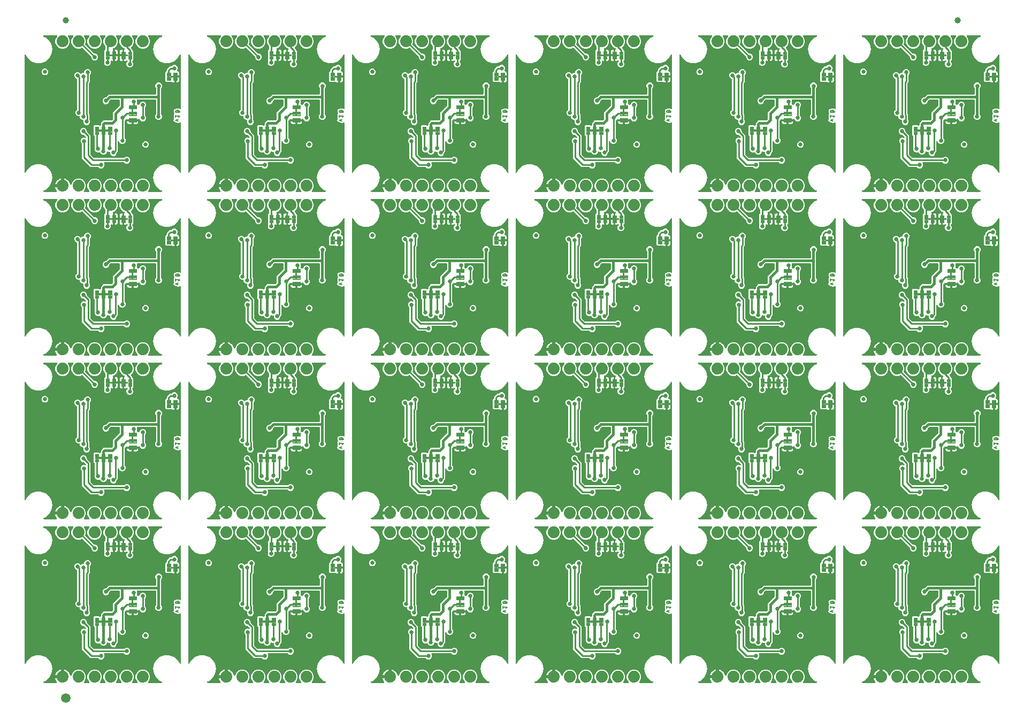
<source format=gbl>
G04 EAGLE Gerber RS-274X export*
G75*
%MOMM*%
%FSLAX34Y34*%
%LPD*%
%INBottom Copper*%
%IPPOS*%
%AMOC8*
5,1,8,0,0,1.08239X$1,22.5*%
G01*
%ADD10C,0.177800*%
%ADD11C,0.099059*%
%ADD12C,1.879600*%
%ADD13C,0.635000*%
%ADD14C,1.000000*%
%ADD15C,1.500000*%
%ADD16C,0.660400*%
%ADD17C,0.254000*%
%ADD18C,0.381000*%

G36*
X312383Y521214D02*
X312383Y521214D01*
X312423Y521211D01*
X312541Y521234D01*
X312659Y521249D01*
X312697Y521263D01*
X312736Y521271D01*
X312844Y521322D01*
X312955Y521366D01*
X312987Y521389D01*
X313023Y521406D01*
X313116Y521482D01*
X313213Y521552D01*
X313238Y521583D01*
X313269Y521608D01*
X313339Y521705D01*
X313415Y521797D01*
X313432Y521833D01*
X313456Y521866D01*
X313500Y521977D01*
X313551Y522085D01*
X313558Y522124D01*
X313573Y522161D01*
X313588Y522280D01*
X313611Y522397D01*
X313608Y522437D01*
X313613Y522477D01*
X313598Y522595D01*
X313591Y522715D01*
X313579Y522753D01*
X313574Y522792D01*
X313530Y522903D01*
X313493Y523017D01*
X313472Y523051D01*
X313457Y523088D01*
X313371Y523224D01*
X312369Y524603D01*
X311516Y526277D01*
X310935Y528064D01*
X310895Y528321D01*
X321310Y528321D01*
X321428Y528336D01*
X321547Y528343D01*
X321585Y528356D01*
X321625Y528361D01*
X321736Y528404D01*
X321849Y528441D01*
X321883Y528463D01*
X321921Y528478D01*
X322017Y528548D01*
X322118Y528611D01*
X322146Y528641D01*
X322178Y528664D01*
X322254Y528756D01*
X322336Y528843D01*
X322355Y528878D01*
X322381Y528909D01*
X322432Y529017D01*
X322489Y529121D01*
X322500Y529161D01*
X322517Y529197D01*
X322539Y529314D01*
X322569Y529429D01*
X322573Y529490D01*
X322577Y529510D01*
X322575Y529530D01*
X322579Y529590D01*
X322579Y530861D01*
X323850Y530861D01*
X323968Y530876D01*
X324087Y530883D01*
X324125Y530896D01*
X324165Y530901D01*
X324276Y530945D01*
X324389Y530981D01*
X324424Y531003D01*
X324461Y531018D01*
X324557Y531088D01*
X324658Y531151D01*
X324686Y531181D01*
X324719Y531205D01*
X324794Y531296D01*
X324876Y531383D01*
X324896Y531418D01*
X324921Y531450D01*
X324972Y531557D01*
X325030Y531662D01*
X325040Y531701D01*
X325057Y531737D01*
X325079Y531854D01*
X325109Y531969D01*
X325113Y532030D01*
X325117Y532050D01*
X325115Y532070D01*
X325119Y532130D01*
X325119Y542545D01*
X325376Y542505D01*
X327163Y541924D01*
X328837Y541071D01*
X330358Y539966D01*
X331686Y538638D01*
X332791Y537117D01*
X333644Y535443D01*
X334234Y533626D01*
X334259Y533540D01*
X334290Y533414D01*
X334304Y533387D01*
X334312Y533358D01*
X334378Y533247D01*
X334438Y533133D01*
X334459Y533110D01*
X334474Y533084D01*
X334565Y532993D01*
X334652Y532897D01*
X334677Y532881D01*
X334699Y532860D01*
X334810Y532794D01*
X334918Y532723D01*
X334947Y532713D01*
X334972Y532697D01*
X335096Y532661D01*
X335219Y532619D01*
X335249Y532617D01*
X335278Y532609D01*
X335407Y532604D01*
X335536Y532594D01*
X335566Y532599D01*
X335596Y532598D01*
X335722Y532626D01*
X335849Y532649D01*
X335877Y532661D01*
X335906Y532667D01*
X336021Y532726D01*
X336139Y532779D01*
X336163Y532798D01*
X336190Y532812D01*
X336286Y532897D01*
X336388Y532978D01*
X336406Y533002D01*
X336428Y533022D01*
X336501Y533128D01*
X336579Y533232D01*
X336598Y533270D01*
X336607Y533284D01*
X336615Y533305D01*
X336650Y533376D01*
X338289Y537335D01*
X341505Y540551D01*
X345706Y542291D01*
X350254Y542291D01*
X354455Y540551D01*
X357671Y537335D01*
X359411Y533134D01*
X359411Y528586D01*
X357671Y524385D01*
X356661Y523375D01*
X356576Y523266D01*
X356487Y523159D01*
X356478Y523140D01*
X356466Y523124D01*
X356411Y522997D01*
X356352Y522871D01*
X356348Y522851D01*
X356340Y522832D01*
X356318Y522694D01*
X356292Y522558D01*
X356293Y522538D01*
X356290Y522518D01*
X356303Y522379D01*
X356312Y522241D01*
X356318Y522222D01*
X356320Y522202D01*
X356367Y522070D01*
X356410Y521939D01*
X356420Y521921D01*
X356427Y521902D01*
X356505Y521787D01*
X356580Y521670D01*
X356594Y521656D01*
X356606Y521639D01*
X356710Y521547D01*
X356811Y521452D01*
X356829Y521442D01*
X356844Y521429D01*
X356968Y521366D01*
X357090Y521298D01*
X357109Y521293D01*
X357127Y521284D01*
X357263Y521254D01*
X357398Y521219D01*
X357426Y521217D01*
X357438Y521214D01*
X357458Y521215D01*
X357558Y521209D01*
X363802Y521209D01*
X363940Y521226D01*
X364078Y521239D01*
X364097Y521246D01*
X364117Y521249D01*
X364246Y521300D01*
X364377Y521347D01*
X364394Y521358D01*
X364413Y521366D01*
X364525Y521447D01*
X364640Y521525D01*
X364654Y521541D01*
X364670Y521552D01*
X364759Y521660D01*
X364851Y521764D01*
X364860Y521782D01*
X364873Y521797D01*
X364932Y521923D01*
X364995Y522047D01*
X365000Y522067D01*
X365008Y522085D01*
X365035Y522222D01*
X365065Y522357D01*
X365064Y522378D01*
X365068Y522397D01*
X365060Y522536D01*
X365055Y522675D01*
X365050Y522695D01*
X365048Y522715D01*
X365006Y522847D01*
X364967Y522981D01*
X364957Y522998D01*
X364950Y523017D01*
X364876Y523135D01*
X364805Y523255D01*
X364787Y523276D01*
X364780Y523286D01*
X364765Y523300D01*
X364699Y523375D01*
X363689Y524385D01*
X361949Y528586D01*
X361949Y533134D01*
X363689Y537335D01*
X366905Y540551D01*
X371106Y542291D01*
X375654Y542291D01*
X379855Y540551D01*
X383071Y537335D01*
X384811Y533134D01*
X384811Y528586D01*
X383071Y524385D01*
X382061Y523375D01*
X381976Y523266D01*
X381887Y523159D01*
X381878Y523140D01*
X381866Y523124D01*
X381811Y522997D01*
X381752Y522871D01*
X381748Y522851D01*
X381740Y522832D01*
X381718Y522694D01*
X381692Y522558D01*
X381693Y522538D01*
X381690Y522518D01*
X381703Y522379D01*
X381712Y522241D01*
X381718Y522222D01*
X381720Y522202D01*
X381767Y522070D01*
X381810Y521939D01*
X381820Y521921D01*
X381827Y521902D01*
X381905Y521787D01*
X381980Y521670D01*
X381994Y521656D01*
X382006Y521639D01*
X382110Y521547D01*
X382211Y521452D01*
X382229Y521442D01*
X382244Y521429D01*
X382368Y521366D01*
X382490Y521298D01*
X382509Y521293D01*
X382527Y521284D01*
X382663Y521254D01*
X382798Y521219D01*
X382826Y521217D01*
X382838Y521214D01*
X382858Y521215D01*
X382958Y521209D01*
X389202Y521209D01*
X389340Y521226D01*
X389478Y521239D01*
X389497Y521246D01*
X389517Y521249D01*
X389646Y521300D01*
X389777Y521347D01*
X389794Y521358D01*
X389813Y521366D01*
X389925Y521447D01*
X390040Y521525D01*
X390054Y521541D01*
X390070Y521552D01*
X390159Y521660D01*
X390251Y521764D01*
X390260Y521782D01*
X390273Y521797D01*
X390332Y521923D01*
X390395Y522047D01*
X390400Y522067D01*
X390408Y522085D01*
X390435Y522222D01*
X390465Y522357D01*
X390464Y522378D01*
X390468Y522397D01*
X390460Y522536D01*
X390455Y522675D01*
X390450Y522695D01*
X390448Y522715D01*
X390406Y522847D01*
X390367Y522981D01*
X390357Y522998D01*
X390350Y523017D01*
X390276Y523135D01*
X390205Y523255D01*
X390187Y523276D01*
X390180Y523286D01*
X390165Y523300D01*
X390099Y523375D01*
X389089Y524385D01*
X387349Y528586D01*
X387349Y533134D01*
X389089Y537335D01*
X392305Y540551D01*
X396506Y542291D01*
X401054Y542291D01*
X405255Y540551D01*
X408471Y537335D01*
X410211Y533134D01*
X410211Y528586D01*
X408471Y524385D01*
X407461Y523375D01*
X407376Y523266D01*
X407287Y523159D01*
X407278Y523140D01*
X407266Y523124D01*
X407211Y522997D01*
X407152Y522871D01*
X407148Y522851D01*
X407140Y522832D01*
X407118Y522694D01*
X407092Y522558D01*
X407093Y522538D01*
X407090Y522518D01*
X407103Y522379D01*
X407112Y522241D01*
X407118Y522222D01*
X407120Y522202D01*
X407167Y522070D01*
X407210Y521939D01*
X407220Y521921D01*
X407227Y521902D01*
X407305Y521787D01*
X407380Y521670D01*
X407394Y521656D01*
X407406Y521639D01*
X407510Y521547D01*
X407611Y521452D01*
X407629Y521442D01*
X407644Y521429D01*
X407768Y521366D01*
X407890Y521298D01*
X407909Y521293D01*
X407927Y521284D01*
X408063Y521254D01*
X408198Y521219D01*
X408226Y521217D01*
X408238Y521214D01*
X408258Y521215D01*
X408358Y521209D01*
X414602Y521209D01*
X414740Y521226D01*
X414878Y521239D01*
X414897Y521246D01*
X414917Y521249D01*
X415046Y521300D01*
X415177Y521347D01*
X415194Y521358D01*
X415213Y521366D01*
X415325Y521447D01*
X415440Y521525D01*
X415454Y521541D01*
X415470Y521552D01*
X415559Y521660D01*
X415651Y521764D01*
X415660Y521782D01*
X415673Y521797D01*
X415732Y521923D01*
X415795Y522047D01*
X415800Y522067D01*
X415808Y522085D01*
X415835Y522222D01*
X415865Y522357D01*
X415864Y522378D01*
X415868Y522397D01*
X415860Y522536D01*
X415855Y522675D01*
X415850Y522695D01*
X415848Y522715D01*
X415806Y522847D01*
X415767Y522981D01*
X415757Y522998D01*
X415750Y523017D01*
X415676Y523135D01*
X415605Y523255D01*
X415587Y523276D01*
X415580Y523286D01*
X415565Y523300D01*
X415499Y523375D01*
X414489Y524385D01*
X412749Y528586D01*
X412749Y533134D01*
X414489Y537335D01*
X417705Y540551D01*
X421906Y542291D01*
X426454Y542291D01*
X430655Y540551D01*
X433871Y537335D01*
X435611Y533134D01*
X435611Y528586D01*
X433871Y524385D01*
X432861Y523375D01*
X432776Y523266D01*
X432687Y523159D01*
X432678Y523140D01*
X432666Y523124D01*
X432611Y522997D01*
X432552Y522871D01*
X432548Y522851D01*
X432540Y522832D01*
X432518Y522694D01*
X432492Y522558D01*
X432493Y522538D01*
X432490Y522518D01*
X432503Y522379D01*
X432512Y522241D01*
X432518Y522222D01*
X432520Y522202D01*
X432567Y522070D01*
X432610Y521939D01*
X432620Y521921D01*
X432627Y521902D01*
X432705Y521787D01*
X432780Y521670D01*
X432794Y521656D01*
X432806Y521639D01*
X432910Y521547D01*
X433011Y521452D01*
X433029Y521442D01*
X433044Y521429D01*
X433168Y521366D01*
X433290Y521298D01*
X433309Y521293D01*
X433327Y521284D01*
X433463Y521254D01*
X433598Y521219D01*
X433626Y521217D01*
X433638Y521214D01*
X433658Y521215D01*
X433758Y521209D01*
X440002Y521209D01*
X440140Y521226D01*
X440278Y521239D01*
X440297Y521246D01*
X440317Y521249D01*
X440446Y521300D01*
X440577Y521347D01*
X440594Y521358D01*
X440613Y521366D01*
X440725Y521447D01*
X440840Y521525D01*
X440854Y521541D01*
X440870Y521552D01*
X440959Y521660D01*
X441051Y521764D01*
X441060Y521782D01*
X441073Y521797D01*
X441132Y521923D01*
X441195Y522047D01*
X441200Y522067D01*
X441208Y522085D01*
X441235Y522222D01*
X441265Y522357D01*
X441264Y522378D01*
X441268Y522397D01*
X441260Y522536D01*
X441255Y522675D01*
X441250Y522695D01*
X441248Y522715D01*
X441206Y522847D01*
X441167Y522981D01*
X441157Y522998D01*
X441150Y523017D01*
X441076Y523135D01*
X441005Y523255D01*
X440987Y523276D01*
X440980Y523286D01*
X440965Y523300D01*
X440899Y523375D01*
X439889Y524385D01*
X438149Y528586D01*
X438149Y533134D01*
X439889Y537335D01*
X443105Y540551D01*
X447306Y542291D01*
X451854Y542291D01*
X456055Y540551D01*
X459271Y537335D01*
X461011Y533134D01*
X461011Y528586D01*
X459271Y524385D01*
X458261Y523375D01*
X458176Y523266D01*
X458087Y523159D01*
X458078Y523140D01*
X458066Y523124D01*
X458011Y522997D01*
X457952Y522871D01*
X457948Y522851D01*
X457940Y522832D01*
X457918Y522694D01*
X457892Y522558D01*
X457893Y522538D01*
X457890Y522518D01*
X457903Y522379D01*
X457912Y522241D01*
X457918Y522222D01*
X457920Y522202D01*
X457967Y522070D01*
X458010Y521939D01*
X458020Y521921D01*
X458027Y521902D01*
X458105Y521787D01*
X458180Y521670D01*
X458194Y521656D01*
X458206Y521639D01*
X458310Y521547D01*
X458411Y521452D01*
X458429Y521442D01*
X458444Y521429D01*
X458568Y521366D01*
X458690Y521298D01*
X458709Y521293D01*
X458727Y521284D01*
X458863Y521254D01*
X458998Y521219D01*
X459026Y521217D01*
X459038Y521214D01*
X459058Y521215D01*
X459158Y521209D01*
X478764Y521209D01*
X478861Y521221D01*
X478958Y521224D01*
X479018Y521241D01*
X479080Y521249D01*
X479170Y521284D01*
X479264Y521311D01*
X479318Y521343D01*
X479376Y521366D01*
X479454Y521423D01*
X479538Y521472D01*
X479582Y521516D01*
X479633Y521552D01*
X479695Y521628D01*
X479764Y521696D01*
X479796Y521749D01*
X479836Y521797D01*
X479877Y521885D01*
X479927Y521969D01*
X479945Y522029D01*
X479971Y522085D01*
X479989Y522181D01*
X480017Y522274D01*
X480019Y522336D01*
X480031Y522397D01*
X480025Y522495D01*
X480028Y522592D01*
X480015Y522653D01*
X480011Y522715D01*
X479981Y522808D01*
X479960Y522903D01*
X479932Y522958D01*
X479913Y523017D01*
X479861Y523100D01*
X479817Y523187D01*
X479776Y523233D01*
X479743Y523286D01*
X479672Y523353D01*
X479608Y523426D01*
X479557Y523461D01*
X479511Y523504D01*
X479426Y523551D01*
X479346Y523606D01*
X479250Y523648D01*
X479233Y523658D01*
X479222Y523660D01*
X479198Y523671D01*
X476718Y524573D01*
X470885Y529468D01*
X467078Y536062D01*
X465756Y543560D01*
X467078Y551058D01*
X470885Y557652D01*
X476718Y562547D01*
X483873Y565151D01*
X491487Y565151D01*
X498642Y562547D01*
X504475Y557652D01*
X507663Y552130D01*
X507751Y552014D01*
X507836Y551896D01*
X507847Y551888D01*
X507855Y551877D01*
X507969Y551787D01*
X508081Y551693D01*
X508094Y551688D01*
X508104Y551679D01*
X508238Y551620D01*
X508369Y551558D01*
X508382Y551555D01*
X508395Y551550D01*
X508539Y551525D01*
X508682Y551498D01*
X508695Y551499D01*
X508708Y551497D01*
X508854Y551509D01*
X508999Y551518D01*
X509012Y551522D01*
X509025Y551523D01*
X509163Y551571D01*
X509301Y551616D01*
X509313Y551623D01*
X509326Y551628D01*
X509447Y551708D01*
X509570Y551786D01*
X509579Y551796D01*
X509591Y551803D01*
X509688Y551911D01*
X509788Y552018D01*
X509795Y552030D01*
X509804Y552040D01*
X509871Y552168D01*
X509942Y552296D01*
X509945Y552309D01*
X509951Y552321D01*
X509985Y552463D01*
X510021Y552604D01*
X510022Y552622D01*
X510024Y552631D01*
X510024Y552648D01*
X510031Y552765D01*
X510031Y630150D01*
X510019Y630244D01*
X510017Y630339D01*
X510000Y630401D01*
X509991Y630466D01*
X509957Y630554D01*
X509931Y630645D01*
X509898Y630701D01*
X509874Y630762D01*
X509819Y630838D01*
X509771Y630920D01*
X509726Y630966D01*
X509688Y631019D01*
X509615Y631079D01*
X509548Y631147D01*
X509493Y631180D01*
X509443Y631222D01*
X509357Y631262D01*
X509276Y631311D01*
X509214Y631330D01*
X509155Y631357D01*
X509062Y631375D01*
X508971Y631402D01*
X508906Y631405D01*
X508843Y631417D01*
X508748Y631411D01*
X508654Y631415D01*
X508590Y631401D01*
X508525Y631397D01*
X508435Y631368D01*
X508343Y631348D01*
X508240Y631305D01*
X508223Y631299D01*
X508214Y631294D01*
X508194Y631286D01*
X505822Y630099D01*
X501766Y631451D01*
X501757Y631453D01*
X501749Y631457D01*
X501601Y631484D01*
X501454Y631513D01*
X501445Y631513D01*
X501436Y631514D01*
X501287Y631504D01*
X501166Y631497D01*
X500324Y631918D01*
X500315Y631922D01*
X500307Y631927D01*
X500158Y631987D01*
X499256Y632288D01*
X499199Y632373D01*
X499192Y632379D01*
X499187Y632387D01*
X499074Y632485D01*
X498984Y632565D01*
X498687Y633458D01*
X498682Y633467D01*
X498680Y633476D01*
X498618Y633625D01*
X498193Y634475D01*
X498213Y634575D01*
X498212Y634584D01*
X498214Y634593D01*
X498204Y634742D01*
X498197Y634863D01*
X498618Y635705D01*
X498621Y635714D01*
X498626Y635722D01*
X498687Y635872D01*
X498978Y636746D01*
X499006Y636887D01*
X499038Y637027D01*
X499037Y637043D01*
X499040Y637058D01*
X499032Y637202D01*
X499028Y637345D01*
X499024Y637360D01*
X499023Y637376D01*
X498979Y637513D01*
X498940Y637650D01*
X498932Y637664D01*
X498927Y637679D01*
X498851Y637801D01*
X498778Y637924D01*
X498764Y637941D01*
X498759Y637949D01*
X498745Y637962D01*
X498672Y638045D01*
X498443Y638274D01*
X498443Y644223D01*
X498927Y644707D01*
X498935Y644718D01*
X498947Y644727D01*
X499033Y644844D01*
X499035Y644846D01*
X499092Y644915D01*
X499097Y644926D01*
X499122Y644958D01*
X499127Y644971D01*
X499136Y644983D01*
X499190Y645116D01*
X499248Y645250D01*
X499250Y645264D01*
X499256Y645277D01*
X499275Y645420D01*
X499298Y645564D01*
X499296Y645578D01*
X499298Y645593D01*
X499282Y645736D01*
X499268Y645881D01*
X499263Y645894D01*
X499261Y645908D01*
X499209Y646044D01*
X499160Y646180D01*
X499152Y646192D01*
X499147Y646205D01*
X499062Y646342D01*
X498443Y647209D01*
X498443Y649918D01*
X499793Y651809D01*
X499842Y651899D01*
X499899Y651985D01*
X499902Y651993D01*
X499927Y652014D01*
X500015Y652122D01*
X501053Y652478D01*
X501057Y652480D01*
X501198Y652538D01*
X502657Y653249D01*
X506421Y653249D01*
X507148Y652895D01*
X507277Y652851D01*
X507405Y652802D01*
X507436Y652797D01*
X507449Y652793D01*
X507470Y652791D01*
X507564Y652774D01*
X507834Y652744D01*
X507836Y652741D01*
X507921Y652672D01*
X507999Y652596D01*
X508043Y652571D01*
X508081Y652539D01*
X508180Y652492D01*
X508275Y652438D01*
X508324Y652425D01*
X508369Y652403D01*
X508476Y652383D01*
X508582Y652354D01*
X508632Y652353D01*
X508682Y652343D01*
X508790Y652350D01*
X508900Y652348D01*
X508949Y652360D01*
X508999Y652363D01*
X509103Y652397D01*
X509209Y652422D01*
X509254Y652446D01*
X509301Y652461D01*
X509394Y652520D01*
X509490Y652571D01*
X509528Y652604D01*
X509570Y652631D01*
X509645Y652711D01*
X509726Y652784D01*
X509754Y652826D01*
X509788Y652863D01*
X509841Y652959D01*
X509901Y653050D01*
X509917Y653097D01*
X509942Y653141D01*
X509969Y653247D01*
X510004Y653351D01*
X510008Y653401D01*
X510021Y653449D01*
X510031Y653610D01*
X510031Y737555D01*
X510013Y737700D01*
X509998Y737845D01*
X509993Y737857D01*
X509991Y737871D01*
X509938Y738006D01*
X509887Y738143D01*
X509879Y738154D01*
X509874Y738166D01*
X509789Y738284D01*
X509706Y738404D01*
X509695Y738413D01*
X509688Y738424D01*
X509576Y738517D01*
X509465Y738612D01*
X509453Y738618D01*
X509443Y738627D01*
X509311Y738688D01*
X509180Y738754D01*
X509167Y738756D01*
X509155Y738762D01*
X509013Y738789D01*
X508869Y738820D01*
X508856Y738819D01*
X508843Y738822D01*
X508698Y738813D01*
X508552Y738807D01*
X508539Y738803D01*
X508525Y738802D01*
X508387Y738757D01*
X508247Y738715D01*
X508235Y738708D01*
X508223Y738704D01*
X508100Y738626D01*
X507975Y738551D01*
X507965Y738541D01*
X507954Y738534D01*
X507854Y738428D01*
X507752Y738324D01*
X507742Y738309D01*
X507736Y738302D01*
X507728Y738287D01*
X507663Y738190D01*
X504475Y732668D01*
X498642Y727773D01*
X491487Y725169D01*
X483873Y725169D01*
X476718Y727773D01*
X470885Y732668D01*
X467078Y739262D01*
X465756Y746760D01*
X467078Y754258D01*
X470885Y760852D01*
X476718Y765747D01*
X479198Y766649D01*
X479285Y766694D01*
X479375Y766730D01*
X479426Y766766D01*
X479481Y766795D01*
X479554Y766859D01*
X479633Y766916D01*
X479673Y766964D01*
X479719Y767006D01*
X479773Y767086D01*
X479836Y767161D01*
X479862Y767218D01*
X479897Y767269D01*
X479930Y767361D01*
X479971Y767449D01*
X479983Y767510D01*
X480004Y767569D01*
X480013Y767666D01*
X480031Y767762D01*
X480027Y767824D01*
X480033Y767886D01*
X480017Y767982D01*
X480011Y768079D01*
X479992Y768138D01*
X479982Y768200D01*
X479943Y768289D01*
X479913Y768381D01*
X479880Y768434D01*
X479855Y768491D01*
X479795Y768568D01*
X479743Y768650D01*
X479698Y768693D01*
X479659Y768742D01*
X479582Y768801D01*
X479511Y768868D01*
X479457Y768898D01*
X479408Y768936D01*
X479318Y768975D01*
X479233Y769022D01*
X479173Y769037D01*
X479115Y769062D01*
X479019Y769077D01*
X478925Y769101D01*
X478821Y769108D01*
X478801Y769111D01*
X478790Y769110D01*
X478764Y769111D01*
X459158Y769111D01*
X459020Y769094D01*
X458882Y769081D01*
X458863Y769074D01*
X458843Y769071D01*
X458714Y769020D01*
X458583Y768973D01*
X458566Y768962D01*
X458547Y768954D01*
X458435Y768873D01*
X458320Y768795D01*
X458306Y768779D01*
X458290Y768768D01*
X458201Y768660D01*
X458109Y768556D01*
X458100Y768538D01*
X458087Y768523D01*
X458028Y768397D01*
X457965Y768273D01*
X457960Y768253D01*
X457952Y768235D01*
X457925Y768098D01*
X457895Y767963D01*
X457896Y767942D01*
X457892Y767923D01*
X457900Y767784D01*
X457905Y767645D01*
X457910Y767625D01*
X457912Y767605D01*
X457954Y767473D01*
X457993Y767339D01*
X458003Y767322D01*
X458010Y767303D01*
X458084Y767185D01*
X458155Y767065D01*
X458173Y767044D01*
X458180Y767034D01*
X458195Y767020D01*
X458261Y766945D01*
X459271Y765935D01*
X461011Y761734D01*
X461011Y757186D01*
X459271Y752985D01*
X456055Y749769D01*
X451854Y748029D01*
X447306Y748029D01*
X443105Y749769D01*
X439889Y752985D01*
X438149Y757186D01*
X438149Y761734D01*
X439889Y765935D01*
X440899Y766945D01*
X440984Y767054D01*
X441073Y767161D01*
X441082Y767180D01*
X441094Y767196D01*
X441149Y767323D01*
X441208Y767449D01*
X441212Y767469D01*
X441220Y767488D01*
X441242Y767626D01*
X441268Y767762D01*
X441267Y767782D01*
X441270Y767802D01*
X441257Y767941D01*
X441248Y768079D01*
X441242Y768098D01*
X441240Y768118D01*
X441193Y768250D01*
X441150Y768381D01*
X441140Y768399D01*
X441133Y768418D01*
X441055Y768533D01*
X440980Y768650D01*
X440966Y768664D01*
X440954Y768681D01*
X440850Y768773D01*
X440749Y768868D01*
X440731Y768878D01*
X440716Y768891D01*
X440592Y768954D01*
X440470Y769022D01*
X440451Y769027D01*
X440433Y769036D01*
X440297Y769066D01*
X440162Y769101D01*
X440134Y769103D01*
X440122Y769106D01*
X440102Y769105D01*
X440002Y769111D01*
X433758Y769111D01*
X433620Y769094D01*
X433482Y769081D01*
X433463Y769074D01*
X433443Y769071D01*
X433314Y769020D01*
X433183Y768973D01*
X433166Y768962D01*
X433147Y768954D01*
X433035Y768873D01*
X432920Y768795D01*
X432906Y768779D01*
X432890Y768768D01*
X432801Y768660D01*
X432709Y768556D01*
X432700Y768538D01*
X432687Y768523D01*
X432628Y768397D01*
X432565Y768273D01*
X432560Y768253D01*
X432552Y768235D01*
X432525Y768098D01*
X432495Y767963D01*
X432496Y767942D01*
X432492Y767923D01*
X432500Y767784D01*
X432505Y767645D01*
X432510Y767625D01*
X432512Y767605D01*
X432554Y767473D01*
X432593Y767339D01*
X432603Y767322D01*
X432610Y767303D01*
X432684Y767185D01*
X432755Y767065D01*
X432773Y767044D01*
X432780Y767034D01*
X432795Y767020D01*
X432861Y766945D01*
X433871Y765935D01*
X435611Y761734D01*
X435611Y757186D01*
X433871Y752985D01*
X430987Y750102D01*
X430914Y750007D01*
X430835Y749918D01*
X430817Y749882D01*
X430792Y749850D01*
X430745Y749741D01*
X430691Y749635D01*
X430682Y749596D01*
X430666Y749559D01*
X430647Y749441D01*
X430621Y749325D01*
X430622Y749284D01*
X430616Y749244D01*
X430627Y749126D01*
X430631Y749007D01*
X430642Y748968D01*
X430646Y748928D01*
X430686Y748816D01*
X430719Y748701D01*
X430740Y748667D01*
X430753Y748629D01*
X430820Y748530D01*
X430881Y748427D01*
X430921Y748382D01*
X430932Y748365D01*
X430947Y748352D01*
X430987Y748307D01*
X432436Y746858D01*
X432436Y746822D01*
X432448Y746723D01*
X432451Y746624D01*
X432468Y746566D01*
X432476Y746506D01*
X432512Y746414D01*
X432540Y746319D01*
X432570Y746267D01*
X432593Y746210D01*
X432651Y746130D01*
X432701Y746045D01*
X432767Y745970D01*
X432779Y745953D01*
X432789Y745945D01*
X432807Y745924D01*
X434468Y744264D01*
X434468Y730460D01*
X432809Y728801D01*
X432736Y728707D01*
X432657Y728618D01*
X432639Y728582D01*
X432614Y728550D01*
X432567Y728441D01*
X432513Y728335D01*
X432504Y728295D01*
X432488Y728258D01*
X432469Y728140D01*
X432443Y728025D01*
X432444Y727984D01*
X432438Y727944D01*
X432449Y727826D01*
X432453Y727707D01*
X432464Y727668D01*
X432468Y727628D01*
X432508Y727516D01*
X432541Y727401D01*
X432562Y727366D01*
X432575Y727328D01*
X432642Y727230D01*
X432703Y727127D01*
X432742Y727082D01*
X432754Y727065D01*
X432769Y727052D01*
X432809Y727006D01*
X433402Y726414D01*
X434214Y724453D01*
X434214Y722331D01*
X433402Y720370D01*
X431901Y718869D01*
X429940Y718057D01*
X427818Y718057D01*
X425857Y718869D01*
X424356Y720370D01*
X423544Y722331D01*
X423544Y724453D01*
X424356Y726414D01*
X425203Y727260D01*
X425276Y727354D01*
X425355Y727444D01*
X425373Y727480D01*
X425398Y727512D01*
X425445Y727621D01*
X425499Y727727D01*
X425508Y727766D01*
X425524Y727804D01*
X425543Y727921D01*
X425569Y728037D01*
X425568Y728078D01*
X425574Y728118D01*
X425563Y728236D01*
X425559Y728355D01*
X425548Y728394D01*
X425544Y728434D01*
X425504Y728546D01*
X425471Y728661D01*
X425450Y728695D01*
X425437Y728734D01*
X425370Y728832D01*
X425309Y728935D01*
X425270Y728980D01*
X425258Y728997D01*
X425243Y729010D01*
X425241Y729012D01*
X425238Y729017D01*
X425233Y729021D01*
X425203Y729055D01*
X425183Y729076D01*
X425089Y729149D01*
X424999Y729228D01*
X424963Y729246D01*
X424931Y729271D01*
X424822Y729318D01*
X424716Y729372D01*
X424677Y729381D01*
X424640Y729397D01*
X424522Y729416D01*
X424406Y729442D01*
X424365Y729441D01*
X424326Y729447D01*
X424207Y729436D01*
X424088Y729432D01*
X424049Y729421D01*
X424009Y729417D01*
X423897Y729377D01*
X423782Y729344D01*
X423748Y729323D01*
X423710Y729309D01*
X423611Y729242D01*
X423508Y729182D01*
X423463Y729142D01*
X423446Y729131D01*
X423433Y729116D01*
X423391Y729078D01*
X422698Y728678D01*
X421925Y728471D01*
X420369Y728471D01*
X420369Y736029D01*
X425768Y736029D01*
X425786Y736041D01*
X425809Y736045D01*
X425816Y736060D01*
X425825Y736066D01*
X425823Y736076D01*
X425830Y736092D01*
X425830Y738632D01*
X425818Y738651D01*
X425815Y738673D01*
X425799Y738680D01*
X425793Y738689D01*
X425783Y738688D01*
X425768Y738695D01*
X420369Y738695D01*
X420369Y746387D01*
X420426Y746410D01*
X420482Y746451D01*
X420544Y746483D01*
X420610Y746544D01*
X420683Y746596D01*
X420727Y746650D01*
X420779Y746697D01*
X420828Y746772D01*
X420886Y746841D01*
X420915Y746905D01*
X420954Y746963D01*
X420983Y747048D01*
X421021Y747129D01*
X421034Y747198D01*
X421057Y747264D01*
X421064Y747353D01*
X421081Y747441D01*
X421077Y747511D01*
X421082Y747581D01*
X421067Y747669D01*
X421061Y747759D01*
X421040Y747825D01*
X421028Y747894D01*
X420991Y747976D01*
X420963Y748061D01*
X420926Y748120D01*
X420897Y748184D01*
X420841Y748254D01*
X420793Y748330D01*
X420742Y748378D01*
X420699Y748432D01*
X420627Y748487D01*
X420561Y748548D01*
X420500Y748582D01*
X420445Y748624D01*
X420300Y748695D01*
X417705Y749769D01*
X414489Y752985D01*
X412749Y757186D01*
X412749Y761734D01*
X414489Y765935D01*
X415499Y766945D01*
X415584Y767054D01*
X415673Y767161D01*
X415682Y767180D01*
X415694Y767196D01*
X415749Y767323D01*
X415808Y767449D01*
X415812Y767469D01*
X415820Y767488D01*
X415842Y767626D01*
X415868Y767762D01*
X415867Y767782D01*
X415870Y767802D01*
X415857Y767941D01*
X415848Y768079D01*
X415842Y768098D01*
X415840Y768118D01*
X415793Y768250D01*
X415750Y768381D01*
X415740Y768399D01*
X415733Y768418D01*
X415655Y768533D01*
X415580Y768650D01*
X415566Y768664D01*
X415554Y768681D01*
X415450Y768773D01*
X415349Y768868D01*
X415331Y768878D01*
X415316Y768891D01*
X415192Y768954D01*
X415070Y769022D01*
X415051Y769027D01*
X415033Y769036D01*
X414897Y769066D01*
X414762Y769101D01*
X414734Y769103D01*
X414722Y769106D01*
X414702Y769105D01*
X414602Y769111D01*
X408358Y769111D01*
X408220Y769094D01*
X408082Y769081D01*
X408063Y769074D01*
X408043Y769071D01*
X407914Y769020D01*
X407783Y768973D01*
X407766Y768962D01*
X407747Y768954D01*
X407635Y768873D01*
X407520Y768795D01*
X407506Y768779D01*
X407490Y768768D01*
X407401Y768660D01*
X407309Y768556D01*
X407300Y768538D01*
X407287Y768523D01*
X407228Y768397D01*
X407165Y768273D01*
X407160Y768253D01*
X407152Y768235D01*
X407125Y768098D01*
X407095Y767963D01*
X407096Y767942D01*
X407092Y767923D01*
X407100Y767784D01*
X407105Y767645D01*
X407110Y767625D01*
X407112Y767605D01*
X407154Y767473D01*
X407193Y767339D01*
X407203Y767322D01*
X407210Y767303D01*
X407284Y767185D01*
X407355Y767065D01*
X407373Y767044D01*
X407380Y767034D01*
X407395Y767020D01*
X407461Y766945D01*
X408471Y765935D01*
X410211Y761734D01*
X410211Y757186D01*
X408471Y752985D01*
X405255Y749769D01*
X403120Y748885D01*
X403095Y748871D01*
X403067Y748862D01*
X402957Y748792D01*
X402844Y748728D01*
X402823Y748707D01*
X402798Y748691D01*
X402709Y748597D01*
X402616Y748506D01*
X402600Y748481D01*
X402580Y748460D01*
X402517Y748346D01*
X402449Y748235D01*
X402441Y748207D01*
X402426Y748181D01*
X402394Y748055D01*
X402356Y747931D01*
X402354Y747902D01*
X402347Y747873D01*
X402337Y747713D01*
X402337Y738949D01*
X396939Y738949D01*
X396920Y738937D01*
X396897Y738933D01*
X396890Y738918D01*
X396881Y738912D01*
X396883Y738902D01*
X396876Y738886D01*
X396876Y736346D01*
X396888Y736327D01*
X396891Y736305D01*
X396907Y736298D01*
X396913Y736289D01*
X396923Y736290D01*
X396939Y736283D01*
X402337Y736283D01*
X402337Y728725D01*
X400781Y728725D01*
X400294Y728856D01*
X400238Y728863D01*
X400184Y728880D01*
X400081Y728885D01*
X399979Y728899D01*
X399923Y728892D01*
X399866Y728895D01*
X399765Y728874D01*
X399663Y728862D01*
X399610Y728842D01*
X399555Y728831D01*
X399462Y728785D01*
X399366Y728748D01*
X399320Y728716D01*
X399269Y728691D01*
X399191Y728624D01*
X399107Y728564D01*
X399070Y728521D01*
X399027Y728485D01*
X398968Y728400D01*
X398901Y728322D01*
X398877Y728271D01*
X398844Y728225D01*
X398808Y728128D01*
X398763Y728035D01*
X398751Y727980D01*
X398731Y727927D01*
X398720Y727825D01*
X398699Y727724D01*
X398702Y727667D01*
X398696Y727611D01*
X398711Y727509D01*
X398716Y727406D01*
X398733Y727352D01*
X398741Y727296D01*
X398793Y727144D01*
X398908Y726866D01*
X398908Y724744D01*
X398096Y722783D01*
X396595Y721282D01*
X394634Y720470D01*
X392512Y720470D01*
X390551Y721282D01*
X389050Y722783D01*
X388238Y724744D01*
X388238Y726866D01*
X389041Y728804D01*
X389049Y728832D01*
X389062Y728858D01*
X389090Y728985D01*
X389125Y729110D01*
X389125Y729140D01*
X389132Y729169D01*
X389128Y729298D01*
X389130Y729428D01*
X389123Y729457D01*
X389122Y729487D01*
X389086Y729611D01*
X389056Y729738D01*
X389042Y729764D01*
X389034Y729792D01*
X388968Y729904D01*
X388907Y730019D01*
X388887Y730040D01*
X388872Y730066D01*
X388766Y730187D01*
X388238Y730714D01*
X388238Y744518D01*
X389899Y746178D01*
X389959Y746256D01*
X390027Y746328D01*
X390056Y746381D01*
X390093Y746429D01*
X390133Y746520D01*
X390181Y746607D01*
X390196Y746666D01*
X390220Y746721D01*
X390235Y746819D01*
X390260Y746915D01*
X390266Y747015D01*
X390270Y747035D01*
X390268Y747048D01*
X390270Y747076D01*
X390270Y751279D01*
X390258Y751377D01*
X390255Y751476D01*
X390238Y751534D01*
X390230Y751594D01*
X390194Y751686D01*
X390166Y751781D01*
X390136Y751833D01*
X390113Y751890D01*
X390055Y751970D01*
X390005Y752055D01*
X389939Y752130D01*
X389927Y752147D01*
X389917Y752155D01*
X389898Y752176D01*
X389089Y752985D01*
X387349Y757186D01*
X387349Y761734D01*
X389089Y765935D01*
X390099Y766945D01*
X390184Y767054D01*
X390273Y767161D01*
X390282Y767180D01*
X390294Y767196D01*
X390349Y767323D01*
X390408Y767449D01*
X390412Y767469D01*
X390420Y767488D01*
X390442Y767626D01*
X390468Y767762D01*
X390467Y767782D01*
X390470Y767802D01*
X390457Y767941D01*
X390448Y768079D01*
X390442Y768098D01*
X390440Y768118D01*
X390393Y768250D01*
X390350Y768381D01*
X390340Y768399D01*
X390333Y768418D01*
X390255Y768533D01*
X390180Y768650D01*
X390166Y768664D01*
X390154Y768681D01*
X390050Y768773D01*
X389949Y768868D01*
X389931Y768878D01*
X389916Y768891D01*
X389792Y768954D01*
X389670Y769022D01*
X389651Y769027D01*
X389633Y769036D01*
X389497Y769066D01*
X389362Y769101D01*
X389334Y769103D01*
X389322Y769106D01*
X389302Y769105D01*
X389202Y769111D01*
X382958Y769111D01*
X382820Y769094D01*
X382682Y769081D01*
X382663Y769074D01*
X382643Y769071D01*
X382514Y769020D01*
X382383Y768973D01*
X382366Y768962D01*
X382347Y768954D01*
X382235Y768873D01*
X382120Y768795D01*
X382106Y768779D01*
X382090Y768768D01*
X382001Y768660D01*
X381909Y768556D01*
X381900Y768538D01*
X381887Y768523D01*
X381828Y768397D01*
X381765Y768273D01*
X381760Y768253D01*
X381752Y768235D01*
X381725Y768098D01*
X381695Y767963D01*
X381696Y767942D01*
X381692Y767923D01*
X381700Y767784D01*
X381705Y767645D01*
X381710Y767625D01*
X381712Y767605D01*
X381754Y767473D01*
X381793Y767339D01*
X381803Y767322D01*
X381810Y767303D01*
X381884Y767185D01*
X381955Y767065D01*
X381973Y767044D01*
X381980Y767034D01*
X381995Y767020D01*
X382061Y766945D01*
X383071Y765935D01*
X384811Y761734D01*
X384811Y757186D01*
X383071Y752985D01*
X379855Y749769D01*
X375654Y748029D01*
X371106Y748029D01*
X366905Y749769D01*
X363689Y752985D01*
X361949Y757186D01*
X361949Y761734D01*
X363689Y765935D01*
X364699Y766945D01*
X364784Y767054D01*
X364873Y767161D01*
X364882Y767180D01*
X364894Y767196D01*
X364949Y767323D01*
X365008Y767449D01*
X365012Y767469D01*
X365020Y767488D01*
X365042Y767626D01*
X365068Y767762D01*
X365067Y767782D01*
X365070Y767802D01*
X365057Y767941D01*
X365048Y768079D01*
X365042Y768098D01*
X365040Y768118D01*
X364993Y768250D01*
X364950Y768381D01*
X364940Y768399D01*
X364933Y768418D01*
X364855Y768533D01*
X364780Y768650D01*
X364766Y768664D01*
X364754Y768681D01*
X364650Y768773D01*
X364549Y768868D01*
X364531Y768878D01*
X364516Y768891D01*
X364392Y768954D01*
X364270Y769022D01*
X364251Y769027D01*
X364233Y769036D01*
X364097Y769066D01*
X363962Y769101D01*
X363934Y769103D01*
X363922Y769106D01*
X363902Y769105D01*
X363802Y769111D01*
X357558Y769111D01*
X357420Y769094D01*
X357282Y769081D01*
X357263Y769074D01*
X357243Y769071D01*
X357114Y769020D01*
X356983Y768973D01*
X356966Y768962D01*
X356947Y768954D01*
X356835Y768873D01*
X356720Y768795D01*
X356706Y768779D01*
X356690Y768768D01*
X356601Y768660D01*
X356509Y768556D01*
X356500Y768538D01*
X356487Y768523D01*
X356428Y768397D01*
X356365Y768273D01*
X356360Y768253D01*
X356352Y768235D01*
X356325Y768098D01*
X356295Y767963D01*
X356296Y767942D01*
X356292Y767923D01*
X356300Y767784D01*
X356305Y767645D01*
X356310Y767625D01*
X356312Y767605D01*
X356354Y767473D01*
X356393Y767339D01*
X356403Y767322D01*
X356410Y767303D01*
X356484Y767185D01*
X356555Y767065D01*
X356573Y767044D01*
X356580Y767034D01*
X356595Y767020D01*
X356661Y766945D01*
X357671Y765935D01*
X359411Y761734D01*
X359411Y757186D01*
X358570Y755157D01*
X358562Y755128D01*
X358549Y755102D01*
X358520Y754975D01*
X358486Y754850D01*
X358486Y754821D01*
X358479Y754792D01*
X358483Y754662D01*
X358481Y754532D01*
X358488Y754503D01*
X358489Y754474D01*
X358525Y754349D01*
X358555Y754223D01*
X358569Y754197D01*
X358577Y754168D01*
X358643Y754057D01*
X358704Y753942D01*
X358724Y753920D01*
X358739Y753894D01*
X358845Y753774D01*
X372344Y740274D01*
X372423Y740214D01*
X372495Y740146D01*
X372548Y740117D01*
X372596Y740080D01*
X372687Y740040D01*
X372773Y739992D01*
X372832Y739977D01*
X372887Y739953D01*
X372985Y739938D01*
X373081Y739913D01*
X373181Y739907D01*
X373202Y739903D01*
X373214Y739905D01*
X373242Y739903D01*
X374441Y739903D01*
X376402Y739091D01*
X377903Y737590D01*
X378715Y735629D01*
X378715Y733507D01*
X377903Y731546D01*
X376402Y730045D01*
X374441Y729233D01*
X372319Y729233D01*
X370358Y730045D01*
X368857Y731546D01*
X368045Y733507D01*
X368045Y734706D01*
X368033Y734804D01*
X368030Y734903D01*
X368013Y734962D01*
X368005Y735022D01*
X367969Y735114D01*
X367941Y735209D01*
X367911Y735261D01*
X367888Y735317D01*
X367830Y735397D01*
X367780Y735483D01*
X367714Y735558D01*
X367702Y735575D01*
X367692Y735583D01*
X367674Y735604D01*
X354385Y748892D01*
X354361Y748911D01*
X354342Y748933D01*
X354236Y749008D01*
X354134Y749087D01*
X354106Y749099D01*
X354082Y749116D01*
X353961Y749162D01*
X353842Y749214D01*
X353813Y749218D01*
X353785Y749229D01*
X353656Y749243D01*
X353528Y749264D01*
X353498Y749261D01*
X353469Y749264D01*
X353340Y749246D01*
X353211Y749234D01*
X353183Y749224D01*
X353154Y749220D01*
X353002Y749168D01*
X350254Y748029D01*
X345706Y748029D01*
X341505Y749769D01*
X338289Y752985D01*
X336549Y757186D01*
X336549Y761734D01*
X338289Y765935D01*
X339299Y766945D01*
X339384Y767054D01*
X339473Y767161D01*
X339482Y767180D01*
X339494Y767196D01*
X339549Y767323D01*
X339608Y767449D01*
X339612Y767469D01*
X339620Y767488D01*
X339642Y767626D01*
X339668Y767762D01*
X339667Y767782D01*
X339670Y767802D01*
X339657Y767941D01*
X339648Y768079D01*
X339642Y768098D01*
X339640Y768118D01*
X339593Y768250D01*
X339550Y768381D01*
X339540Y768399D01*
X339533Y768418D01*
X339455Y768533D01*
X339380Y768650D01*
X339366Y768664D01*
X339354Y768681D01*
X339250Y768773D01*
X339149Y768868D01*
X339131Y768878D01*
X339116Y768891D01*
X338992Y768954D01*
X338870Y769022D01*
X338851Y769027D01*
X338833Y769036D01*
X338697Y769066D01*
X338562Y769101D01*
X338534Y769103D01*
X338522Y769106D01*
X338502Y769105D01*
X338402Y769111D01*
X332158Y769111D01*
X332020Y769094D01*
X331882Y769081D01*
X331863Y769074D01*
X331843Y769071D01*
X331714Y769020D01*
X331583Y768973D01*
X331566Y768962D01*
X331547Y768954D01*
X331435Y768873D01*
X331320Y768795D01*
X331306Y768779D01*
X331290Y768768D01*
X331201Y768660D01*
X331109Y768556D01*
X331100Y768538D01*
X331087Y768523D01*
X331028Y768397D01*
X330965Y768273D01*
X330960Y768253D01*
X330952Y768235D01*
X330925Y768098D01*
X330895Y767963D01*
X330896Y767942D01*
X330892Y767923D01*
X330900Y767784D01*
X330905Y767645D01*
X330910Y767625D01*
X330912Y767605D01*
X330954Y767473D01*
X330993Y767339D01*
X331003Y767322D01*
X331010Y767303D01*
X331084Y767185D01*
X331155Y767065D01*
X331173Y767044D01*
X331180Y767034D01*
X331195Y767020D01*
X331261Y766945D01*
X332271Y765935D01*
X334011Y761734D01*
X334011Y757186D01*
X332271Y752985D01*
X329055Y749769D01*
X324854Y748029D01*
X320306Y748029D01*
X316105Y749769D01*
X312889Y752985D01*
X311149Y757186D01*
X311149Y761734D01*
X312889Y765935D01*
X313899Y766945D01*
X313984Y767054D01*
X314073Y767161D01*
X314082Y767180D01*
X314094Y767196D01*
X314149Y767323D01*
X314208Y767449D01*
X314212Y767469D01*
X314220Y767488D01*
X314242Y767626D01*
X314268Y767762D01*
X314267Y767782D01*
X314270Y767802D01*
X314257Y767941D01*
X314248Y768079D01*
X314242Y768098D01*
X314240Y768118D01*
X314193Y768250D01*
X314150Y768381D01*
X314140Y768399D01*
X314133Y768418D01*
X314055Y768533D01*
X313980Y768650D01*
X313966Y768664D01*
X313954Y768681D01*
X313850Y768773D01*
X313749Y768868D01*
X313731Y768878D01*
X313716Y768891D01*
X313592Y768954D01*
X313470Y769022D01*
X313451Y769027D01*
X313433Y769036D01*
X313297Y769066D01*
X313162Y769101D01*
X313134Y769103D01*
X313122Y769106D01*
X313102Y769105D01*
X313002Y769111D01*
X293396Y769111D01*
X293299Y769099D01*
X293202Y769096D01*
X293142Y769079D01*
X293080Y769071D01*
X292990Y769036D01*
X292896Y769009D01*
X292842Y768977D01*
X292784Y768954D01*
X292706Y768897D01*
X292622Y768848D01*
X292578Y768804D01*
X292527Y768768D01*
X292465Y768692D01*
X292396Y768624D01*
X292364Y768571D01*
X292324Y768523D01*
X292283Y768435D01*
X292233Y768351D01*
X292215Y768291D01*
X292189Y768235D01*
X292171Y768139D01*
X292143Y768046D01*
X292141Y767984D01*
X292129Y767923D01*
X292135Y767825D01*
X292132Y767728D01*
X292145Y767667D01*
X292149Y767605D01*
X292179Y767512D01*
X292200Y767417D01*
X292228Y767362D01*
X292247Y767303D01*
X292299Y767220D01*
X292343Y767133D01*
X292384Y767087D01*
X292417Y767034D01*
X292488Y766967D01*
X292552Y766894D01*
X292603Y766859D01*
X292649Y766816D01*
X292734Y766769D01*
X292814Y766714D01*
X292910Y766672D01*
X292927Y766662D01*
X292938Y766660D01*
X292962Y766649D01*
X295442Y765747D01*
X301275Y760852D01*
X305082Y754258D01*
X306404Y746760D01*
X305082Y739262D01*
X301275Y732668D01*
X295442Y727773D01*
X288287Y725169D01*
X280673Y725169D01*
X273518Y727773D01*
X267685Y732668D01*
X264497Y738190D01*
X264409Y738306D01*
X264324Y738424D01*
X264313Y738432D01*
X264305Y738443D01*
X264191Y738533D01*
X264079Y738627D01*
X264066Y738632D01*
X264056Y738641D01*
X263922Y738700D01*
X263791Y738762D01*
X263778Y738765D01*
X263765Y738770D01*
X263621Y738795D01*
X263478Y738822D01*
X263465Y738821D01*
X263452Y738823D01*
X263306Y738811D01*
X263161Y738802D01*
X263148Y738798D01*
X263135Y738797D01*
X262997Y738749D01*
X262859Y738704D01*
X262847Y738697D01*
X262834Y738692D01*
X262713Y738612D01*
X262590Y738534D01*
X262581Y738524D01*
X262569Y738517D01*
X262472Y738409D01*
X262372Y738302D01*
X262365Y738290D01*
X262356Y738280D01*
X262289Y738152D01*
X262218Y738024D01*
X262215Y738011D01*
X262209Y737999D01*
X262175Y737857D01*
X262139Y737716D01*
X262138Y737698D01*
X262136Y737689D01*
X262136Y737672D01*
X262129Y737555D01*
X262129Y552765D01*
X262147Y552620D01*
X262162Y552475D01*
X262167Y552463D01*
X262169Y552449D01*
X262222Y552314D01*
X262273Y552177D01*
X262281Y552166D01*
X262286Y552154D01*
X262371Y552036D01*
X262454Y551916D01*
X262465Y551907D01*
X262472Y551896D01*
X262585Y551803D01*
X262695Y551708D01*
X262707Y551702D01*
X262717Y551693D01*
X262849Y551632D01*
X262980Y551566D01*
X262993Y551564D01*
X263005Y551558D01*
X263147Y551531D01*
X263291Y551500D01*
X263304Y551501D01*
X263317Y551498D01*
X263462Y551507D01*
X263608Y551513D01*
X263621Y551517D01*
X263635Y551518D01*
X263773Y551563D01*
X263913Y551605D01*
X263925Y551612D01*
X263937Y551616D01*
X264060Y551694D01*
X264185Y551769D01*
X264195Y551779D01*
X264206Y551786D01*
X264306Y551892D01*
X264408Y551996D01*
X264418Y552011D01*
X264424Y552018D01*
X264432Y552033D01*
X264497Y552130D01*
X267685Y557652D01*
X273518Y562547D01*
X280673Y565151D01*
X288287Y565151D01*
X295442Y562547D01*
X301275Y557652D01*
X305082Y551058D01*
X306404Y543560D01*
X305082Y536062D01*
X301275Y529468D01*
X295442Y524573D01*
X292962Y523671D01*
X292875Y523626D01*
X292785Y523590D01*
X292734Y523554D01*
X292679Y523525D01*
X292606Y523461D01*
X292527Y523404D01*
X292487Y523356D01*
X292441Y523314D01*
X292387Y523234D01*
X292324Y523159D01*
X292298Y523102D01*
X292263Y523051D01*
X292230Y522959D01*
X292189Y522871D01*
X292177Y522810D01*
X292156Y522751D01*
X292147Y522654D01*
X292129Y522558D01*
X292133Y522496D01*
X292127Y522434D01*
X292143Y522338D01*
X292149Y522241D01*
X292168Y522182D01*
X292178Y522120D01*
X292217Y522031D01*
X292247Y521939D01*
X292280Y521886D01*
X292305Y521829D01*
X292365Y521752D01*
X292417Y521670D01*
X292462Y521627D01*
X292501Y521578D01*
X292578Y521519D01*
X292649Y521452D01*
X292703Y521422D01*
X292752Y521384D01*
X292842Y521345D01*
X292927Y521298D01*
X292987Y521283D01*
X293045Y521258D01*
X293141Y521243D01*
X293235Y521219D01*
X293339Y521212D01*
X293359Y521209D01*
X293370Y521210D01*
X293396Y521209D01*
X312344Y521209D01*
X312383Y521214D01*
G37*
G36*
X571463Y521214D02*
X571463Y521214D01*
X571503Y521211D01*
X571621Y521234D01*
X571739Y521249D01*
X571777Y521263D01*
X571816Y521271D01*
X571924Y521322D01*
X572035Y521366D01*
X572067Y521389D01*
X572103Y521406D01*
X572196Y521482D01*
X572293Y521552D01*
X572318Y521583D01*
X572349Y521608D01*
X572419Y521705D01*
X572495Y521797D01*
X572512Y521833D01*
X572536Y521866D01*
X572580Y521977D01*
X572631Y522085D01*
X572638Y522124D01*
X572653Y522161D01*
X572668Y522280D01*
X572691Y522397D01*
X572688Y522437D01*
X572693Y522477D01*
X572678Y522595D01*
X572671Y522715D01*
X572659Y522753D01*
X572654Y522792D01*
X572610Y522903D01*
X572573Y523017D01*
X572552Y523051D01*
X572537Y523088D01*
X572451Y523224D01*
X571449Y524603D01*
X570596Y526277D01*
X570015Y528064D01*
X569975Y528321D01*
X580390Y528321D01*
X580508Y528336D01*
X580627Y528343D01*
X580665Y528356D01*
X580705Y528361D01*
X580816Y528404D01*
X580929Y528441D01*
X580963Y528463D01*
X581001Y528478D01*
X581097Y528548D01*
X581198Y528611D01*
X581226Y528641D01*
X581258Y528664D01*
X581334Y528756D01*
X581416Y528843D01*
X581435Y528878D01*
X581461Y528909D01*
X581512Y529017D01*
X581569Y529121D01*
X581580Y529161D01*
X581597Y529197D01*
X581619Y529314D01*
X581649Y529429D01*
X581653Y529490D01*
X581657Y529510D01*
X581655Y529530D01*
X581659Y529590D01*
X581659Y530861D01*
X582930Y530861D01*
X583048Y530876D01*
X583167Y530883D01*
X583205Y530896D01*
X583245Y530901D01*
X583356Y530945D01*
X583469Y530981D01*
X583504Y531003D01*
X583541Y531018D01*
X583637Y531088D01*
X583738Y531151D01*
X583766Y531181D01*
X583799Y531205D01*
X583874Y531296D01*
X583956Y531383D01*
X583976Y531418D01*
X584001Y531450D01*
X584052Y531557D01*
X584110Y531662D01*
X584120Y531701D01*
X584137Y531737D01*
X584159Y531854D01*
X584189Y531969D01*
X584193Y532030D01*
X584197Y532050D01*
X584195Y532070D01*
X584199Y532130D01*
X584199Y542545D01*
X584456Y542505D01*
X586243Y541924D01*
X587917Y541071D01*
X589438Y539966D01*
X590766Y538638D01*
X591871Y537117D01*
X592724Y535443D01*
X593314Y533626D01*
X593340Y533540D01*
X593370Y533414D01*
X593384Y533387D01*
X593392Y533358D01*
X593458Y533247D01*
X593518Y533133D01*
X593539Y533110D01*
X593554Y533084D01*
X593645Y532993D01*
X593732Y532897D01*
X593757Y532881D01*
X593779Y532859D01*
X593890Y532794D01*
X593998Y532723D01*
X594027Y532713D01*
X594052Y532697D01*
X594176Y532661D01*
X594299Y532619D01*
X594329Y532617D01*
X594358Y532609D01*
X594487Y532604D01*
X594616Y532594D01*
X594646Y532599D01*
X594676Y532598D01*
X594802Y532626D01*
X594929Y532649D01*
X594957Y532661D01*
X594986Y532668D01*
X595101Y532726D01*
X595219Y532779D01*
X595243Y532798D01*
X595270Y532812D01*
X595367Y532897D01*
X595468Y532978D01*
X595486Y533002D01*
X595508Y533022D01*
X595581Y533129D01*
X595659Y533232D01*
X595678Y533271D01*
X595687Y533285D01*
X595695Y533305D01*
X595730Y533376D01*
X597369Y537335D01*
X600585Y540551D01*
X604786Y542291D01*
X609334Y542291D01*
X613535Y540551D01*
X616751Y537335D01*
X618491Y533134D01*
X618491Y528586D01*
X616751Y524385D01*
X615741Y523375D01*
X615656Y523266D01*
X615567Y523159D01*
X615558Y523140D01*
X615546Y523124D01*
X615491Y522997D01*
X615432Y522871D01*
X615428Y522851D01*
X615420Y522832D01*
X615398Y522694D01*
X615372Y522558D01*
X615373Y522538D01*
X615370Y522518D01*
X615383Y522379D01*
X615392Y522241D01*
X615398Y522222D01*
X615400Y522202D01*
X615447Y522070D01*
X615490Y521939D01*
X615500Y521921D01*
X615507Y521902D01*
X615585Y521787D01*
X615660Y521670D01*
X615674Y521656D01*
X615686Y521639D01*
X615790Y521547D01*
X615891Y521452D01*
X615909Y521442D01*
X615924Y521429D01*
X616048Y521366D01*
X616170Y521298D01*
X616189Y521293D01*
X616207Y521284D01*
X616343Y521254D01*
X616478Y521219D01*
X616506Y521217D01*
X616518Y521214D01*
X616538Y521215D01*
X616638Y521209D01*
X622882Y521209D01*
X623020Y521226D01*
X623158Y521239D01*
X623177Y521246D01*
X623197Y521249D01*
X623326Y521300D01*
X623457Y521347D01*
X623474Y521358D01*
X623493Y521366D01*
X623605Y521447D01*
X623720Y521525D01*
X623734Y521541D01*
X623750Y521552D01*
X623839Y521660D01*
X623931Y521764D01*
X623940Y521782D01*
X623953Y521797D01*
X624012Y521923D01*
X624075Y522047D01*
X624080Y522067D01*
X624088Y522085D01*
X624115Y522222D01*
X624145Y522357D01*
X624144Y522378D01*
X624148Y522397D01*
X624140Y522536D01*
X624135Y522675D01*
X624130Y522695D01*
X624128Y522715D01*
X624086Y522847D01*
X624047Y522981D01*
X624037Y522998D01*
X624030Y523017D01*
X623956Y523135D01*
X623885Y523255D01*
X623867Y523276D01*
X623860Y523286D01*
X623845Y523300D01*
X623779Y523375D01*
X622769Y524385D01*
X621029Y528586D01*
X621029Y533134D01*
X622769Y537335D01*
X625985Y540551D01*
X630186Y542291D01*
X634734Y542291D01*
X638935Y540551D01*
X642151Y537335D01*
X643891Y533134D01*
X643891Y528586D01*
X642151Y524385D01*
X641141Y523375D01*
X641056Y523266D01*
X640967Y523159D01*
X640958Y523140D01*
X640946Y523124D01*
X640891Y522997D01*
X640832Y522871D01*
X640828Y522851D01*
X640820Y522832D01*
X640798Y522694D01*
X640772Y522558D01*
X640773Y522538D01*
X640770Y522518D01*
X640783Y522379D01*
X640792Y522241D01*
X640798Y522222D01*
X640800Y522202D01*
X640847Y522070D01*
X640890Y521939D01*
X640900Y521921D01*
X640907Y521902D01*
X640985Y521787D01*
X641060Y521670D01*
X641074Y521656D01*
X641086Y521639D01*
X641190Y521547D01*
X641291Y521452D01*
X641309Y521442D01*
X641324Y521429D01*
X641448Y521366D01*
X641570Y521298D01*
X641589Y521293D01*
X641607Y521284D01*
X641743Y521254D01*
X641878Y521219D01*
X641906Y521217D01*
X641918Y521214D01*
X641938Y521215D01*
X642038Y521209D01*
X648282Y521209D01*
X648420Y521226D01*
X648558Y521239D01*
X648577Y521246D01*
X648597Y521249D01*
X648726Y521300D01*
X648857Y521347D01*
X648874Y521358D01*
X648893Y521366D01*
X649005Y521447D01*
X649120Y521525D01*
X649134Y521541D01*
X649150Y521552D01*
X649239Y521660D01*
X649331Y521764D01*
X649340Y521782D01*
X649353Y521797D01*
X649412Y521923D01*
X649475Y522047D01*
X649480Y522067D01*
X649488Y522085D01*
X649515Y522222D01*
X649545Y522357D01*
X649544Y522378D01*
X649548Y522397D01*
X649540Y522536D01*
X649535Y522675D01*
X649530Y522695D01*
X649528Y522715D01*
X649486Y522847D01*
X649447Y522981D01*
X649437Y522998D01*
X649430Y523017D01*
X649356Y523135D01*
X649285Y523255D01*
X649267Y523276D01*
X649260Y523286D01*
X649245Y523300D01*
X649179Y523375D01*
X648169Y524385D01*
X646429Y528586D01*
X646429Y533134D01*
X648169Y537335D01*
X651385Y540551D01*
X655586Y542291D01*
X660134Y542291D01*
X664335Y540551D01*
X667551Y537335D01*
X669291Y533134D01*
X669291Y528586D01*
X667551Y524385D01*
X666541Y523375D01*
X666456Y523266D01*
X666367Y523159D01*
X666358Y523140D01*
X666346Y523124D01*
X666291Y522997D01*
X666232Y522871D01*
X666228Y522851D01*
X666220Y522832D01*
X666198Y522694D01*
X666172Y522558D01*
X666173Y522538D01*
X666170Y522518D01*
X666183Y522379D01*
X666192Y522241D01*
X666198Y522222D01*
X666200Y522202D01*
X666247Y522070D01*
X666290Y521939D01*
X666300Y521921D01*
X666307Y521902D01*
X666385Y521787D01*
X666460Y521670D01*
X666474Y521656D01*
X666486Y521639D01*
X666590Y521547D01*
X666691Y521452D01*
X666709Y521442D01*
X666724Y521429D01*
X666848Y521366D01*
X666970Y521298D01*
X666989Y521293D01*
X667007Y521284D01*
X667143Y521254D01*
X667278Y521219D01*
X667306Y521217D01*
X667318Y521214D01*
X667338Y521215D01*
X667438Y521209D01*
X673682Y521209D01*
X673820Y521226D01*
X673958Y521239D01*
X673977Y521246D01*
X673997Y521249D01*
X674126Y521300D01*
X674257Y521347D01*
X674274Y521358D01*
X674293Y521366D01*
X674405Y521447D01*
X674520Y521525D01*
X674534Y521541D01*
X674550Y521552D01*
X674639Y521660D01*
X674731Y521764D01*
X674740Y521782D01*
X674753Y521797D01*
X674812Y521923D01*
X674875Y522047D01*
X674880Y522067D01*
X674888Y522085D01*
X674915Y522222D01*
X674945Y522357D01*
X674944Y522378D01*
X674948Y522397D01*
X674940Y522536D01*
X674935Y522675D01*
X674930Y522695D01*
X674928Y522715D01*
X674886Y522847D01*
X674847Y522981D01*
X674837Y522998D01*
X674830Y523017D01*
X674756Y523135D01*
X674685Y523255D01*
X674667Y523276D01*
X674660Y523286D01*
X674645Y523300D01*
X674579Y523375D01*
X673569Y524385D01*
X671829Y528586D01*
X671829Y533134D01*
X673569Y537335D01*
X676785Y540551D01*
X680986Y542291D01*
X685534Y542291D01*
X689735Y540551D01*
X692951Y537335D01*
X694691Y533134D01*
X694691Y528586D01*
X692951Y524385D01*
X691941Y523375D01*
X691856Y523266D01*
X691767Y523159D01*
X691758Y523140D01*
X691746Y523124D01*
X691691Y522997D01*
X691632Y522871D01*
X691628Y522851D01*
X691620Y522832D01*
X691598Y522694D01*
X691572Y522558D01*
X691573Y522538D01*
X691570Y522518D01*
X691583Y522379D01*
X691592Y522241D01*
X691598Y522222D01*
X691600Y522202D01*
X691647Y522070D01*
X691690Y521939D01*
X691700Y521921D01*
X691707Y521902D01*
X691785Y521787D01*
X691860Y521670D01*
X691874Y521656D01*
X691886Y521639D01*
X691990Y521547D01*
X692091Y521452D01*
X692109Y521442D01*
X692124Y521429D01*
X692248Y521366D01*
X692370Y521298D01*
X692389Y521293D01*
X692407Y521284D01*
X692543Y521254D01*
X692678Y521219D01*
X692706Y521217D01*
X692718Y521214D01*
X692738Y521215D01*
X692838Y521209D01*
X699082Y521209D01*
X699220Y521226D01*
X699358Y521239D01*
X699377Y521246D01*
X699397Y521249D01*
X699526Y521300D01*
X699657Y521347D01*
X699674Y521358D01*
X699693Y521366D01*
X699805Y521447D01*
X699920Y521525D01*
X699934Y521541D01*
X699950Y521552D01*
X700039Y521660D01*
X700131Y521764D01*
X700140Y521782D01*
X700153Y521797D01*
X700212Y521923D01*
X700275Y522047D01*
X700280Y522067D01*
X700288Y522085D01*
X700315Y522222D01*
X700345Y522357D01*
X700344Y522378D01*
X700348Y522397D01*
X700340Y522536D01*
X700335Y522675D01*
X700330Y522695D01*
X700328Y522715D01*
X700286Y522847D01*
X700247Y522981D01*
X700237Y522998D01*
X700230Y523017D01*
X700156Y523135D01*
X700085Y523255D01*
X700067Y523276D01*
X700060Y523286D01*
X700045Y523300D01*
X699979Y523375D01*
X698969Y524385D01*
X697229Y528586D01*
X697229Y533134D01*
X698969Y537335D01*
X702185Y540551D01*
X706386Y542291D01*
X710934Y542291D01*
X715135Y540551D01*
X718351Y537335D01*
X720091Y533134D01*
X720091Y528586D01*
X718351Y524385D01*
X717341Y523375D01*
X717256Y523266D01*
X717167Y523159D01*
X717158Y523140D01*
X717146Y523124D01*
X717091Y522997D01*
X717032Y522871D01*
X717028Y522851D01*
X717020Y522832D01*
X716998Y522694D01*
X716972Y522558D01*
X716973Y522538D01*
X716970Y522518D01*
X716983Y522379D01*
X716992Y522241D01*
X716998Y522222D01*
X717000Y522202D01*
X717047Y522070D01*
X717090Y521939D01*
X717100Y521921D01*
X717107Y521902D01*
X717185Y521787D01*
X717260Y521670D01*
X717274Y521656D01*
X717286Y521639D01*
X717390Y521547D01*
X717491Y521452D01*
X717509Y521442D01*
X717524Y521429D01*
X717648Y521366D01*
X717770Y521298D01*
X717789Y521293D01*
X717807Y521284D01*
X717943Y521254D01*
X718078Y521219D01*
X718106Y521217D01*
X718118Y521214D01*
X718138Y521215D01*
X718238Y521209D01*
X737844Y521209D01*
X737941Y521221D01*
X738038Y521224D01*
X738098Y521241D01*
X738160Y521249D01*
X738250Y521284D01*
X738344Y521311D01*
X738398Y521343D01*
X738456Y521366D01*
X738534Y521423D01*
X738618Y521472D01*
X738662Y521516D01*
X738713Y521552D01*
X738775Y521628D01*
X738844Y521696D01*
X738876Y521749D01*
X738916Y521797D01*
X738957Y521885D01*
X739007Y521969D01*
X739025Y522029D01*
X739051Y522085D01*
X739069Y522181D01*
X739097Y522274D01*
X739099Y522336D01*
X739111Y522397D01*
X739105Y522495D01*
X739108Y522592D01*
X739095Y522653D01*
X739091Y522715D01*
X739061Y522808D01*
X739040Y522903D01*
X739012Y522958D01*
X738993Y523017D01*
X738941Y523100D01*
X738897Y523187D01*
X738856Y523233D01*
X738823Y523286D01*
X738752Y523353D01*
X738688Y523426D01*
X738637Y523461D01*
X738591Y523504D01*
X738506Y523551D01*
X738426Y523606D01*
X738330Y523648D01*
X738313Y523658D01*
X738302Y523660D01*
X738278Y523671D01*
X735798Y524573D01*
X729965Y529468D01*
X726158Y536062D01*
X724836Y543560D01*
X726158Y551058D01*
X729965Y557652D01*
X735798Y562547D01*
X742953Y565151D01*
X750567Y565151D01*
X757722Y562547D01*
X763555Y557652D01*
X766743Y552130D01*
X766831Y552014D01*
X766916Y551896D01*
X766927Y551888D01*
X766935Y551877D01*
X767049Y551787D01*
X767161Y551693D01*
X767174Y551688D01*
X767184Y551679D01*
X767318Y551620D01*
X767449Y551558D01*
X767462Y551555D01*
X767475Y551550D01*
X767619Y551525D01*
X767762Y551498D01*
X767775Y551499D01*
X767788Y551497D01*
X767934Y551509D01*
X768079Y551518D01*
X768092Y551522D01*
X768105Y551523D01*
X768243Y551571D01*
X768381Y551616D01*
X768393Y551623D01*
X768406Y551628D01*
X768527Y551708D01*
X768650Y551786D01*
X768659Y551796D01*
X768671Y551803D01*
X768768Y551911D01*
X768868Y552018D01*
X768875Y552030D01*
X768884Y552040D01*
X768951Y552168D01*
X769022Y552296D01*
X769025Y552309D01*
X769031Y552321D01*
X769065Y552463D01*
X769101Y552604D01*
X769102Y552622D01*
X769104Y552631D01*
X769104Y552648D01*
X769111Y552765D01*
X769111Y630150D01*
X769099Y630244D01*
X769097Y630339D01*
X769080Y630401D01*
X769071Y630466D01*
X769037Y630554D01*
X769011Y630645D01*
X768978Y630701D01*
X768954Y630762D01*
X768899Y630838D01*
X768851Y630920D01*
X768806Y630966D01*
X768768Y631019D01*
X768695Y631079D01*
X768628Y631147D01*
X768573Y631180D01*
X768523Y631222D01*
X768437Y631262D01*
X768356Y631311D01*
X768294Y631330D01*
X768235Y631357D01*
X768142Y631375D01*
X768051Y631402D01*
X767986Y631405D01*
X767923Y631417D01*
X767828Y631411D01*
X767734Y631415D01*
X767670Y631401D01*
X767605Y631397D01*
X767515Y631368D01*
X767423Y631348D01*
X767320Y631305D01*
X767303Y631299D01*
X767294Y631294D01*
X767274Y631286D01*
X764902Y630099D01*
X760846Y631451D01*
X760837Y631453D01*
X760829Y631457D01*
X760681Y631484D01*
X760534Y631513D01*
X760525Y631513D01*
X760516Y631514D01*
X760367Y631504D01*
X760246Y631497D01*
X759404Y631918D01*
X759395Y631922D01*
X759387Y631927D01*
X759238Y631987D01*
X758336Y632288D01*
X758279Y632373D01*
X758272Y632379D01*
X758267Y632387D01*
X758154Y632485D01*
X758064Y632565D01*
X757767Y633458D01*
X757762Y633467D01*
X757760Y633476D01*
X757698Y633625D01*
X757273Y634475D01*
X757293Y634575D01*
X757292Y634584D01*
X757294Y634593D01*
X757284Y634742D01*
X757277Y634863D01*
X757698Y635705D01*
X757701Y635714D01*
X757706Y635722D01*
X757767Y635871D01*
X758058Y636746D01*
X758086Y636887D01*
X758118Y637027D01*
X758117Y637043D01*
X758120Y637058D01*
X758112Y637202D01*
X758108Y637345D01*
X758104Y637360D01*
X758103Y637376D01*
X758059Y637513D01*
X758020Y637650D01*
X758012Y637664D01*
X758007Y637679D01*
X757931Y637801D01*
X757858Y637924D01*
X757844Y637941D01*
X757839Y637949D01*
X757825Y637962D01*
X757752Y638045D01*
X757523Y638274D01*
X757523Y644223D01*
X758007Y644707D01*
X758015Y644718D01*
X758027Y644727D01*
X758113Y644844D01*
X758115Y644846D01*
X758172Y644915D01*
X758177Y644926D01*
X758202Y644958D01*
X758207Y644971D01*
X758216Y644983D01*
X758270Y645116D01*
X758328Y645250D01*
X758330Y645264D01*
X758336Y645277D01*
X758355Y645420D01*
X758378Y645564D01*
X758376Y645578D01*
X758378Y645593D01*
X758362Y645736D01*
X758348Y645881D01*
X758343Y645894D01*
X758341Y645908D01*
X758289Y646044D01*
X758240Y646180D01*
X758232Y646192D01*
X758227Y646205D01*
X758142Y646342D01*
X757523Y647209D01*
X757523Y649918D01*
X758873Y651809D01*
X758922Y651900D01*
X758978Y651985D01*
X758982Y651993D01*
X759007Y652014D01*
X759095Y652122D01*
X760133Y652478D01*
X760137Y652480D01*
X760278Y652538D01*
X761737Y653249D01*
X765501Y653249D01*
X766228Y652895D01*
X766357Y652851D01*
X766485Y652802D01*
X766516Y652797D01*
X766529Y652793D01*
X766550Y652791D01*
X766644Y652774D01*
X766914Y652744D01*
X766916Y652741D01*
X767001Y652672D01*
X767079Y652596D01*
X767123Y652571D01*
X767161Y652539D01*
X767260Y652492D01*
X767355Y652438D01*
X767404Y652425D01*
X767449Y652403D01*
X767556Y652383D01*
X767662Y652354D01*
X767712Y652353D01*
X767762Y652343D01*
X767870Y652350D01*
X767980Y652348D01*
X768029Y652360D01*
X768079Y652363D01*
X768183Y652397D01*
X768289Y652422D01*
X768334Y652446D01*
X768381Y652461D01*
X768474Y652520D01*
X768570Y652571D01*
X768608Y652604D01*
X768650Y652631D01*
X768725Y652711D01*
X768806Y652784D01*
X768834Y652826D01*
X768868Y652863D01*
X768921Y652959D01*
X768981Y653050D01*
X768997Y653097D01*
X769022Y653141D01*
X769049Y653247D01*
X769084Y653351D01*
X769088Y653401D01*
X769101Y653449D01*
X769111Y653610D01*
X769111Y737555D01*
X769093Y737700D01*
X769078Y737845D01*
X769073Y737857D01*
X769071Y737871D01*
X769018Y738006D01*
X768967Y738143D01*
X768959Y738154D01*
X768954Y738166D01*
X768869Y738284D01*
X768786Y738404D01*
X768775Y738413D01*
X768768Y738424D01*
X768656Y738517D01*
X768545Y738612D01*
X768533Y738618D01*
X768523Y738627D01*
X768391Y738688D01*
X768260Y738754D01*
X768247Y738756D01*
X768235Y738762D01*
X768093Y738789D01*
X767949Y738820D01*
X767936Y738819D01*
X767923Y738822D01*
X767778Y738813D01*
X767632Y738807D01*
X767619Y738803D01*
X767605Y738802D01*
X767467Y738757D01*
X767327Y738715D01*
X767315Y738708D01*
X767303Y738704D01*
X767180Y738626D01*
X767055Y738551D01*
X767045Y738541D01*
X767034Y738534D01*
X766934Y738428D01*
X766832Y738324D01*
X766822Y738309D01*
X766816Y738302D01*
X766808Y738287D01*
X766743Y738190D01*
X763555Y732668D01*
X757722Y727773D01*
X750567Y725169D01*
X742953Y725169D01*
X735798Y727773D01*
X729965Y732668D01*
X726158Y739262D01*
X724836Y746760D01*
X726158Y754258D01*
X729965Y760852D01*
X735798Y765747D01*
X738278Y766649D01*
X738365Y766694D01*
X738456Y766730D01*
X738506Y766766D01*
X738561Y766795D01*
X738634Y766859D01*
X738713Y766916D01*
X738753Y766964D01*
X738799Y767006D01*
X738854Y767086D01*
X738916Y767161D01*
X738942Y767218D01*
X738977Y767269D01*
X739010Y767361D01*
X739051Y767449D01*
X739063Y767510D01*
X739084Y767569D01*
X739093Y767666D01*
X739111Y767762D01*
X739107Y767824D01*
X739113Y767886D01*
X739097Y767982D01*
X739091Y768079D01*
X739072Y768138D01*
X739062Y768200D01*
X739023Y768289D01*
X738993Y768381D01*
X738960Y768434D01*
X738935Y768491D01*
X738875Y768568D01*
X738823Y768650D01*
X738778Y768693D01*
X738739Y768742D01*
X738662Y768801D01*
X738591Y768868D01*
X738537Y768898D01*
X738488Y768936D01*
X738398Y768975D01*
X738313Y769022D01*
X738253Y769037D01*
X738195Y769062D01*
X738099Y769077D01*
X738005Y769101D01*
X737901Y769108D01*
X737881Y769111D01*
X737870Y769110D01*
X737844Y769111D01*
X718238Y769111D01*
X718100Y769094D01*
X717962Y769081D01*
X717943Y769074D01*
X717923Y769071D01*
X717794Y769020D01*
X717663Y768973D01*
X717646Y768962D01*
X717627Y768954D01*
X717515Y768873D01*
X717400Y768795D01*
X717386Y768779D01*
X717370Y768768D01*
X717281Y768660D01*
X717189Y768556D01*
X717180Y768538D01*
X717167Y768523D01*
X717108Y768397D01*
X717045Y768273D01*
X717040Y768253D01*
X717032Y768235D01*
X717005Y768098D01*
X716975Y767963D01*
X716976Y767942D01*
X716972Y767923D01*
X716980Y767784D01*
X716985Y767645D01*
X716990Y767625D01*
X716992Y767605D01*
X717034Y767473D01*
X717073Y767339D01*
X717083Y767322D01*
X717090Y767303D01*
X717164Y767185D01*
X717235Y767065D01*
X717253Y767044D01*
X717260Y767034D01*
X717275Y767020D01*
X717341Y766945D01*
X718351Y765935D01*
X720091Y761734D01*
X720091Y757186D01*
X718351Y752985D01*
X715135Y749769D01*
X710934Y748029D01*
X706386Y748029D01*
X702185Y749769D01*
X698969Y752985D01*
X697229Y757186D01*
X697229Y761734D01*
X698969Y765935D01*
X699979Y766945D01*
X700064Y767054D01*
X700153Y767161D01*
X700162Y767180D01*
X700174Y767196D01*
X700229Y767323D01*
X700288Y767449D01*
X700292Y767469D01*
X700300Y767488D01*
X700322Y767626D01*
X700348Y767762D01*
X700347Y767782D01*
X700350Y767802D01*
X700337Y767941D01*
X700328Y768079D01*
X700322Y768098D01*
X700320Y768118D01*
X700273Y768250D01*
X700230Y768381D01*
X700220Y768399D01*
X700213Y768418D01*
X700135Y768533D01*
X700060Y768650D01*
X700046Y768664D01*
X700034Y768681D01*
X699930Y768773D01*
X699829Y768868D01*
X699811Y768878D01*
X699796Y768891D01*
X699672Y768954D01*
X699550Y769022D01*
X699531Y769027D01*
X699513Y769036D01*
X699377Y769066D01*
X699242Y769101D01*
X699214Y769103D01*
X699202Y769106D01*
X699182Y769105D01*
X699082Y769111D01*
X692838Y769111D01*
X692700Y769094D01*
X692562Y769081D01*
X692543Y769074D01*
X692523Y769071D01*
X692394Y769020D01*
X692263Y768973D01*
X692246Y768962D01*
X692227Y768954D01*
X692115Y768873D01*
X692000Y768795D01*
X691986Y768779D01*
X691970Y768768D01*
X691881Y768660D01*
X691789Y768556D01*
X691780Y768538D01*
X691767Y768523D01*
X691708Y768397D01*
X691645Y768273D01*
X691640Y768253D01*
X691632Y768235D01*
X691605Y768098D01*
X691575Y767963D01*
X691576Y767942D01*
X691572Y767923D01*
X691580Y767784D01*
X691585Y767645D01*
X691590Y767625D01*
X691592Y767605D01*
X691634Y767473D01*
X691673Y767339D01*
X691683Y767322D01*
X691690Y767303D01*
X691764Y767185D01*
X691835Y767065D01*
X691853Y767044D01*
X691860Y767034D01*
X691875Y767020D01*
X691941Y766945D01*
X692951Y765935D01*
X694691Y761734D01*
X694691Y757186D01*
X692951Y752985D01*
X690067Y750102D01*
X689994Y750007D01*
X689915Y749918D01*
X689897Y749882D01*
X689872Y749850D01*
X689825Y749741D01*
X689771Y749635D01*
X689762Y749596D01*
X689746Y749559D01*
X689727Y749441D01*
X689701Y749325D01*
X689702Y749284D01*
X689696Y749244D01*
X689707Y749126D01*
X689711Y749007D01*
X689722Y748968D01*
X689726Y748928D01*
X689766Y748816D01*
X689799Y748701D01*
X689820Y748667D01*
X689833Y748629D01*
X689900Y748530D01*
X689961Y748427D01*
X690001Y748382D01*
X690012Y748365D01*
X690027Y748352D01*
X690067Y748307D01*
X691516Y746858D01*
X691516Y746822D01*
X691528Y746723D01*
X691531Y746624D01*
X691548Y746566D01*
X691556Y746506D01*
X691592Y746414D01*
X691620Y746319D01*
X691650Y746267D01*
X691673Y746210D01*
X691731Y746130D01*
X691781Y746045D01*
X691847Y745970D01*
X691859Y745953D01*
X691869Y745945D01*
X691887Y745924D01*
X693548Y744264D01*
X693548Y730460D01*
X691889Y728801D01*
X691816Y728707D01*
X691737Y728618D01*
X691719Y728582D01*
X691694Y728550D01*
X691647Y728441D01*
X691593Y728335D01*
X691584Y728295D01*
X691568Y728258D01*
X691549Y728140D01*
X691523Y728025D01*
X691524Y727984D01*
X691518Y727944D01*
X691529Y727826D01*
X691533Y727707D01*
X691544Y727668D01*
X691548Y727628D01*
X691588Y727516D01*
X691621Y727401D01*
X691642Y727366D01*
X691655Y727328D01*
X691722Y727230D01*
X691783Y727127D01*
X691822Y727082D01*
X691834Y727065D01*
X691849Y727052D01*
X691889Y727006D01*
X692482Y726414D01*
X693294Y724453D01*
X693294Y722331D01*
X692482Y720370D01*
X690981Y718869D01*
X689020Y718057D01*
X686898Y718057D01*
X684937Y718869D01*
X683436Y720370D01*
X682624Y722331D01*
X682624Y724453D01*
X683436Y726414D01*
X684283Y727260D01*
X684356Y727354D01*
X684435Y727444D01*
X684453Y727480D01*
X684478Y727512D01*
X684525Y727621D01*
X684579Y727727D01*
X684588Y727766D01*
X684604Y727804D01*
X684623Y727921D01*
X684649Y728037D01*
X684648Y728078D01*
X684654Y728118D01*
X684643Y728236D01*
X684639Y728355D01*
X684628Y728394D01*
X684624Y728434D01*
X684584Y728546D01*
X684551Y728661D01*
X684530Y728695D01*
X684517Y728734D01*
X684450Y728832D01*
X684389Y728935D01*
X684350Y728980D01*
X684338Y728997D01*
X684323Y729010D01*
X684321Y729012D01*
X684318Y729017D01*
X684313Y729021D01*
X684283Y729055D01*
X684263Y729076D01*
X684169Y729149D01*
X684079Y729228D01*
X684043Y729246D01*
X684011Y729271D01*
X683902Y729318D01*
X683796Y729372D01*
X683757Y729381D01*
X683720Y729397D01*
X683602Y729416D01*
X683486Y729442D01*
X683445Y729441D01*
X683406Y729447D01*
X683287Y729436D01*
X683168Y729432D01*
X683129Y729421D01*
X683089Y729417D01*
X682977Y729377D01*
X682862Y729344D01*
X682828Y729323D01*
X682790Y729309D01*
X682691Y729242D01*
X682588Y729182D01*
X682543Y729142D01*
X682526Y729131D01*
X682513Y729116D01*
X682471Y729078D01*
X681778Y728678D01*
X681005Y728471D01*
X679449Y728471D01*
X679449Y736029D01*
X684848Y736029D01*
X684866Y736041D01*
X684889Y736045D01*
X684896Y736060D01*
X684905Y736066D01*
X684903Y736076D01*
X684910Y736092D01*
X684910Y738632D01*
X684898Y738651D01*
X684895Y738673D01*
X684879Y738680D01*
X684873Y738689D01*
X684863Y738688D01*
X684848Y738695D01*
X679449Y738695D01*
X679449Y746387D01*
X679506Y746410D01*
X679562Y746451D01*
X679624Y746483D01*
X679690Y746544D01*
X679763Y746596D01*
X679807Y746650D01*
X679859Y746697D01*
X679908Y746772D01*
X679966Y746841D01*
X679995Y746905D01*
X680034Y746963D01*
X680063Y747048D01*
X680101Y747129D01*
X680114Y747198D01*
X680137Y747264D01*
X680144Y747353D01*
X680161Y747441D01*
X680157Y747511D01*
X680162Y747581D01*
X680147Y747669D01*
X680141Y747759D01*
X680120Y747825D01*
X680108Y747894D01*
X680071Y747976D01*
X680043Y748061D01*
X680006Y748120D01*
X679977Y748184D01*
X679921Y748254D01*
X679873Y748330D01*
X679822Y748378D01*
X679779Y748432D01*
X679707Y748487D01*
X679641Y748548D01*
X679580Y748582D01*
X679525Y748624D01*
X679380Y748695D01*
X676785Y749769D01*
X673569Y752985D01*
X671829Y757186D01*
X671829Y761734D01*
X673569Y765935D01*
X674579Y766945D01*
X674664Y767054D01*
X674753Y767161D01*
X674762Y767180D01*
X674774Y767196D01*
X674829Y767323D01*
X674888Y767449D01*
X674892Y767469D01*
X674900Y767488D01*
X674922Y767626D01*
X674948Y767762D01*
X674947Y767782D01*
X674950Y767802D01*
X674937Y767941D01*
X674928Y768079D01*
X674922Y768098D01*
X674920Y768118D01*
X674873Y768250D01*
X674830Y768381D01*
X674820Y768399D01*
X674813Y768418D01*
X674735Y768533D01*
X674660Y768650D01*
X674646Y768664D01*
X674634Y768681D01*
X674530Y768773D01*
X674429Y768868D01*
X674411Y768878D01*
X674396Y768891D01*
X674272Y768954D01*
X674150Y769022D01*
X674131Y769027D01*
X674113Y769036D01*
X673977Y769066D01*
X673842Y769101D01*
X673814Y769103D01*
X673802Y769106D01*
X673782Y769105D01*
X673682Y769111D01*
X667438Y769111D01*
X667300Y769094D01*
X667162Y769081D01*
X667143Y769074D01*
X667123Y769071D01*
X666994Y769020D01*
X666863Y768973D01*
X666846Y768962D01*
X666827Y768954D01*
X666715Y768873D01*
X666600Y768795D01*
X666586Y768779D01*
X666570Y768768D01*
X666481Y768660D01*
X666389Y768556D01*
X666380Y768538D01*
X666367Y768523D01*
X666308Y768397D01*
X666245Y768273D01*
X666240Y768253D01*
X666232Y768235D01*
X666205Y768098D01*
X666175Y767963D01*
X666176Y767942D01*
X666172Y767923D01*
X666180Y767784D01*
X666185Y767645D01*
X666190Y767625D01*
X666192Y767605D01*
X666234Y767473D01*
X666273Y767339D01*
X666283Y767322D01*
X666290Y767303D01*
X666364Y767185D01*
X666435Y767065D01*
X666453Y767044D01*
X666460Y767034D01*
X666475Y767020D01*
X666541Y766945D01*
X667551Y765935D01*
X669291Y761734D01*
X669291Y757186D01*
X667551Y752985D01*
X664335Y749769D01*
X662200Y748885D01*
X662175Y748871D01*
X662147Y748862D01*
X662037Y748792D01*
X661924Y748728D01*
X661903Y748707D01*
X661878Y748691D01*
X661789Y748597D01*
X661696Y748506D01*
X661680Y748481D01*
X661660Y748460D01*
X661597Y748346D01*
X661529Y748235D01*
X661521Y748207D01*
X661506Y748181D01*
X661474Y748055D01*
X661436Y747931D01*
X661434Y747902D01*
X661427Y747873D01*
X661417Y747713D01*
X661417Y738949D01*
X656019Y738949D01*
X656000Y738937D01*
X655977Y738933D01*
X655970Y738918D01*
X655961Y738912D01*
X655963Y738902D01*
X655956Y738886D01*
X655956Y736346D01*
X655968Y736327D01*
X655971Y736305D01*
X655987Y736298D01*
X655993Y736289D01*
X656003Y736290D01*
X656019Y736283D01*
X661417Y736283D01*
X661417Y728725D01*
X659861Y728725D01*
X659374Y728856D01*
X659318Y728863D01*
X659264Y728880D01*
X659161Y728885D01*
X659059Y728899D01*
X659003Y728892D01*
X658946Y728895D01*
X658845Y728874D01*
X658743Y728862D01*
X658690Y728842D01*
X658635Y728831D01*
X658542Y728785D01*
X658446Y728748D01*
X658400Y728716D01*
X658349Y728691D01*
X658271Y728624D01*
X658187Y728564D01*
X658150Y728521D01*
X658107Y728485D01*
X658048Y728400D01*
X657981Y728322D01*
X657957Y728271D01*
X657924Y728225D01*
X657888Y728128D01*
X657843Y728035D01*
X657831Y727980D01*
X657811Y727927D01*
X657800Y727825D01*
X657780Y727724D01*
X657782Y727667D01*
X657776Y727611D01*
X657791Y727509D01*
X657796Y727406D01*
X657813Y727352D01*
X657821Y727296D01*
X657873Y727144D01*
X657988Y726866D01*
X657988Y724744D01*
X657176Y722783D01*
X655675Y721282D01*
X653714Y720470D01*
X651592Y720470D01*
X649631Y721282D01*
X648130Y722783D01*
X647318Y724744D01*
X647318Y726866D01*
X648121Y728804D01*
X648129Y728832D01*
X648142Y728858D01*
X648170Y728985D01*
X648205Y729110D01*
X648205Y729140D01*
X648212Y729169D01*
X648208Y729298D01*
X648210Y729428D01*
X648203Y729457D01*
X648202Y729487D01*
X648166Y729611D01*
X648136Y729738D01*
X648122Y729764D01*
X648114Y729792D01*
X648048Y729904D01*
X647987Y730019D01*
X647967Y730041D01*
X647952Y730066D01*
X647846Y730187D01*
X647318Y730714D01*
X647318Y744518D01*
X648979Y746178D01*
X649039Y746256D01*
X649107Y746328D01*
X649136Y746381D01*
X649173Y746429D01*
X649213Y746520D01*
X649261Y746607D01*
X649276Y746666D01*
X649300Y746721D01*
X649315Y746819D01*
X649340Y746915D01*
X649346Y747015D01*
X649350Y747035D01*
X649348Y747048D01*
X649350Y747076D01*
X649350Y751279D01*
X649338Y751377D01*
X649335Y751476D01*
X649318Y751534D01*
X649310Y751594D01*
X649274Y751686D01*
X649246Y751781D01*
X649216Y751833D01*
X649193Y751890D01*
X649135Y751970D01*
X649085Y752055D01*
X649019Y752130D01*
X649007Y752147D01*
X648997Y752155D01*
X648978Y752176D01*
X648169Y752985D01*
X646429Y757186D01*
X646429Y761734D01*
X648169Y765935D01*
X649179Y766945D01*
X649264Y767054D01*
X649353Y767161D01*
X649362Y767180D01*
X649374Y767196D01*
X649429Y767323D01*
X649488Y767449D01*
X649492Y767469D01*
X649500Y767488D01*
X649522Y767626D01*
X649548Y767762D01*
X649547Y767782D01*
X649550Y767802D01*
X649537Y767941D01*
X649528Y768079D01*
X649522Y768098D01*
X649520Y768118D01*
X649473Y768250D01*
X649430Y768381D01*
X649420Y768399D01*
X649413Y768418D01*
X649335Y768533D01*
X649260Y768650D01*
X649246Y768664D01*
X649234Y768681D01*
X649130Y768773D01*
X649029Y768868D01*
X649011Y768878D01*
X648996Y768891D01*
X648872Y768954D01*
X648750Y769022D01*
X648731Y769027D01*
X648713Y769036D01*
X648577Y769066D01*
X648442Y769101D01*
X648414Y769103D01*
X648402Y769106D01*
X648382Y769105D01*
X648282Y769111D01*
X642038Y769111D01*
X641900Y769094D01*
X641762Y769081D01*
X641743Y769074D01*
X641723Y769071D01*
X641594Y769020D01*
X641463Y768973D01*
X641446Y768962D01*
X641427Y768954D01*
X641315Y768873D01*
X641200Y768795D01*
X641186Y768779D01*
X641170Y768768D01*
X641081Y768660D01*
X640989Y768556D01*
X640980Y768538D01*
X640967Y768523D01*
X640908Y768397D01*
X640845Y768273D01*
X640840Y768253D01*
X640832Y768235D01*
X640805Y768098D01*
X640775Y767963D01*
X640776Y767942D01*
X640772Y767923D01*
X640780Y767784D01*
X640785Y767645D01*
X640790Y767625D01*
X640792Y767605D01*
X640834Y767473D01*
X640873Y767339D01*
X640883Y767322D01*
X640890Y767303D01*
X640964Y767185D01*
X641035Y767065D01*
X641053Y767044D01*
X641060Y767034D01*
X641075Y767020D01*
X641141Y766945D01*
X642151Y765935D01*
X643891Y761734D01*
X643891Y757186D01*
X642151Y752985D01*
X638935Y749769D01*
X634734Y748029D01*
X630186Y748029D01*
X625985Y749769D01*
X622769Y752985D01*
X621029Y757186D01*
X621029Y761734D01*
X622769Y765935D01*
X623779Y766945D01*
X623864Y767054D01*
X623953Y767161D01*
X623962Y767180D01*
X623974Y767196D01*
X624029Y767323D01*
X624088Y767449D01*
X624092Y767469D01*
X624100Y767488D01*
X624122Y767626D01*
X624148Y767762D01*
X624147Y767782D01*
X624150Y767802D01*
X624137Y767941D01*
X624128Y768079D01*
X624122Y768098D01*
X624120Y768118D01*
X624073Y768250D01*
X624030Y768381D01*
X624020Y768399D01*
X624013Y768418D01*
X623935Y768533D01*
X623860Y768650D01*
X623846Y768664D01*
X623834Y768681D01*
X623730Y768773D01*
X623629Y768868D01*
X623611Y768878D01*
X623596Y768891D01*
X623472Y768954D01*
X623350Y769022D01*
X623331Y769027D01*
X623313Y769036D01*
X623177Y769066D01*
X623042Y769101D01*
X623014Y769103D01*
X623002Y769106D01*
X622982Y769105D01*
X622882Y769111D01*
X616638Y769111D01*
X616500Y769094D01*
X616362Y769081D01*
X616343Y769074D01*
X616323Y769071D01*
X616194Y769020D01*
X616063Y768973D01*
X616046Y768962D01*
X616027Y768954D01*
X615915Y768873D01*
X615800Y768795D01*
X615786Y768779D01*
X615770Y768768D01*
X615681Y768660D01*
X615589Y768556D01*
X615580Y768538D01*
X615567Y768523D01*
X615508Y768397D01*
X615445Y768273D01*
X615440Y768253D01*
X615432Y768235D01*
X615405Y768098D01*
X615375Y767963D01*
X615376Y767942D01*
X615372Y767923D01*
X615380Y767784D01*
X615385Y767645D01*
X615390Y767625D01*
X615392Y767605D01*
X615434Y767473D01*
X615473Y767339D01*
X615483Y767322D01*
X615490Y767303D01*
X615564Y767185D01*
X615635Y767065D01*
X615653Y767044D01*
X615660Y767034D01*
X615675Y767020D01*
X615741Y766945D01*
X616751Y765935D01*
X618491Y761734D01*
X618491Y757186D01*
X617650Y755157D01*
X617642Y755128D01*
X617629Y755102D01*
X617600Y754975D01*
X617566Y754850D01*
X617566Y754821D01*
X617559Y754792D01*
X617563Y754662D01*
X617561Y754532D01*
X617568Y754503D01*
X617569Y754474D01*
X617605Y754349D01*
X617635Y754223D01*
X617649Y754197D01*
X617657Y754168D01*
X617723Y754057D01*
X617784Y753942D01*
X617804Y753920D01*
X617819Y753894D01*
X617925Y753774D01*
X631424Y740274D01*
X631503Y740214D01*
X631575Y740146D01*
X631628Y740117D01*
X631676Y740080D01*
X631767Y740040D01*
X631853Y739992D01*
X631912Y739977D01*
X631967Y739953D01*
X632065Y739938D01*
X632161Y739913D01*
X632261Y739907D01*
X632282Y739903D01*
X632294Y739905D01*
X632322Y739903D01*
X633521Y739903D01*
X635482Y739091D01*
X636983Y737590D01*
X637795Y735629D01*
X637795Y733507D01*
X636983Y731546D01*
X635482Y730045D01*
X633521Y729233D01*
X631399Y729233D01*
X629438Y730045D01*
X627937Y731546D01*
X627125Y733507D01*
X627125Y734706D01*
X627113Y734804D01*
X627110Y734903D01*
X627093Y734962D01*
X627085Y735022D01*
X627049Y735114D01*
X627021Y735209D01*
X626991Y735261D01*
X626968Y735317D01*
X626910Y735397D01*
X626860Y735483D01*
X626794Y735558D01*
X626782Y735575D01*
X626772Y735583D01*
X626754Y735604D01*
X613465Y748892D01*
X613441Y748911D01*
X613422Y748933D01*
X613316Y749008D01*
X613214Y749087D01*
X613186Y749099D01*
X613162Y749116D01*
X613041Y749162D01*
X612922Y749214D01*
X612893Y749218D01*
X612865Y749229D01*
X612736Y749243D01*
X612608Y749264D01*
X612578Y749261D01*
X612549Y749264D01*
X612420Y749246D01*
X612291Y749234D01*
X612263Y749224D01*
X612234Y749220D01*
X612082Y749168D01*
X609334Y748029D01*
X604786Y748029D01*
X600585Y749769D01*
X597369Y752985D01*
X595629Y757186D01*
X595629Y761734D01*
X597369Y765935D01*
X598379Y766945D01*
X598464Y767054D01*
X598553Y767161D01*
X598562Y767180D01*
X598574Y767196D01*
X598629Y767323D01*
X598688Y767449D01*
X598692Y767469D01*
X598700Y767488D01*
X598722Y767626D01*
X598748Y767762D01*
X598747Y767782D01*
X598750Y767802D01*
X598737Y767941D01*
X598728Y768079D01*
X598722Y768098D01*
X598720Y768118D01*
X598673Y768250D01*
X598630Y768381D01*
X598620Y768399D01*
X598613Y768418D01*
X598535Y768533D01*
X598460Y768650D01*
X598446Y768664D01*
X598434Y768681D01*
X598330Y768773D01*
X598229Y768868D01*
X598211Y768878D01*
X598196Y768891D01*
X598072Y768954D01*
X597950Y769022D01*
X597931Y769027D01*
X597913Y769036D01*
X597777Y769066D01*
X597642Y769101D01*
X597614Y769103D01*
X597602Y769106D01*
X597582Y769105D01*
X597482Y769111D01*
X591238Y769111D01*
X591100Y769094D01*
X590962Y769081D01*
X590943Y769074D01*
X590923Y769071D01*
X590794Y769020D01*
X590663Y768973D01*
X590646Y768962D01*
X590627Y768954D01*
X590515Y768873D01*
X590400Y768795D01*
X590386Y768779D01*
X590370Y768768D01*
X590281Y768660D01*
X590189Y768556D01*
X590180Y768538D01*
X590167Y768523D01*
X590108Y768397D01*
X590045Y768273D01*
X590040Y768253D01*
X590032Y768235D01*
X590005Y768098D01*
X589975Y767963D01*
X589976Y767942D01*
X589972Y767923D01*
X589980Y767784D01*
X589985Y767645D01*
X589990Y767625D01*
X589992Y767605D01*
X590034Y767473D01*
X590073Y767339D01*
X590083Y767322D01*
X590090Y767303D01*
X590164Y767185D01*
X590235Y767065D01*
X590253Y767044D01*
X590260Y767034D01*
X590275Y767020D01*
X590341Y766945D01*
X591351Y765935D01*
X593091Y761734D01*
X593091Y757186D01*
X591351Y752985D01*
X588135Y749769D01*
X583934Y748029D01*
X579386Y748029D01*
X575185Y749769D01*
X571969Y752985D01*
X570229Y757186D01*
X570229Y761734D01*
X571969Y765935D01*
X572979Y766945D01*
X573064Y767054D01*
X573153Y767161D01*
X573162Y767180D01*
X573174Y767196D01*
X573229Y767323D01*
X573288Y767449D01*
X573292Y767469D01*
X573300Y767488D01*
X573322Y767626D01*
X573348Y767762D01*
X573347Y767782D01*
X573350Y767802D01*
X573337Y767941D01*
X573328Y768079D01*
X573322Y768098D01*
X573320Y768118D01*
X573273Y768250D01*
X573230Y768381D01*
X573220Y768399D01*
X573213Y768418D01*
X573135Y768533D01*
X573060Y768650D01*
X573046Y768664D01*
X573034Y768681D01*
X572930Y768773D01*
X572829Y768868D01*
X572811Y768878D01*
X572796Y768891D01*
X572672Y768954D01*
X572550Y769022D01*
X572531Y769027D01*
X572513Y769036D01*
X572377Y769066D01*
X572242Y769101D01*
X572214Y769103D01*
X572202Y769106D01*
X572182Y769105D01*
X572082Y769111D01*
X552476Y769111D01*
X552379Y769099D01*
X552282Y769096D01*
X552222Y769079D01*
X552160Y769071D01*
X552070Y769036D01*
X551976Y769009D01*
X551922Y768977D01*
X551864Y768954D01*
X551786Y768897D01*
X551702Y768848D01*
X551658Y768804D01*
X551607Y768768D01*
X551545Y768692D01*
X551476Y768624D01*
X551444Y768571D01*
X551404Y768523D01*
X551363Y768435D01*
X551313Y768351D01*
X551295Y768291D01*
X551269Y768235D01*
X551251Y768139D01*
X551223Y768046D01*
X551221Y767984D01*
X551209Y767923D01*
X551215Y767825D01*
X551212Y767728D01*
X551225Y767667D01*
X551229Y767605D01*
X551259Y767512D01*
X551280Y767417D01*
X551308Y767362D01*
X551327Y767303D01*
X551379Y767220D01*
X551423Y767133D01*
X551464Y767087D01*
X551497Y767034D01*
X551568Y766967D01*
X551632Y766894D01*
X551683Y766859D01*
X551729Y766816D01*
X551814Y766769D01*
X551894Y766714D01*
X551990Y766672D01*
X552007Y766662D01*
X552018Y766660D01*
X552042Y766649D01*
X554522Y765747D01*
X560355Y760852D01*
X564162Y754258D01*
X565484Y746760D01*
X564162Y739262D01*
X560355Y732668D01*
X554522Y727773D01*
X547367Y725169D01*
X539753Y725169D01*
X532598Y727773D01*
X526765Y732668D01*
X523577Y738190D01*
X523489Y738306D01*
X523404Y738424D01*
X523393Y738432D01*
X523385Y738443D01*
X523271Y738533D01*
X523159Y738627D01*
X523146Y738632D01*
X523136Y738641D01*
X523002Y738700D01*
X522871Y738762D01*
X522858Y738765D01*
X522845Y738770D01*
X522701Y738795D01*
X522558Y738822D01*
X522545Y738821D01*
X522532Y738823D01*
X522386Y738811D01*
X522241Y738802D01*
X522228Y738798D01*
X522215Y738797D01*
X522077Y738749D01*
X521939Y738704D01*
X521927Y738697D01*
X521914Y738692D01*
X521793Y738612D01*
X521670Y738534D01*
X521661Y738524D01*
X521649Y738517D01*
X521552Y738409D01*
X521452Y738302D01*
X521445Y738290D01*
X521436Y738280D01*
X521369Y738152D01*
X521298Y738024D01*
X521295Y738011D01*
X521289Y737999D01*
X521255Y737857D01*
X521219Y737716D01*
X521218Y737698D01*
X521216Y737689D01*
X521216Y737672D01*
X521209Y737555D01*
X521209Y552765D01*
X521227Y552620D01*
X521242Y552475D01*
X521247Y552463D01*
X521249Y552449D01*
X521302Y552314D01*
X521353Y552177D01*
X521361Y552166D01*
X521366Y552154D01*
X521451Y552036D01*
X521534Y551916D01*
X521545Y551907D01*
X521552Y551896D01*
X521665Y551803D01*
X521775Y551708D01*
X521787Y551702D01*
X521797Y551693D01*
X521929Y551632D01*
X522060Y551566D01*
X522073Y551564D01*
X522085Y551558D01*
X522227Y551531D01*
X522371Y551500D01*
X522384Y551501D01*
X522397Y551498D01*
X522542Y551507D01*
X522688Y551513D01*
X522701Y551517D01*
X522715Y551518D01*
X522853Y551563D01*
X522993Y551605D01*
X523005Y551612D01*
X523017Y551616D01*
X523140Y551694D01*
X523265Y551769D01*
X523275Y551779D01*
X523286Y551786D01*
X523386Y551892D01*
X523488Y551996D01*
X523498Y552011D01*
X523504Y552018D01*
X523512Y552033D01*
X523577Y552130D01*
X526765Y557652D01*
X532598Y562547D01*
X539753Y565151D01*
X547367Y565151D01*
X554522Y562547D01*
X560355Y557652D01*
X564162Y551058D01*
X565484Y543560D01*
X564162Y536062D01*
X560355Y529468D01*
X554522Y524573D01*
X552042Y523671D01*
X551955Y523626D01*
X551865Y523590D01*
X551814Y523554D01*
X551759Y523525D01*
X551686Y523461D01*
X551607Y523404D01*
X551567Y523356D01*
X551521Y523314D01*
X551467Y523234D01*
X551404Y523159D01*
X551378Y523102D01*
X551343Y523051D01*
X551310Y522959D01*
X551269Y522871D01*
X551257Y522810D01*
X551236Y522751D01*
X551227Y522654D01*
X551209Y522558D01*
X551213Y522496D01*
X551207Y522434D01*
X551223Y522338D01*
X551229Y522241D01*
X551248Y522182D01*
X551258Y522120D01*
X551297Y522031D01*
X551327Y521939D01*
X551360Y521886D01*
X551385Y521829D01*
X551445Y521752D01*
X551497Y521670D01*
X551542Y521627D01*
X551581Y521578D01*
X551658Y521519D01*
X551729Y521452D01*
X551783Y521422D01*
X551832Y521384D01*
X551922Y521345D01*
X552007Y521298D01*
X552067Y521283D01*
X552125Y521258D01*
X552221Y521243D01*
X552315Y521219D01*
X552419Y521212D01*
X552439Y521209D01*
X552450Y521210D01*
X552476Y521209D01*
X571424Y521209D01*
X571463Y521214D01*
G37*
G36*
X53303Y521214D02*
X53303Y521214D01*
X53343Y521211D01*
X53461Y521234D01*
X53579Y521249D01*
X53617Y521263D01*
X53656Y521271D01*
X53764Y521322D01*
X53875Y521366D01*
X53907Y521389D01*
X53943Y521406D01*
X54036Y521482D01*
X54133Y521552D01*
X54158Y521583D01*
X54189Y521608D01*
X54259Y521705D01*
X54335Y521797D01*
X54352Y521833D01*
X54376Y521866D01*
X54420Y521977D01*
X54471Y522085D01*
X54478Y522124D01*
X54493Y522161D01*
X54508Y522280D01*
X54531Y522397D01*
X54528Y522437D01*
X54533Y522477D01*
X54518Y522595D01*
X54511Y522715D01*
X54499Y522753D01*
X54494Y522792D01*
X54450Y522903D01*
X54413Y523017D01*
X54392Y523051D01*
X54377Y523088D01*
X54291Y523224D01*
X53289Y524603D01*
X52436Y526277D01*
X51855Y528064D01*
X51815Y528321D01*
X62230Y528321D01*
X62348Y528336D01*
X62467Y528343D01*
X62505Y528356D01*
X62545Y528361D01*
X62656Y528404D01*
X62769Y528441D01*
X62803Y528463D01*
X62841Y528478D01*
X62937Y528548D01*
X63038Y528611D01*
X63066Y528641D01*
X63098Y528664D01*
X63174Y528756D01*
X63256Y528843D01*
X63275Y528878D01*
X63301Y528909D01*
X63352Y529017D01*
X63409Y529121D01*
X63420Y529161D01*
X63437Y529197D01*
X63459Y529314D01*
X63489Y529429D01*
X63493Y529490D01*
X63497Y529510D01*
X63495Y529530D01*
X63499Y529590D01*
X63499Y530861D01*
X64770Y530861D01*
X64888Y530876D01*
X65007Y530883D01*
X65045Y530896D01*
X65085Y530901D01*
X65196Y530945D01*
X65309Y530981D01*
X65344Y531003D01*
X65381Y531018D01*
X65477Y531088D01*
X65578Y531151D01*
X65606Y531181D01*
X65639Y531205D01*
X65714Y531296D01*
X65796Y531383D01*
X65816Y531418D01*
X65841Y531450D01*
X65892Y531557D01*
X65950Y531662D01*
X65960Y531701D01*
X65977Y531737D01*
X65999Y531854D01*
X66029Y531969D01*
X66033Y532030D01*
X66037Y532050D01*
X66035Y532070D01*
X66039Y532130D01*
X66039Y542545D01*
X66296Y542505D01*
X68083Y541924D01*
X69757Y541071D01*
X71278Y539966D01*
X72606Y538638D01*
X73711Y537117D01*
X74564Y535443D01*
X75154Y533626D01*
X75179Y533540D01*
X75210Y533414D01*
X75224Y533387D01*
X75232Y533358D01*
X75298Y533247D01*
X75358Y533133D01*
X75379Y533110D01*
X75394Y533084D01*
X75485Y532993D01*
X75572Y532897D01*
X75597Y532881D01*
X75619Y532860D01*
X75730Y532794D01*
X75838Y532723D01*
X75867Y532713D01*
X75892Y532697D01*
X76016Y532661D01*
X76139Y532619D01*
X76169Y532617D01*
X76198Y532609D01*
X76327Y532604D01*
X76456Y532594D01*
X76486Y532599D01*
X76516Y532598D01*
X76642Y532626D01*
X76769Y532649D01*
X76797Y532661D01*
X76826Y532667D01*
X76941Y532726D01*
X77059Y532779D01*
X77083Y532798D01*
X77110Y532812D01*
X77206Y532897D01*
X77308Y532978D01*
X77326Y533002D01*
X77348Y533022D01*
X77421Y533128D01*
X77499Y533232D01*
X77518Y533270D01*
X77527Y533284D01*
X77535Y533305D01*
X77570Y533376D01*
X79209Y537335D01*
X82425Y540551D01*
X86626Y542291D01*
X91174Y542291D01*
X95375Y540551D01*
X98591Y537335D01*
X100331Y533134D01*
X100331Y528586D01*
X98591Y524385D01*
X97581Y523375D01*
X97496Y523266D01*
X97407Y523159D01*
X97398Y523140D01*
X97386Y523124D01*
X97331Y522997D01*
X97272Y522871D01*
X97268Y522851D01*
X97260Y522832D01*
X97238Y522694D01*
X97212Y522558D01*
X97213Y522538D01*
X97210Y522518D01*
X97223Y522379D01*
X97232Y522241D01*
X97238Y522222D01*
X97240Y522202D01*
X97287Y522070D01*
X97330Y521939D01*
X97340Y521921D01*
X97347Y521902D01*
X97425Y521787D01*
X97500Y521670D01*
X97514Y521656D01*
X97526Y521639D01*
X97630Y521547D01*
X97731Y521452D01*
X97749Y521442D01*
X97764Y521429D01*
X97888Y521366D01*
X98010Y521298D01*
X98029Y521293D01*
X98047Y521284D01*
X98183Y521254D01*
X98318Y521219D01*
X98346Y521217D01*
X98358Y521214D01*
X98378Y521215D01*
X98478Y521209D01*
X104722Y521209D01*
X104860Y521226D01*
X104998Y521239D01*
X105017Y521246D01*
X105037Y521249D01*
X105166Y521300D01*
X105297Y521347D01*
X105314Y521358D01*
X105333Y521366D01*
X105445Y521447D01*
X105560Y521525D01*
X105574Y521541D01*
X105590Y521552D01*
X105679Y521660D01*
X105771Y521764D01*
X105780Y521782D01*
X105793Y521797D01*
X105852Y521923D01*
X105915Y522047D01*
X105920Y522067D01*
X105928Y522085D01*
X105955Y522222D01*
X105985Y522357D01*
X105984Y522378D01*
X105988Y522397D01*
X105980Y522536D01*
X105975Y522675D01*
X105970Y522695D01*
X105968Y522715D01*
X105926Y522847D01*
X105887Y522981D01*
X105877Y522998D01*
X105870Y523017D01*
X105796Y523135D01*
X105725Y523255D01*
X105707Y523276D01*
X105700Y523286D01*
X105685Y523300D01*
X105619Y523375D01*
X104609Y524385D01*
X102869Y528586D01*
X102869Y533134D01*
X104609Y537335D01*
X107825Y540551D01*
X112026Y542291D01*
X116574Y542291D01*
X120775Y540551D01*
X123991Y537335D01*
X125731Y533134D01*
X125731Y528586D01*
X123991Y524385D01*
X122981Y523375D01*
X122896Y523266D01*
X122807Y523159D01*
X122798Y523140D01*
X122786Y523124D01*
X122731Y522997D01*
X122672Y522871D01*
X122668Y522851D01*
X122660Y522832D01*
X122638Y522694D01*
X122612Y522558D01*
X122613Y522538D01*
X122610Y522518D01*
X122623Y522379D01*
X122632Y522241D01*
X122638Y522222D01*
X122640Y522202D01*
X122687Y522070D01*
X122730Y521939D01*
X122740Y521921D01*
X122747Y521902D01*
X122825Y521787D01*
X122900Y521670D01*
X122914Y521656D01*
X122926Y521639D01*
X123030Y521547D01*
X123131Y521452D01*
X123149Y521442D01*
X123164Y521429D01*
X123288Y521366D01*
X123410Y521298D01*
X123429Y521293D01*
X123447Y521284D01*
X123583Y521254D01*
X123718Y521219D01*
X123746Y521217D01*
X123758Y521214D01*
X123778Y521215D01*
X123878Y521209D01*
X130122Y521209D01*
X130260Y521226D01*
X130398Y521239D01*
X130417Y521246D01*
X130437Y521249D01*
X130566Y521300D01*
X130697Y521347D01*
X130714Y521358D01*
X130733Y521366D01*
X130845Y521447D01*
X130960Y521525D01*
X130974Y521541D01*
X130990Y521552D01*
X131079Y521660D01*
X131171Y521764D01*
X131180Y521782D01*
X131193Y521797D01*
X131252Y521923D01*
X131315Y522047D01*
X131320Y522067D01*
X131328Y522085D01*
X131355Y522222D01*
X131385Y522357D01*
X131384Y522378D01*
X131388Y522397D01*
X131380Y522536D01*
X131375Y522675D01*
X131370Y522695D01*
X131368Y522715D01*
X131326Y522847D01*
X131287Y522981D01*
X131277Y522998D01*
X131270Y523017D01*
X131196Y523135D01*
X131125Y523255D01*
X131107Y523276D01*
X131100Y523286D01*
X131085Y523300D01*
X131019Y523375D01*
X130009Y524385D01*
X128269Y528586D01*
X128269Y533134D01*
X130009Y537335D01*
X133225Y540551D01*
X137426Y542291D01*
X141974Y542291D01*
X146175Y540551D01*
X149391Y537335D01*
X151131Y533134D01*
X151131Y528586D01*
X149391Y524385D01*
X148381Y523375D01*
X148296Y523266D01*
X148207Y523159D01*
X148198Y523140D01*
X148186Y523124D01*
X148131Y522997D01*
X148072Y522871D01*
X148068Y522851D01*
X148060Y522832D01*
X148038Y522694D01*
X148012Y522558D01*
X148013Y522538D01*
X148010Y522518D01*
X148023Y522379D01*
X148032Y522241D01*
X148038Y522222D01*
X148040Y522202D01*
X148087Y522070D01*
X148130Y521939D01*
X148140Y521921D01*
X148147Y521902D01*
X148225Y521787D01*
X148300Y521670D01*
X148314Y521656D01*
X148326Y521639D01*
X148430Y521547D01*
X148531Y521452D01*
X148549Y521442D01*
X148564Y521429D01*
X148688Y521366D01*
X148810Y521298D01*
X148829Y521293D01*
X148847Y521284D01*
X148983Y521254D01*
X149118Y521219D01*
X149146Y521217D01*
X149158Y521214D01*
X149178Y521215D01*
X149278Y521209D01*
X155522Y521209D01*
X155660Y521226D01*
X155798Y521239D01*
X155817Y521246D01*
X155837Y521249D01*
X155966Y521300D01*
X156097Y521347D01*
X156114Y521358D01*
X156133Y521366D01*
X156245Y521447D01*
X156360Y521525D01*
X156374Y521541D01*
X156390Y521552D01*
X156479Y521660D01*
X156571Y521764D01*
X156580Y521782D01*
X156593Y521797D01*
X156652Y521923D01*
X156715Y522047D01*
X156720Y522067D01*
X156728Y522085D01*
X156755Y522222D01*
X156785Y522357D01*
X156784Y522378D01*
X156788Y522397D01*
X156780Y522536D01*
X156775Y522675D01*
X156770Y522695D01*
X156768Y522715D01*
X156726Y522847D01*
X156687Y522981D01*
X156677Y522998D01*
X156670Y523017D01*
X156596Y523135D01*
X156525Y523255D01*
X156507Y523276D01*
X156500Y523286D01*
X156485Y523300D01*
X156419Y523375D01*
X155409Y524385D01*
X153669Y528586D01*
X153669Y533134D01*
X155409Y537335D01*
X158625Y540551D01*
X162826Y542291D01*
X167374Y542291D01*
X171575Y540551D01*
X174791Y537335D01*
X176531Y533134D01*
X176531Y528586D01*
X174791Y524385D01*
X173781Y523375D01*
X173696Y523266D01*
X173607Y523159D01*
X173598Y523140D01*
X173586Y523124D01*
X173531Y522997D01*
X173472Y522871D01*
X173468Y522851D01*
X173460Y522832D01*
X173438Y522694D01*
X173412Y522558D01*
X173413Y522538D01*
X173410Y522518D01*
X173423Y522379D01*
X173432Y522241D01*
X173438Y522222D01*
X173440Y522202D01*
X173487Y522070D01*
X173530Y521939D01*
X173540Y521921D01*
X173547Y521902D01*
X173625Y521787D01*
X173700Y521670D01*
X173714Y521656D01*
X173726Y521639D01*
X173830Y521547D01*
X173931Y521452D01*
X173949Y521442D01*
X173964Y521429D01*
X174088Y521366D01*
X174210Y521298D01*
X174229Y521293D01*
X174247Y521284D01*
X174383Y521254D01*
X174518Y521219D01*
X174546Y521217D01*
X174558Y521214D01*
X174578Y521215D01*
X174678Y521209D01*
X180922Y521209D01*
X181060Y521226D01*
X181198Y521239D01*
X181217Y521246D01*
X181237Y521249D01*
X181366Y521300D01*
X181497Y521347D01*
X181514Y521358D01*
X181533Y521366D01*
X181645Y521447D01*
X181760Y521525D01*
X181774Y521541D01*
X181790Y521552D01*
X181879Y521660D01*
X181971Y521764D01*
X181980Y521782D01*
X181993Y521797D01*
X182052Y521923D01*
X182115Y522047D01*
X182120Y522067D01*
X182128Y522085D01*
X182155Y522222D01*
X182185Y522357D01*
X182184Y522378D01*
X182188Y522397D01*
X182180Y522536D01*
X182175Y522675D01*
X182170Y522695D01*
X182168Y522715D01*
X182126Y522847D01*
X182087Y522981D01*
X182077Y522998D01*
X182070Y523017D01*
X181996Y523135D01*
X181925Y523255D01*
X181907Y523276D01*
X181900Y523286D01*
X181885Y523300D01*
X181819Y523375D01*
X180809Y524385D01*
X179069Y528586D01*
X179069Y533134D01*
X180809Y537335D01*
X184025Y540551D01*
X188226Y542291D01*
X192774Y542291D01*
X196975Y540551D01*
X200191Y537335D01*
X201931Y533134D01*
X201931Y528586D01*
X200191Y524385D01*
X199181Y523375D01*
X199096Y523266D01*
X199007Y523159D01*
X198998Y523140D01*
X198986Y523124D01*
X198931Y522997D01*
X198872Y522871D01*
X198868Y522851D01*
X198860Y522832D01*
X198838Y522694D01*
X198812Y522558D01*
X198813Y522538D01*
X198810Y522518D01*
X198823Y522379D01*
X198832Y522241D01*
X198838Y522222D01*
X198840Y522202D01*
X198887Y522070D01*
X198930Y521939D01*
X198940Y521921D01*
X198947Y521902D01*
X199025Y521787D01*
X199100Y521670D01*
X199114Y521656D01*
X199126Y521639D01*
X199230Y521547D01*
X199331Y521452D01*
X199349Y521442D01*
X199364Y521429D01*
X199488Y521366D01*
X199610Y521298D01*
X199629Y521293D01*
X199647Y521284D01*
X199783Y521254D01*
X199918Y521219D01*
X199946Y521217D01*
X199958Y521214D01*
X199978Y521215D01*
X200078Y521209D01*
X219684Y521209D01*
X219781Y521221D01*
X219878Y521224D01*
X219938Y521241D01*
X220000Y521249D01*
X220090Y521284D01*
X220184Y521311D01*
X220238Y521343D01*
X220296Y521366D01*
X220374Y521423D01*
X220458Y521472D01*
X220502Y521516D01*
X220553Y521552D01*
X220615Y521628D01*
X220684Y521696D01*
X220716Y521749D01*
X220756Y521797D01*
X220797Y521885D01*
X220847Y521969D01*
X220865Y522029D01*
X220891Y522085D01*
X220909Y522181D01*
X220937Y522274D01*
X220939Y522336D01*
X220951Y522397D01*
X220945Y522495D01*
X220948Y522592D01*
X220935Y522653D01*
X220931Y522715D01*
X220901Y522808D01*
X220880Y522903D01*
X220852Y522958D01*
X220833Y523017D01*
X220781Y523100D01*
X220737Y523187D01*
X220696Y523233D01*
X220663Y523286D01*
X220592Y523353D01*
X220528Y523426D01*
X220477Y523461D01*
X220431Y523504D01*
X220346Y523551D01*
X220266Y523606D01*
X220170Y523648D01*
X220153Y523658D01*
X220142Y523660D01*
X220118Y523671D01*
X217638Y524573D01*
X211805Y529468D01*
X207998Y536062D01*
X206676Y543560D01*
X207998Y551058D01*
X211805Y557652D01*
X217638Y562547D01*
X224793Y565151D01*
X232407Y565151D01*
X239562Y562547D01*
X245395Y557652D01*
X248583Y552130D01*
X248671Y552014D01*
X248756Y551896D01*
X248767Y551888D01*
X248775Y551877D01*
X248889Y551787D01*
X249001Y551693D01*
X249014Y551688D01*
X249024Y551679D01*
X249158Y551620D01*
X249289Y551558D01*
X249302Y551555D01*
X249315Y551550D01*
X249459Y551525D01*
X249602Y551498D01*
X249615Y551499D01*
X249628Y551497D01*
X249774Y551509D01*
X249919Y551518D01*
X249932Y551522D01*
X249945Y551523D01*
X250083Y551571D01*
X250221Y551616D01*
X250233Y551623D01*
X250246Y551628D01*
X250367Y551708D01*
X250490Y551786D01*
X250499Y551796D01*
X250511Y551803D01*
X250608Y551911D01*
X250708Y552018D01*
X250715Y552030D01*
X250724Y552040D01*
X250791Y552168D01*
X250862Y552296D01*
X250865Y552309D01*
X250871Y552321D01*
X250905Y552463D01*
X250941Y552604D01*
X250942Y552622D01*
X250944Y552631D01*
X250944Y552648D01*
X250951Y552765D01*
X250951Y630150D01*
X250939Y630244D01*
X250937Y630339D01*
X250920Y630401D01*
X250911Y630466D01*
X250877Y630554D01*
X250851Y630645D01*
X250818Y630701D01*
X250794Y630762D01*
X250739Y630838D01*
X250691Y630920D01*
X250646Y630966D01*
X250608Y631019D01*
X250535Y631079D01*
X250468Y631147D01*
X250413Y631180D01*
X250363Y631222D01*
X250277Y631262D01*
X250196Y631311D01*
X250134Y631330D01*
X250075Y631357D01*
X249982Y631375D01*
X249891Y631402D01*
X249826Y631405D01*
X249763Y631417D01*
X249668Y631411D01*
X249574Y631415D01*
X249510Y631401D01*
X249445Y631397D01*
X249355Y631368D01*
X249263Y631348D01*
X249160Y631305D01*
X249143Y631299D01*
X249134Y631294D01*
X249114Y631286D01*
X246742Y630099D01*
X242686Y631451D01*
X242677Y631453D01*
X242669Y631457D01*
X242521Y631484D01*
X242374Y631513D01*
X242365Y631513D01*
X242356Y631514D01*
X242207Y631504D01*
X242086Y631497D01*
X241244Y631918D01*
X241235Y631922D01*
X241227Y631927D01*
X241078Y631987D01*
X240176Y632288D01*
X240119Y632373D01*
X240112Y632379D01*
X240107Y632387D01*
X239994Y632485D01*
X239904Y632565D01*
X239607Y633458D01*
X239602Y633467D01*
X239600Y633476D01*
X239538Y633625D01*
X239113Y634475D01*
X239133Y634575D01*
X239132Y634584D01*
X239134Y634593D01*
X239124Y634742D01*
X239117Y634863D01*
X239538Y635705D01*
X239541Y635714D01*
X239546Y635722D01*
X239607Y635871D01*
X239898Y636746D01*
X239926Y636887D01*
X239958Y637027D01*
X239957Y637043D01*
X239960Y637058D01*
X239952Y637202D01*
X239948Y637345D01*
X239944Y637360D01*
X239943Y637376D01*
X239899Y637513D01*
X239860Y637650D01*
X239852Y637664D01*
X239847Y637679D01*
X239771Y637801D01*
X239698Y637924D01*
X239684Y637941D01*
X239679Y637949D01*
X239665Y637962D01*
X239592Y638045D01*
X239363Y638274D01*
X239363Y644223D01*
X239847Y644707D01*
X239855Y644718D01*
X239867Y644727D01*
X239953Y644844D01*
X239955Y644846D01*
X240012Y644915D01*
X240017Y644926D01*
X240042Y644958D01*
X240047Y644971D01*
X240056Y644983D01*
X240110Y645116D01*
X240168Y645250D01*
X240170Y645264D01*
X240176Y645277D01*
X240195Y645420D01*
X240218Y645564D01*
X240216Y645578D01*
X240218Y645593D01*
X240202Y645736D01*
X240188Y645881D01*
X240183Y645894D01*
X240181Y645908D01*
X240129Y646044D01*
X240080Y646180D01*
X240072Y646192D01*
X240067Y646205D01*
X239982Y646342D01*
X239363Y647209D01*
X239363Y649918D01*
X240713Y651809D01*
X240762Y651899D01*
X240819Y651985D01*
X240822Y651993D01*
X240847Y652014D01*
X240935Y652122D01*
X241973Y652478D01*
X241977Y652480D01*
X242118Y652538D01*
X243577Y653249D01*
X247341Y653249D01*
X248068Y652895D01*
X248197Y652851D01*
X248325Y652802D01*
X248356Y652797D01*
X248369Y652793D01*
X248390Y652791D01*
X248484Y652774D01*
X248754Y652744D01*
X248756Y652741D01*
X248841Y652672D01*
X248919Y652596D01*
X248963Y652571D01*
X249001Y652539D01*
X249100Y652492D01*
X249195Y652438D01*
X249244Y652425D01*
X249289Y652403D01*
X249396Y652383D01*
X249502Y652354D01*
X249552Y652353D01*
X249602Y652343D01*
X249710Y652350D01*
X249820Y652348D01*
X249869Y652360D01*
X249919Y652363D01*
X250023Y652397D01*
X250129Y652422D01*
X250174Y652446D01*
X250221Y652461D01*
X250314Y652520D01*
X250410Y652571D01*
X250448Y652604D01*
X250490Y652631D01*
X250565Y652711D01*
X250646Y652784D01*
X250674Y652826D01*
X250708Y652863D01*
X250761Y652959D01*
X250821Y653050D01*
X250837Y653097D01*
X250862Y653141D01*
X250889Y653247D01*
X250924Y653351D01*
X250928Y653401D01*
X250941Y653449D01*
X250951Y653610D01*
X250951Y737555D01*
X250933Y737700D01*
X250918Y737845D01*
X250913Y737857D01*
X250911Y737871D01*
X250858Y738006D01*
X250807Y738143D01*
X250799Y738154D01*
X250794Y738166D01*
X250709Y738284D01*
X250626Y738404D01*
X250615Y738413D01*
X250608Y738424D01*
X250496Y738517D01*
X250385Y738612D01*
X250373Y738618D01*
X250363Y738627D01*
X250231Y738688D01*
X250100Y738754D01*
X250087Y738756D01*
X250075Y738762D01*
X249933Y738789D01*
X249789Y738820D01*
X249776Y738819D01*
X249763Y738822D01*
X249618Y738813D01*
X249472Y738807D01*
X249459Y738803D01*
X249445Y738802D01*
X249307Y738757D01*
X249167Y738715D01*
X249155Y738708D01*
X249143Y738704D01*
X249020Y738626D01*
X248895Y738551D01*
X248885Y738541D01*
X248874Y738534D01*
X248774Y738428D01*
X248672Y738324D01*
X248662Y738309D01*
X248656Y738302D01*
X248648Y738287D01*
X248583Y738190D01*
X245395Y732668D01*
X239562Y727773D01*
X232407Y725169D01*
X224793Y725169D01*
X217638Y727773D01*
X211805Y732668D01*
X207998Y739262D01*
X206676Y746760D01*
X207998Y754258D01*
X211805Y760852D01*
X217638Y765747D01*
X220118Y766649D01*
X220205Y766694D01*
X220296Y766730D01*
X220346Y766766D01*
X220401Y766795D01*
X220474Y766859D01*
X220553Y766916D01*
X220593Y766964D01*
X220639Y767006D01*
X220694Y767086D01*
X220756Y767161D01*
X220782Y767218D01*
X220817Y767269D01*
X220850Y767361D01*
X220891Y767449D01*
X220903Y767510D01*
X220924Y767569D01*
X220933Y767666D01*
X220951Y767762D01*
X220947Y767824D01*
X220953Y767886D01*
X220937Y767982D01*
X220931Y768079D01*
X220912Y768138D01*
X220902Y768200D01*
X220863Y768289D01*
X220833Y768381D01*
X220800Y768434D01*
X220775Y768491D01*
X220715Y768568D01*
X220663Y768650D01*
X220618Y768693D01*
X220579Y768742D01*
X220502Y768801D01*
X220431Y768868D01*
X220377Y768898D01*
X220328Y768936D01*
X220238Y768975D01*
X220153Y769022D01*
X220093Y769037D01*
X220035Y769062D01*
X219939Y769077D01*
X219845Y769101D01*
X219741Y769108D01*
X219721Y769111D01*
X219710Y769110D01*
X219684Y769111D01*
X200078Y769111D01*
X199940Y769094D01*
X199802Y769081D01*
X199783Y769074D01*
X199763Y769071D01*
X199634Y769020D01*
X199503Y768973D01*
X199486Y768962D01*
X199467Y768954D01*
X199355Y768873D01*
X199240Y768795D01*
X199226Y768779D01*
X199210Y768768D01*
X199121Y768660D01*
X199029Y768556D01*
X199020Y768538D01*
X199007Y768523D01*
X198948Y768397D01*
X198885Y768273D01*
X198880Y768253D01*
X198872Y768235D01*
X198845Y768098D01*
X198815Y767963D01*
X198816Y767942D01*
X198812Y767923D01*
X198820Y767784D01*
X198825Y767645D01*
X198830Y767625D01*
X198832Y767605D01*
X198874Y767473D01*
X198913Y767339D01*
X198923Y767322D01*
X198930Y767303D01*
X199004Y767185D01*
X199075Y767065D01*
X199093Y767044D01*
X199100Y767034D01*
X199115Y767020D01*
X199181Y766945D01*
X200191Y765935D01*
X201931Y761734D01*
X201931Y757186D01*
X200191Y752985D01*
X196975Y749769D01*
X192774Y748029D01*
X188226Y748029D01*
X184025Y749769D01*
X180809Y752985D01*
X179069Y757186D01*
X179069Y761734D01*
X180809Y765935D01*
X181819Y766945D01*
X181904Y767054D01*
X181993Y767161D01*
X182002Y767180D01*
X182014Y767196D01*
X182069Y767323D01*
X182128Y767449D01*
X182132Y767469D01*
X182140Y767488D01*
X182162Y767626D01*
X182188Y767762D01*
X182187Y767782D01*
X182190Y767802D01*
X182177Y767941D01*
X182168Y768079D01*
X182162Y768098D01*
X182160Y768118D01*
X182113Y768250D01*
X182070Y768381D01*
X182060Y768399D01*
X182053Y768418D01*
X181975Y768533D01*
X181900Y768650D01*
X181886Y768664D01*
X181874Y768681D01*
X181770Y768773D01*
X181669Y768868D01*
X181651Y768878D01*
X181636Y768891D01*
X181512Y768954D01*
X181390Y769022D01*
X181371Y769027D01*
X181353Y769036D01*
X181217Y769066D01*
X181082Y769101D01*
X181054Y769103D01*
X181042Y769106D01*
X181022Y769105D01*
X180922Y769111D01*
X174678Y769111D01*
X174540Y769094D01*
X174402Y769081D01*
X174383Y769074D01*
X174363Y769071D01*
X174234Y769020D01*
X174103Y768973D01*
X174086Y768962D01*
X174067Y768954D01*
X173955Y768873D01*
X173840Y768795D01*
X173826Y768779D01*
X173810Y768768D01*
X173721Y768660D01*
X173629Y768556D01*
X173620Y768538D01*
X173607Y768523D01*
X173548Y768397D01*
X173485Y768273D01*
X173480Y768253D01*
X173472Y768235D01*
X173445Y768098D01*
X173415Y767963D01*
X173416Y767942D01*
X173412Y767923D01*
X173420Y767784D01*
X173425Y767645D01*
X173430Y767625D01*
X173432Y767605D01*
X173474Y767473D01*
X173513Y767339D01*
X173523Y767322D01*
X173530Y767303D01*
X173604Y767185D01*
X173675Y767065D01*
X173693Y767044D01*
X173700Y767034D01*
X173715Y767020D01*
X173781Y766945D01*
X174791Y765935D01*
X176531Y761734D01*
X176531Y757186D01*
X174791Y752985D01*
X171907Y750102D01*
X171834Y750007D01*
X171755Y749918D01*
X171737Y749882D01*
X171712Y749850D01*
X171665Y749741D01*
X171611Y749635D01*
X171602Y749596D01*
X171586Y749559D01*
X171567Y749441D01*
X171541Y749325D01*
X171542Y749284D01*
X171536Y749244D01*
X171547Y749126D01*
X171551Y749007D01*
X171562Y748968D01*
X171566Y748928D01*
X171606Y748816D01*
X171639Y748701D01*
X171660Y748667D01*
X171673Y748629D01*
X171740Y748530D01*
X171801Y748427D01*
X171841Y748382D01*
X171852Y748365D01*
X171867Y748352D01*
X171907Y748307D01*
X173356Y746858D01*
X173356Y746822D01*
X173368Y746723D01*
X173371Y746624D01*
X173388Y746566D01*
X173396Y746506D01*
X173432Y746414D01*
X173460Y746319D01*
X173490Y746267D01*
X173513Y746210D01*
X173571Y746130D01*
X173621Y746045D01*
X173687Y745970D01*
X173699Y745953D01*
X173709Y745945D01*
X173727Y745924D01*
X175388Y744264D01*
X175388Y730460D01*
X173729Y728801D01*
X173656Y728707D01*
X173577Y728618D01*
X173559Y728582D01*
X173534Y728550D01*
X173487Y728441D01*
X173433Y728335D01*
X173424Y728295D01*
X173408Y728258D01*
X173389Y728140D01*
X173363Y728025D01*
X173364Y727984D01*
X173358Y727944D01*
X173369Y727826D01*
X173373Y727707D01*
X173384Y727668D01*
X173388Y727628D01*
X173428Y727516D01*
X173461Y727401D01*
X173482Y727366D01*
X173495Y727328D01*
X173562Y727230D01*
X173623Y727127D01*
X173662Y727082D01*
X173674Y727065D01*
X173689Y727052D01*
X173729Y727006D01*
X174322Y726414D01*
X175134Y724453D01*
X175134Y722331D01*
X174322Y720370D01*
X172821Y718869D01*
X170860Y718057D01*
X168738Y718057D01*
X166777Y718869D01*
X165276Y720370D01*
X164464Y722331D01*
X164464Y724453D01*
X165276Y726414D01*
X166123Y727260D01*
X166196Y727354D01*
X166275Y727444D01*
X166293Y727480D01*
X166318Y727512D01*
X166365Y727621D01*
X166419Y727727D01*
X166428Y727766D01*
X166444Y727804D01*
X166463Y727921D01*
X166489Y728037D01*
X166488Y728078D01*
X166494Y728118D01*
X166483Y728236D01*
X166479Y728355D01*
X166468Y728394D01*
X166464Y728434D01*
X166424Y728546D01*
X166391Y728661D01*
X166370Y728695D01*
X166357Y728734D01*
X166290Y728832D01*
X166229Y728935D01*
X166190Y728980D01*
X166178Y728997D01*
X166163Y729010D01*
X166161Y729012D01*
X166158Y729017D01*
X166153Y729021D01*
X166123Y729055D01*
X166103Y729076D01*
X166009Y729149D01*
X165919Y729228D01*
X165883Y729246D01*
X165851Y729271D01*
X165742Y729318D01*
X165636Y729372D01*
X165597Y729381D01*
X165560Y729397D01*
X165442Y729416D01*
X165326Y729442D01*
X165285Y729441D01*
X165246Y729447D01*
X165127Y729436D01*
X165008Y729432D01*
X164969Y729421D01*
X164929Y729417D01*
X164817Y729377D01*
X164702Y729344D01*
X164668Y729323D01*
X164630Y729309D01*
X164531Y729242D01*
X164428Y729182D01*
X164383Y729142D01*
X164366Y729131D01*
X164353Y729116D01*
X164311Y729078D01*
X163618Y728678D01*
X162845Y728471D01*
X161289Y728471D01*
X161289Y736029D01*
X166688Y736029D01*
X166706Y736041D01*
X166729Y736045D01*
X166736Y736060D01*
X166745Y736066D01*
X166743Y736076D01*
X166750Y736092D01*
X166750Y738632D01*
X166738Y738651D01*
X166735Y738673D01*
X166719Y738680D01*
X166713Y738689D01*
X166703Y738688D01*
X166688Y738695D01*
X161289Y738695D01*
X161289Y746387D01*
X161346Y746410D01*
X161402Y746451D01*
X161464Y746483D01*
X161530Y746544D01*
X161603Y746596D01*
X161647Y746650D01*
X161699Y746697D01*
X161748Y746772D01*
X161806Y746841D01*
X161835Y746905D01*
X161874Y746963D01*
X161903Y747048D01*
X161941Y747129D01*
X161954Y747198D01*
X161977Y747264D01*
X161984Y747353D01*
X162001Y747441D01*
X161997Y747511D01*
X162002Y747581D01*
X161987Y747669D01*
X161981Y747759D01*
X161960Y747825D01*
X161948Y747894D01*
X161911Y747976D01*
X161883Y748061D01*
X161846Y748120D01*
X161817Y748184D01*
X161761Y748254D01*
X161713Y748330D01*
X161662Y748378D01*
X161619Y748432D01*
X161547Y748487D01*
X161481Y748548D01*
X161420Y748582D01*
X161365Y748624D01*
X161220Y748695D01*
X158625Y749769D01*
X155409Y752985D01*
X153669Y757186D01*
X153669Y761734D01*
X155409Y765935D01*
X156419Y766945D01*
X156504Y767054D01*
X156593Y767161D01*
X156602Y767180D01*
X156614Y767196D01*
X156669Y767323D01*
X156728Y767449D01*
X156732Y767469D01*
X156740Y767488D01*
X156762Y767626D01*
X156788Y767762D01*
X156787Y767782D01*
X156790Y767802D01*
X156777Y767941D01*
X156768Y768079D01*
X156762Y768098D01*
X156760Y768118D01*
X156713Y768250D01*
X156670Y768381D01*
X156660Y768399D01*
X156653Y768418D01*
X156575Y768533D01*
X156500Y768650D01*
X156486Y768664D01*
X156474Y768681D01*
X156370Y768773D01*
X156269Y768868D01*
X156251Y768878D01*
X156236Y768891D01*
X156112Y768954D01*
X155990Y769022D01*
X155971Y769027D01*
X155953Y769036D01*
X155817Y769066D01*
X155682Y769101D01*
X155654Y769103D01*
X155642Y769106D01*
X155622Y769105D01*
X155522Y769111D01*
X149278Y769111D01*
X149140Y769094D01*
X149002Y769081D01*
X148983Y769074D01*
X148963Y769071D01*
X148834Y769020D01*
X148703Y768973D01*
X148686Y768962D01*
X148667Y768954D01*
X148555Y768873D01*
X148440Y768795D01*
X148426Y768779D01*
X148410Y768768D01*
X148321Y768660D01*
X148229Y768556D01*
X148220Y768538D01*
X148207Y768523D01*
X148148Y768397D01*
X148085Y768273D01*
X148080Y768253D01*
X148072Y768235D01*
X148045Y768098D01*
X148015Y767963D01*
X148016Y767942D01*
X148012Y767923D01*
X148020Y767784D01*
X148025Y767645D01*
X148030Y767625D01*
X148032Y767605D01*
X148074Y767473D01*
X148113Y767339D01*
X148123Y767322D01*
X148130Y767303D01*
X148204Y767185D01*
X148275Y767065D01*
X148293Y767044D01*
X148300Y767034D01*
X148315Y767020D01*
X148381Y766945D01*
X149391Y765935D01*
X151131Y761734D01*
X151131Y757186D01*
X149391Y752985D01*
X146175Y749769D01*
X144040Y748885D01*
X144015Y748871D01*
X143987Y748862D01*
X143877Y748792D01*
X143764Y748728D01*
X143743Y748707D01*
X143718Y748691D01*
X143629Y748597D01*
X143536Y748506D01*
X143520Y748481D01*
X143500Y748460D01*
X143437Y748346D01*
X143369Y748235D01*
X143361Y748207D01*
X143346Y748181D01*
X143314Y748056D01*
X143276Y747931D01*
X143274Y747902D01*
X143267Y747873D01*
X143257Y747713D01*
X143257Y738949D01*
X137859Y738949D01*
X137840Y738937D01*
X137817Y738933D01*
X137810Y738918D01*
X137801Y738912D01*
X137803Y738902D01*
X137796Y738886D01*
X137796Y736346D01*
X137808Y736327D01*
X137811Y736305D01*
X137827Y736298D01*
X137833Y736289D01*
X137843Y736290D01*
X137859Y736283D01*
X143257Y736283D01*
X143257Y728725D01*
X141701Y728725D01*
X141214Y728856D01*
X141158Y728863D01*
X141104Y728880D01*
X141001Y728885D01*
X140899Y728899D01*
X140843Y728892D01*
X140786Y728895D01*
X140685Y728874D01*
X140583Y728862D01*
X140530Y728842D01*
X140475Y728831D01*
X140382Y728785D01*
X140286Y728748D01*
X140240Y728716D01*
X140189Y728691D01*
X140111Y728624D01*
X140027Y728564D01*
X139990Y728521D01*
X139947Y728485D01*
X139888Y728400D01*
X139821Y728322D01*
X139797Y728271D01*
X139764Y728225D01*
X139728Y728128D01*
X139683Y728035D01*
X139671Y727980D01*
X139651Y727927D01*
X139640Y727825D01*
X139620Y727724D01*
X139622Y727667D01*
X139616Y727611D01*
X139631Y727509D01*
X139636Y727406D01*
X139653Y727352D01*
X139661Y727296D01*
X139713Y727144D01*
X139828Y726866D01*
X139828Y724744D01*
X139016Y722783D01*
X137515Y721282D01*
X135554Y720470D01*
X133432Y720470D01*
X131471Y721282D01*
X129970Y722783D01*
X129158Y724744D01*
X129158Y726866D01*
X129961Y728804D01*
X129969Y728832D01*
X129982Y728858D01*
X130010Y728985D01*
X130045Y729110D01*
X130045Y729140D01*
X130052Y729169D01*
X130048Y729298D01*
X130050Y729428D01*
X130043Y729457D01*
X130042Y729487D01*
X130006Y729611D01*
X129976Y729738D01*
X129962Y729764D01*
X129954Y729792D01*
X129888Y729904D01*
X129827Y730019D01*
X129807Y730040D01*
X129792Y730066D01*
X129686Y730187D01*
X129158Y730714D01*
X129158Y744518D01*
X130819Y746178D01*
X130879Y746256D01*
X130947Y746328D01*
X130976Y746381D01*
X131013Y746429D01*
X131053Y746520D01*
X131101Y746607D01*
X131116Y746666D01*
X131140Y746721D01*
X131155Y746819D01*
X131180Y746915D01*
X131186Y747015D01*
X131190Y747035D01*
X131188Y747048D01*
X131190Y747076D01*
X131190Y751278D01*
X131178Y751377D01*
X131175Y751476D01*
X131158Y751534D01*
X131150Y751594D01*
X131114Y751686D01*
X131086Y751781D01*
X131056Y751833D01*
X131033Y751890D01*
X130975Y751970D01*
X130925Y752055D01*
X130859Y752131D01*
X130847Y752147D01*
X130837Y752155D01*
X130819Y752176D01*
X130009Y752985D01*
X128269Y757186D01*
X128269Y761734D01*
X130009Y765935D01*
X131019Y766945D01*
X131104Y767054D01*
X131193Y767161D01*
X131202Y767180D01*
X131214Y767196D01*
X131269Y767323D01*
X131328Y767449D01*
X131332Y767469D01*
X131340Y767488D01*
X131362Y767626D01*
X131388Y767762D01*
X131387Y767782D01*
X131390Y767802D01*
X131377Y767941D01*
X131368Y768079D01*
X131362Y768098D01*
X131360Y768118D01*
X131313Y768250D01*
X131270Y768381D01*
X131260Y768399D01*
X131253Y768418D01*
X131175Y768533D01*
X131100Y768650D01*
X131086Y768664D01*
X131074Y768681D01*
X130970Y768773D01*
X130869Y768868D01*
X130851Y768878D01*
X130836Y768891D01*
X130712Y768954D01*
X130590Y769022D01*
X130571Y769027D01*
X130553Y769036D01*
X130417Y769066D01*
X130282Y769101D01*
X130254Y769103D01*
X130242Y769106D01*
X130222Y769105D01*
X130122Y769111D01*
X123878Y769111D01*
X123740Y769094D01*
X123602Y769081D01*
X123583Y769074D01*
X123563Y769071D01*
X123434Y769020D01*
X123303Y768973D01*
X123286Y768962D01*
X123267Y768954D01*
X123155Y768873D01*
X123040Y768795D01*
X123026Y768779D01*
X123010Y768768D01*
X122921Y768660D01*
X122829Y768556D01*
X122820Y768538D01*
X122807Y768523D01*
X122748Y768397D01*
X122685Y768273D01*
X122680Y768253D01*
X122672Y768235D01*
X122645Y768098D01*
X122615Y767963D01*
X122616Y767942D01*
X122612Y767923D01*
X122620Y767784D01*
X122625Y767645D01*
X122630Y767625D01*
X122632Y767605D01*
X122674Y767473D01*
X122713Y767339D01*
X122723Y767322D01*
X122730Y767303D01*
X122804Y767185D01*
X122875Y767065D01*
X122893Y767044D01*
X122900Y767034D01*
X122915Y767020D01*
X122981Y766945D01*
X123991Y765935D01*
X125731Y761734D01*
X125731Y757186D01*
X123991Y752985D01*
X120775Y749769D01*
X116574Y748029D01*
X112026Y748029D01*
X107825Y749769D01*
X104609Y752985D01*
X102869Y757186D01*
X102869Y761734D01*
X104609Y765935D01*
X105619Y766945D01*
X105704Y767054D01*
X105793Y767161D01*
X105802Y767180D01*
X105814Y767196D01*
X105869Y767323D01*
X105928Y767449D01*
X105932Y767469D01*
X105940Y767488D01*
X105962Y767626D01*
X105988Y767762D01*
X105987Y767782D01*
X105990Y767802D01*
X105977Y767941D01*
X105968Y768079D01*
X105962Y768098D01*
X105960Y768118D01*
X105913Y768250D01*
X105870Y768381D01*
X105860Y768399D01*
X105853Y768418D01*
X105775Y768533D01*
X105700Y768650D01*
X105686Y768664D01*
X105674Y768681D01*
X105570Y768773D01*
X105469Y768868D01*
X105451Y768878D01*
X105436Y768891D01*
X105312Y768954D01*
X105190Y769022D01*
X105171Y769027D01*
X105153Y769036D01*
X105017Y769066D01*
X104882Y769101D01*
X104854Y769103D01*
X104842Y769106D01*
X104822Y769105D01*
X104722Y769111D01*
X98478Y769111D01*
X98340Y769094D01*
X98202Y769081D01*
X98183Y769074D01*
X98163Y769071D01*
X98034Y769020D01*
X97903Y768973D01*
X97886Y768962D01*
X97867Y768954D01*
X97755Y768873D01*
X97640Y768795D01*
X97626Y768779D01*
X97610Y768768D01*
X97521Y768660D01*
X97429Y768556D01*
X97420Y768538D01*
X97407Y768523D01*
X97348Y768397D01*
X97285Y768273D01*
X97280Y768253D01*
X97272Y768235D01*
X97245Y768098D01*
X97215Y767963D01*
X97216Y767942D01*
X97212Y767923D01*
X97220Y767784D01*
X97225Y767645D01*
X97230Y767625D01*
X97232Y767605D01*
X97274Y767473D01*
X97313Y767339D01*
X97323Y767322D01*
X97330Y767303D01*
X97404Y767185D01*
X97475Y767065D01*
X97493Y767044D01*
X97500Y767034D01*
X97515Y767020D01*
X97581Y766945D01*
X98591Y765935D01*
X100331Y761734D01*
X100331Y757186D01*
X99490Y755157D01*
X99482Y755128D01*
X99469Y755102D01*
X99440Y754975D01*
X99406Y754850D01*
X99406Y754821D01*
X99399Y754792D01*
X99403Y754662D01*
X99401Y754532D01*
X99408Y754503D01*
X99409Y754474D01*
X99445Y754349D01*
X99475Y754223D01*
X99489Y754197D01*
X99497Y754168D01*
X99563Y754057D01*
X99624Y753942D01*
X99644Y753920D01*
X99659Y753894D01*
X99765Y753774D01*
X113264Y740274D01*
X113343Y740214D01*
X113415Y740146D01*
X113468Y740117D01*
X113516Y740080D01*
X113607Y740040D01*
X113693Y739992D01*
X113752Y739977D01*
X113807Y739953D01*
X113905Y739938D01*
X114001Y739913D01*
X114101Y739907D01*
X114122Y739903D01*
X114134Y739905D01*
X114162Y739903D01*
X115361Y739903D01*
X117322Y739091D01*
X118823Y737590D01*
X119635Y735629D01*
X119635Y733507D01*
X118823Y731546D01*
X117322Y730045D01*
X115361Y729233D01*
X113239Y729233D01*
X111278Y730045D01*
X109777Y731546D01*
X108965Y733507D01*
X108965Y734706D01*
X108953Y734804D01*
X108950Y734903D01*
X108933Y734962D01*
X108925Y735022D01*
X108889Y735114D01*
X108861Y735209D01*
X108831Y735261D01*
X108808Y735317D01*
X108750Y735397D01*
X108700Y735483D01*
X108634Y735558D01*
X108622Y735575D01*
X108612Y735583D01*
X108594Y735604D01*
X95305Y748892D01*
X95281Y748911D01*
X95262Y748933D01*
X95156Y749008D01*
X95054Y749087D01*
X95026Y749099D01*
X95002Y749116D01*
X94881Y749162D01*
X94762Y749214D01*
X94733Y749218D01*
X94705Y749229D01*
X94576Y749243D01*
X94448Y749264D01*
X94418Y749261D01*
X94389Y749264D01*
X94260Y749246D01*
X94131Y749234D01*
X94103Y749224D01*
X94074Y749220D01*
X93922Y749168D01*
X91174Y748029D01*
X86626Y748029D01*
X82425Y749769D01*
X79209Y752985D01*
X77469Y757186D01*
X77469Y761734D01*
X79209Y765935D01*
X80219Y766945D01*
X80304Y767054D01*
X80393Y767161D01*
X80402Y767180D01*
X80414Y767196D01*
X80469Y767323D01*
X80528Y767449D01*
X80532Y767469D01*
X80540Y767488D01*
X80562Y767626D01*
X80588Y767762D01*
X80587Y767782D01*
X80590Y767802D01*
X80577Y767941D01*
X80568Y768079D01*
X80562Y768098D01*
X80560Y768118D01*
X80513Y768250D01*
X80470Y768381D01*
X80460Y768399D01*
X80453Y768418D01*
X80375Y768533D01*
X80300Y768650D01*
X80286Y768664D01*
X80274Y768681D01*
X80170Y768773D01*
X80069Y768868D01*
X80051Y768878D01*
X80036Y768891D01*
X79912Y768954D01*
X79790Y769022D01*
X79771Y769027D01*
X79753Y769036D01*
X79617Y769066D01*
X79482Y769101D01*
X79454Y769103D01*
X79442Y769106D01*
X79422Y769105D01*
X79322Y769111D01*
X73078Y769111D01*
X72940Y769094D01*
X72802Y769081D01*
X72783Y769074D01*
X72763Y769071D01*
X72634Y769020D01*
X72503Y768973D01*
X72486Y768962D01*
X72467Y768954D01*
X72355Y768873D01*
X72240Y768795D01*
X72226Y768779D01*
X72210Y768768D01*
X72121Y768660D01*
X72029Y768556D01*
X72020Y768538D01*
X72007Y768523D01*
X71948Y768397D01*
X71885Y768273D01*
X71880Y768253D01*
X71872Y768235D01*
X71845Y768098D01*
X71815Y767963D01*
X71816Y767942D01*
X71812Y767923D01*
X71820Y767784D01*
X71825Y767645D01*
X71830Y767625D01*
X71832Y767605D01*
X71874Y767473D01*
X71913Y767339D01*
X71923Y767322D01*
X71930Y767303D01*
X72004Y767185D01*
X72075Y767065D01*
X72093Y767044D01*
X72100Y767034D01*
X72115Y767020D01*
X72181Y766945D01*
X73191Y765935D01*
X74931Y761734D01*
X74931Y757186D01*
X73191Y752985D01*
X69975Y749769D01*
X65774Y748029D01*
X61226Y748029D01*
X57025Y749769D01*
X53809Y752985D01*
X52069Y757186D01*
X52069Y761734D01*
X53809Y765935D01*
X54819Y766945D01*
X54904Y767054D01*
X54993Y767161D01*
X55002Y767180D01*
X55014Y767196D01*
X55069Y767323D01*
X55128Y767449D01*
X55132Y767469D01*
X55140Y767488D01*
X55162Y767626D01*
X55188Y767762D01*
X55187Y767782D01*
X55190Y767802D01*
X55177Y767941D01*
X55168Y768079D01*
X55162Y768098D01*
X55160Y768118D01*
X55113Y768250D01*
X55070Y768381D01*
X55060Y768399D01*
X55053Y768418D01*
X54975Y768533D01*
X54900Y768650D01*
X54886Y768664D01*
X54874Y768681D01*
X54770Y768773D01*
X54669Y768868D01*
X54651Y768878D01*
X54636Y768891D01*
X54512Y768954D01*
X54390Y769022D01*
X54371Y769027D01*
X54353Y769036D01*
X54217Y769066D01*
X54082Y769101D01*
X54054Y769103D01*
X54042Y769106D01*
X54022Y769105D01*
X53922Y769111D01*
X34316Y769111D01*
X34219Y769099D01*
X34122Y769096D01*
X34062Y769079D01*
X34000Y769071D01*
X33910Y769036D01*
X33816Y769009D01*
X33762Y768977D01*
X33704Y768954D01*
X33626Y768897D01*
X33542Y768848D01*
X33498Y768804D01*
X33447Y768768D01*
X33385Y768692D01*
X33316Y768624D01*
X33284Y768571D01*
X33244Y768523D01*
X33203Y768435D01*
X33153Y768351D01*
X33135Y768291D01*
X33109Y768235D01*
X33091Y768139D01*
X33063Y768046D01*
X33061Y767984D01*
X33049Y767923D01*
X33055Y767825D01*
X33052Y767728D01*
X33065Y767667D01*
X33069Y767605D01*
X33099Y767512D01*
X33120Y767417D01*
X33148Y767362D01*
X33167Y767303D01*
X33219Y767220D01*
X33263Y767133D01*
X33304Y767087D01*
X33337Y767034D01*
X33408Y766967D01*
X33472Y766894D01*
X33523Y766859D01*
X33569Y766816D01*
X33654Y766769D01*
X33734Y766714D01*
X33830Y766672D01*
X33847Y766662D01*
X33858Y766660D01*
X33882Y766649D01*
X36362Y765747D01*
X42195Y760852D01*
X46002Y754258D01*
X47324Y746760D01*
X46002Y739262D01*
X42195Y732668D01*
X36362Y727773D01*
X29207Y725169D01*
X21593Y725169D01*
X14438Y727773D01*
X8605Y732668D01*
X5417Y738190D01*
X5329Y738306D01*
X5244Y738424D01*
X5233Y738432D01*
X5225Y738443D01*
X5111Y738533D01*
X4999Y738627D01*
X4986Y738632D01*
X4976Y738641D01*
X4842Y738700D01*
X4711Y738762D01*
X4698Y738765D01*
X4685Y738770D01*
X4541Y738795D01*
X4398Y738822D01*
X4385Y738821D01*
X4372Y738823D01*
X4226Y738811D01*
X4081Y738802D01*
X4068Y738798D01*
X4055Y738797D01*
X3917Y738749D01*
X3779Y738704D01*
X3767Y738697D01*
X3754Y738692D01*
X3633Y738612D01*
X3510Y738534D01*
X3501Y738524D01*
X3489Y738517D01*
X3392Y738409D01*
X3292Y738302D01*
X3285Y738290D01*
X3276Y738280D01*
X3209Y738152D01*
X3138Y738024D01*
X3135Y738011D01*
X3129Y737999D01*
X3095Y737857D01*
X3059Y737716D01*
X3058Y737698D01*
X3056Y737689D01*
X3056Y737672D01*
X3049Y737555D01*
X3049Y552765D01*
X3067Y552620D01*
X3082Y552475D01*
X3087Y552463D01*
X3089Y552449D01*
X3142Y552314D01*
X3193Y552177D01*
X3201Y552166D01*
X3206Y552154D01*
X3291Y552036D01*
X3374Y551916D01*
X3385Y551907D01*
X3392Y551896D01*
X3505Y551803D01*
X3615Y551708D01*
X3627Y551702D01*
X3637Y551693D01*
X3769Y551632D01*
X3900Y551566D01*
X3913Y551564D01*
X3925Y551558D01*
X4067Y551531D01*
X4211Y551500D01*
X4224Y551501D01*
X4237Y551498D01*
X4382Y551507D01*
X4528Y551513D01*
X4541Y551517D01*
X4555Y551518D01*
X4693Y551563D01*
X4833Y551605D01*
X4845Y551612D01*
X4857Y551616D01*
X4980Y551694D01*
X5105Y551769D01*
X5115Y551779D01*
X5126Y551786D01*
X5226Y551892D01*
X5328Y551996D01*
X5338Y552011D01*
X5344Y552018D01*
X5352Y552033D01*
X5417Y552130D01*
X8605Y557652D01*
X14438Y562547D01*
X21593Y565151D01*
X29207Y565151D01*
X36362Y562547D01*
X42195Y557652D01*
X46002Y551058D01*
X47324Y543560D01*
X46002Y536062D01*
X42195Y529468D01*
X36362Y524573D01*
X33882Y523671D01*
X33795Y523626D01*
X33704Y523590D01*
X33654Y523554D01*
X33599Y523525D01*
X33526Y523461D01*
X33447Y523404D01*
X33407Y523356D01*
X33361Y523314D01*
X33306Y523234D01*
X33244Y523159D01*
X33218Y523102D01*
X33183Y523051D01*
X33150Y522959D01*
X33109Y522871D01*
X33097Y522810D01*
X33076Y522751D01*
X33067Y522654D01*
X33049Y522558D01*
X33053Y522496D01*
X33047Y522434D01*
X33063Y522338D01*
X33069Y522241D01*
X33088Y522182D01*
X33098Y522120D01*
X33137Y522031D01*
X33167Y521939D01*
X33200Y521886D01*
X33225Y521829D01*
X33285Y521752D01*
X33337Y521670D01*
X33382Y521627D01*
X33421Y521578D01*
X33498Y521519D01*
X33569Y521452D01*
X33623Y521422D01*
X33672Y521384D01*
X33762Y521345D01*
X33847Y521298D01*
X33907Y521283D01*
X33965Y521258D01*
X34061Y521243D01*
X34155Y521219D01*
X34259Y521212D01*
X34279Y521209D01*
X34290Y521210D01*
X34316Y521209D01*
X53264Y521209D01*
X53303Y521214D01*
G37*
G36*
X1348703Y262134D02*
X1348703Y262134D01*
X1348743Y262131D01*
X1348861Y262154D01*
X1348979Y262169D01*
X1349017Y262183D01*
X1349056Y262191D01*
X1349164Y262242D01*
X1349275Y262286D01*
X1349307Y262309D01*
X1349343Y262326D01*
X1349436Y262402D01*
X1349533Y262472D01*
X1349558Y262503D01*
X1349589Y262528D01*
X1349659Y262625D01*
X1349735Y262717D01*
X1349752Y262753D01*
X1349776Y262786D01*
X1349820Y262897D01*
X1349871Y263005D01*
X1349878Y263044D01*
X1349893Y263081D01*
X1349908Y263200D01*
X1349931Y263317D01*
X1349928Y263357D01*
X1349933Y263397D01*
X1349918Y263515D01*
X1349911Y263635D01*
X1349899Y263673D01*
X1349894Y263712D01*
X1349850Y263823D01*
X1349813Y263937D01*
X1349792Y263971D01*
X1349777Y264008D01*
X1349691Y264144D01*
X1348689Y265523D01*
X1347836Y267197D01*
X1347255Y268984D01*
X1347215Y269241D01*
X1357630Y269241D01*
X1357748Y269256D01*
X1357867Y269263D01*
X1357905Y269276D01*
X1357945Y269281D01*
X1358056Y269324D01*
X1358169Y269361D01*
X1358203Y269383D01*
X1358241Y269398D01*
X1358337Y269468D01*
X1358438Y269531D01*
X1358466Y269561D01*
X1358498Y269584D01*
X1358574Y269676D01*
X1358656Y269763D01*
X1358675Y269798D01*
X1358701Y269829D01*
X1358752Y269937D01*
X1358809Y270041D01*
X1358820Y270081D01*
X1358837Y270117D01*
X1358859Y270234D01*
X1358889Y270349D01*
X1358893Y270410D01*
X1358897Y270430D01*
X1358895Y270450D01*
X1358899Y270510D01*
X1358899Y271781D01*
X1360170Y271781D01*
X1360288Y271796D01*
X1360407Y271803D01*
X1360445Y271816D01*
X1360485Y271821D01*
X1360596Y271865D01*
X1360709Y271901D01*
X1360744Y271923D01*
X1360781Y271938D01*
X1360877Y272008D01*
X1360978Y272071D01*
X1361006Y272101D01*
X1361039Y272125D01*
X1361114Y272216D01*
X1361196Y272303D01*
X1361216Y272338D01*
X1361241Y272370D01*
X1361292Y272477D01*
X1361350Y272582D01*
X1361360Y272621D01*
X1361377Y272657D01*
X1361399Y272774D01*
X1361429Y272889D01*
X1361433Y272950D01*
X1361437Y272970D01*
X1361435Y272990D01*
X1361439Y273050D01*
X1361439Y283465D01*
X1361696Y283425D01*
X1363483Y282844D01*
X1365157Y281991D01*
X1366678Y280886D01*
X1368006Y279558D01*
X1369111Y278037D01*
X1369964Y276363D01*
X1370554Y274546D01*
X1370579Y274460D01*
X1370610Y274334D01*
X1370624Y274307D01*
X1370632Y274278D01*
X1370698Y274167D01*
X1370758Y274053D01*
X1370779Y274030D01*
X1370794Y274004D01*
X1370885Y273913D01*
X1370972Y273817D01*
X1370997Y273801D01*
X1371019Y273780D01*
X1371130Y273714D01*
X1371238Y273643D01*
X1371267Y273633D01*
X1371292Y273617D01*
X1371416Y273581D01*
X1371539Y273539D01*
X1371569Y273537D01*
X1371598Y273529D01*
X1371727Y273524D01*
X1371856Y273514D01*
X1371886Y273519D01*
X1371916Y273518D01*
X1372042Y273546D01*
X1372169Y273569D01*
X1372197Y273581D01*
X1372226Y273587D01*
X1372341Y273646D01*
X1372459Y273699D01*
X1372483Y273718D01*
X1372510Y273732D01*
X1372606Y273817D01*
X1372708Y273898D01*
X1372726Y273922D01*
X1372748Y273942D01*
X1372821Y274048D01*
X1372899Y274152D01*
X1372918Y274190D01*
X1372927Y274204D01*
X1372935Y274225D01*
X1372970Y274296D01*
X1374609Y278255D01*
X1377825Y281471D01*
X1382026Y283211D01*
X1386574Y283211D01*
X1390775Y281471D01*
X1393991Y278255D01*
X1395731Y274054D01*
X1395731Y269506D01*
X1393991Y265305D01*
X1392981Y264295D01*
X1392896Y264186D01*
X1392807Y264079D01*
X1392798Y264060D01*
X1392786Y264044D01*
X1392731Y263917D01*
X1392672Y263791D01*
X1392668Y263771D01*
X1392660Y263752D01*
X1392638Y263614D01*
X1392612Y263478D01*
X1392613Y263458D01*
X1392610Y263438D01*
X1392623Y263299D01*
X1392632Y263161D01*
X1392638Y263142D01*
X1392640Y263122D01*
X1392687Y262990D01*
X1392730Y262859D01*
X1392740Y262841D01*
X1392747Y262822D01*
X1392825Y262707D01*
X1392900Y262590D01*
X1392914Y262576D01*
X1392926Y262559D01*
X1393030Y262467D01*
X1393131Y262372D01*
X1393149Y262362D01*
X1393164Y262349D01*
X1393288Y262286D01*
X1393410Y262218D01*
X1393429Y262213D01*
X1393447Y262204D01*
X1393583Y262174D01*
X1393718Y262139D01*
X1393746Y262137D01*
X1393758Y262134D01*
X1393778Y262135D01*
X1393878Y262129D01*
X1400122Y262129D01*
X1400260Y262146D01*
X1400398Y262159D01*
X1400417Y262166D01*
X1400437Y262169D01*
X1400566Y262220D01*
X1400697Y262267D01*
X1400714Y262278D01*
X1400733Y262286D01*
X1400845Y262367D01*
X1400960Y262445D01*
X1400974Y262461D01*
X1400990Y262472D01*
X1401079Y262580D01*
X1401171Y262684D01*
X1401180Y262702D01*
X1401193Y262717D01*
X1401252Y262843D01*
X1401315Y262967D01*
X1401320Y262987D01*
X1401328Y263005D01*
X1401355Y263142D01*
X1401385Y263277D01*
X1401384Y263298D01*
X1401388Y263317D01*
X1401380Y263456D01*
X1401375Y263595D01*
X1401370Y263615D01*
X1401368Y263635D01*
X1401326Y263767D01*
X1401287Y263901D01*
X1401277Y263918D01*
X1401270Y263937D01*
X1401196Y264055D01*
X1401125Y264175D01*
X1401107Y264196D01*
X1401100Y264206D01*
X1401085Y264220D01*
X1401019Y264295D01*
X1400009Y265305D01*
X1398269Y269506D01*
X1398269Y274054D01*
X1400009Y278255D01*
X1403225Y281471D01*
X1407426Y283211D01*
X1411974Y283211D01*
X1416175Y281471D01*
X1419391Y278255D01*
X1421131Y274054D01*
X1421131Y269506D01*
X1419391Y265305D01*
X1418381Y264295D01*
X1418296Y264186D01*
X1418207Y264079D01*
X1418198Y264060D01*
X1418186Y264044D01*
X1418131Y263917D01*
X1418072Y263791D01*
X1418068Y263771D01*
X1418060Y263752D01*
X1418038Y263614D01*
X1418012Y263478D01*
X1418013Y263458D01*
X1418010Y263438D01*
X1418023Y263299D01*
X1418032Y263161D01*
X1418038Y263142D01*
X1418040Y263122D01*
X1418087Y262990D01*
X1418130Y262859D01*
X1418140Y262841D01*
X1418147Y262822D01*
X1418225Y262707D01*
X1418300Y262590D01*
X1418314Y262576D01*
X1418326Y262559D01*
X1418430Y262467D01*
X1418531Y262372D01*
X1418549Y262362D01*
X1418564Y262349D01*
X1418688Y262286D01*
X1418810Y262218D01*
X1418829Y262213D01*
X1418847Y262204D01*
X1418983Y262174D01*
X1419118Y262139D01*
X1419146Y262137D01*
X1419158Y262134D01*
X1419178Y262135D01*
X1419278Y262129D01*
X1425522Y262129D01*
X1425660Y262146D01*
X1425798Y262159D01*
X1425817Y262166D01*
X1425837Y262169D01*
X1425966Y262220D01*
X1426097Y262267D01*
X1426114Y262278D01*
X1426133Y262286D01*
X1426245Y262367D01*
X1426360Y262445D01*
X1426374Y262461D01*
X1426390Y262472D01*
X1426479Y262580D01*
X1426571Y262684D01*
X1426580Y262702D01*
X1426593Y262717D01*
X1426652Y262843D01*
X1426715Y262967D01*
X1426720Y262987D01*
X1426728Y263005D01*
X1426755Y263142D01*
X1426785Y263277D01*
X1426784Y263298D01*
X1426788Y263317D01*
X1426780Y263456D01*
X1426775Y263595D01*
X1426770Y263615D01*
X1426768Y263635D01*
X1426726Y263767D01*
X1426687Y263901D01*
X1426677Y263918D01*
X1426670Y263937D01*
X1426596Y264055D01*
X1426525Y264175D01*
X1426507Y264196D01*
X1426500Y264206D01*
X1426485Y264220D01*
X1426419Y264295D01*
X1425409Y265305D01*
X1423669Y269506D01*
X1423669Y274054D01*
X1425409Y278255D01*
X1428625Y281471D01*
X1432826Y283211D01*
X1437374Y283211D01*
X1441575Y281471D01*
X1444791Y278255D01*
X1446531Y274054D01*
X1446531Y269506D01*
X1444791Y265305D01*
X1443781Y264295D01*
X1443696Y264186D01*
X1443607Y264079D01*
X1443598Y264060D01*
X1443586Y264044D01*
X1443531Y263917D01*
X1443472Y263791D01*
X1443468Y263771D01*
X1443460Y263752D01*
X1443438Y263614D01*
X1443412Y263478D01*
X1443413Y263458D01*
X1443410Y263438D01*
X1443423Y263299D01*
X1443432Y263161D01*
X1443438Y263142D01*
X1443440Y263122D01*
X1443487Y262990D01*
X1443530Y262859D01*
X1443540Y262841D01*
X1443547Y262822D01*
X1443625Y262707D01*
X1443700Y262590D01*
X1443714Y262576D01*
X1443726Y262559D01*
X1443830Y262467D01*
X1443931Y262372D01*
X1443949Y262362D01*
X1443964Y262349D01*
X1444088Y262286D01*
X1444210Y262218D01*
X1444229Y262213D01*
X1444247Y262204D01*
X1444383Y262174D01*
X1444518Y262139D01*
X1444546Y262137D01*
X1444558Y262134D01*
X1444578Y262135D01*
X1444678Y262129D01*
X1450922Y262129D01*
X1451060Y262146D01*
X1451198Y262159D01*
X1451217Y262166D01*
X1451237Y262169D01*
X1451366Y262220D01*
X1451497Y262267D01*
X1451514Y262278D01*
X1451533Y262286D01*
X1451645Y262367D01*
X1451760Y262445D01*
X1451774Y262461D01*
X1451790Y262472D01*
X1451879Y262580D01*
X1451971Y262684D01*
X1451980Y262702D01*
X1451993Y262717D01*
X1452052Y262843D01*
X1452115Y262967D01*
X1452120Y262987D01*
X1452128Y263005D01*
X1452155Y263142D01*
X1452185Y263277D01*
X1452184Y263298D01*
X1452188Y263317D01*
X1452180Y263456D01*
X1452175Y263595D01*
X1452170Y263615D01*
X1452168Y263635D01*
X1452126Y263767D01*
X1452087Y263901D01*
X1452077Y263918D01*
X1452070Y263937D01*
X1451996Y264055D01*
X1451925Y264175D01*
X1451907Y264196D01*
X1451900Y264206D01*
X1451885Y264220D01*
X1451819Y264295D01*
X1450809Y265305D01*
X1449069Y269506D01*
X1449069Y274054D01*
X1450809Y278255D01*
X1454025Y281471D01*
X1458226Y283211D01*
X1462774Y283211D01*
X1466975Y281471D01*
X1470191Y278255D01*
X1471931Y274054D01*
X1471931Y269506D01*
X1470191Y265305D01*
X1469181Y264295D01*
X1469096Y264186D01*
X1469007Y264079D01*
X1468998Y264060D01*
X1468986Y264044D01*
X1468931Y263917D01*
X1468872Y263791D01*
X1468868Y263771D01*
X1468860Y263752D01*
X1468838Y263614D01*
X1468812Y263478D01*
X1468813Y263458D01*
X1468810Y263438D01*
X1468823Y263299D01*
X1468832Y263161D01*
X1468838Y263142D01*
X1468840Y263122D01*
X1468887Y262990D01*
X1468930Y262859D01*
X1468940Y262841D01*
X1468947Y262822D01*
X1469025Y262707D01*
X1469100Y262590D01*
X1469114Y262576D01*
X1469126Y262559D01*
X1469230Y262467D01*
X1469331Y262372D01*
X1469349Y262362D01*
X1469364Y262349D01*
X1469488Y262286D01*
X1469610Y262218D01*
X1469629Y262213D01*
X1469647Y262204D01*
X1469783Y262174D01*
X1469918Y262139D01*
X1469946Y262137D01*
X1469958Y262134D01*
X1469978Y262135D01*
X1470078Y262129D01*
X1476322Y262129D01*
X1476460Y262146D01*
X1476598Y262159D01*
X1476617Y262166D01*
X1476637Y262169D01*
X1476766Y262220D01*
X1476897Y262267D01*
X1476914Y262278D01*
X1476933Y262286D01*
X1477045Y262367D01*
X1477160Y262445D01*
X1477174Y262461D01*
X1477190Y262472D01*
X1477279Y262580D01*
X1477371Y262684D01*
X1477380Y262702D01*
X1477393Y262717D01*
X1477452Y262843D01*
X1477515Y262967D01*
X1477520Y262987D01*
X1477528Y263005D01*
X1477555Y263142D01*
X1477585Y263277D01*
X1477584Y263298D01*
X1477588Y263317D01*
X1477580Y263456D01*
X1477575Y263595D01*
X1477570Y263615D01*
X1477568Y263635D01*
X1477526Y263767D01*
X1477487Y263901D01*
X1477477Y263918D01*
X1477470Y263937D01*
X1477396Y264055D01*
X1477325Y264175D01*
X1477307Y264196D01*
X1477300Y264206D01*
X1477285Y264220D01*
X1477219Y264295D01*
X1476209Y265305D01*
X1474469Y269506D01*
X1474469Y274054D01*
X1476209Y278255D01*
X1479425Y281471D01*
X1483626Y283211D01*
X1488174Y283211D01*
X1492375Y281471D01*
X1495591Y278255D01*
X1497331Y274054D01*
X1497331Y269506D01*
X1495591Y265305D01*
X1494581Y264295D01*
X1494496Y264186D01*
X1494407Y264079D01*
X1494398Y264060D01*
X1494386Y264044D01*
X1494331Y263917D01*
X1494272Y263791D01*
X1494268Y263771D01*
X1494260Y263752D01*
X1494238Y263614D01*
X1494212Y263478D01*
X1494213Y263458D01*
X1494210Y263438D01*
X1494223Y263299D01*
X1494232Y263161D01*
X1494238Y263142D01*
X1494240Y263122D01*
X1494287Y262990D01*
X1494330Y262859D01*
X1494340Y262841D01*
X1494347Y262822D01*
X1494425Y262707D01*
X1494500Y262590D01*
X1494514Y262576D01*
X1494526Y262559D01*
X1494630Y262467D01*
X1494731Y262372D01*
X1494749Y262362D01*
X1494764Y262349D01*
X1494888Y262286D01*
X1495010Y262218D01*
X1495029Y262213D01*
X1495047Y262204D01*
X1495183Y262174D01*
X1495318Y262139D01*
X1495346Y262137D01*
X1495358Y262134D01*
X1495378Y262135D01*
X1495478Y262129D01*
X1515084Y262129D01*
X1515181Y262141D01*
X1515278Y262144D01*
X1515338Y262161D01*
X1515400Y262169D01*
X1515490Y262204D01*
X1515584Y262231D01*
X1515638Y262263D01*
X1515696Y262286D01*
X1515774Y262343D01*
X1515858Y262392D01*
X1515902Y262436D01*
X1515953Y262472D01*
X1516015Y262548D01*
X1516084Y262616D01*
X1516116Y262669D01*
X1516156Y262717D01*
X1516197Y262805D01*
X1516247Y262889D01*
X1516265Y262949D01*
X1516291Y263005D01*
X1516309Y263101D01*
X1516337Y263194D01*
X1516339Y263256D01*
X1516351Y263317D01*
X1516345Y263415D01*
X1516348Y263512D01*
X1516335Y263573D01*
X1516331Y263635D01*
X1516301Y263728D01*
X1516280Y263823D01*
X1516252Y263878D01*
X1516233Y263937D01*
X1516181Y264020D01*
X1516137Y264107D01*
X1516096Y264153D01*
X1516063Y264206D01*
X1515992Y264273D01*
X1515928Y264346D01*
X1515877Y264381D01*
X1515831Y264424D01*
X1515746Y264471D01*
X1515666Y264526D01*
X1515570Y264568D01*
X1515553Y264578D01*
X1515542Y264580D01*
X1515518Y264591D01*
X1513038Y265493D01*
X1507205Y270388D01*
X1503398Y276982D01*
X1502076Y284480D01*
X1503398Y291978D01*
X1507205Y298572D01*
X1513038Y303467D01*
X1520193Y306071D01*
X1527807Y306071D01*
X1534962Y303467D01*
X1540795Y298572D01*
X1543983Y293050D01*
X1544071Y292934D01*
X1544156Y292816D01*
X1544167Y292808D01*
X1544175Y292797D01*
X1544289Y292707D01*
X1544401Y292613D01*
X1544414Y292608D01*
X1544424Y292599D01*
X1544558Y292540D01*
X1544689Y292478D01*
X1544702Y292475D01*
X1544715Y292470D01*
X1544859Y292445D01*
X1545002Y292418D01*
X1545015Y292419D01*
X1545028Y292417D01*
X1545174Y292429D01*
X1545319Y292438D01*
X1545332Y292442D01*
X1545345Y292443D01*
X1545483Y292491D01*
X1545621Y292536D01*
X1545633Y292543D01*
X1545646Y292548D01*
X1545767Y292628D01*
X1545890Y292706D01*
X1545899Y292716D01*
X1545911Y292723D01*
X1546008Y292831D01*
X1546108Y292938D01*
X1546115Y292950D01*
X1546124Y292960D01*
X1546191Y293088D01*
X1546262Y293216D01*
X1546265Y293229D01*
X1546271Y293241D01*
X1546305Y293383D01*
X1546341Y293524D01*
X1546342Y293542D01*
X1546344Y293551D01*
X1546344Y293568D01*
X1546351Y293685D01*
X1546351Y371070D01*
X1546339Y371164D01*
X1546337Y371259D01*
X1546320Y371321D01*
X1546311Y371386D01*
X1546277Y371474D01*
X1546251Y371565D01*
X1546218Y371621D01*
X1546194Y371682D01*
X1546139Y371758D01*
X1546091Y371840D01*
X1546046Y371886D01*
X1546008Y371939D01*
X1545935Y371999D01*
X1545868Y372067D01*
X1545813Y372100D01*
X1545763Y372142D01*
X1545677Y372182D01*
X1545596Y372231D01*
X1545534Y372250D01*
X1545475Y372277D01*
X1545382Y372295D01*
X1545291Y372322D01*
X1545226Y372325D01*
X1545163Y372337D01*
X1545068Y372331D01*
X1544974Y372335D01*
X1544910Y372321D01*
X1544845Y372317D01*
X1544755Y372288D01*
X1544663Y372268D01*
X1544560Y372225D01*
X1544543Y372219D01*
X1544534Y372214D01*
X1544514Y372206D01*
X1542142Y371019D01*
X1538086Y372371D01*
X1538077Y372373D01*
X1538069Y372377D01*
X1537921Y372404D01*
X1537774Y372433D01*
X1537765Y372433D01*
X1537756Y372434D01*
X1537607Y372424D01*
X1537486Y372417D01*
X1536644Y372838D01*
X1536635Y372842D01*
X1536627Y372847D01*
X1536478Y372907D01*
X1535576Y373208D01*
X1535519Y373293D01*
X1535512Y373299D01*
X1535507Y373307D01*
X1535394Y373405D01*
X1535304Y373485D01*
X1535007Y374378D01*
X1535002Y374387D01*
X1535000Y374396D01*
X1534938Y374545D01*
X1534513Y375395D01*
X1534533Y375495D01*
X1534532Y375504D01*
X1534534Y375513D01*
X1534524Y375662D01*
X1534517Y375783D01*
X1534938Y376625D01*
X1534941Y376634D01*
X1534946Y376642D01*
X1535007Y376791D01*
X1535298Y377666D01*
X1535326Y377807D01*
X1535358Y377947D01*
X1535357Y377963D01*
X1535360Y377978D01*
X1535352Y378122D01*
X1535348Y378265D01*
X1535344Y378280D01*
X1535343Y378296D01*
X1535299Y378433D01*
X1535260Y378570D01*
X1535252Y378584D01*
X1535247Y378599D01*
X1535171Y378721D01*
X1535098Y378844D01*
X1535084Y378861D01*
X1535079Y378869D01*
X1535065Y378882D01*
X1534992Y378965D01*
X1534763Y379194D01*
X1534763Y385143D01*
X1535247Y385627D01*
X1535255Y385638D01*
X1535267Y385647D01*
X1535353Y385764D01*
X1535355Y385766D01*
X1535412Y385835D01*
X1535417Y385846D01*
X1535442Y385878D01*
X1535447Y385891D01*
X1535456Y385903D01*
X1535510Y386036D01*
X1535568Y386170D01*
X1535570Y386184D01*
X1535576Y386197D01*
X1535595Y386340D01*
X1535618Y386484D01*
X1535616Y386498D01*
X1535618Y386513D01*
X1535602Y386656D01*
X1535588Y386801D01*
X1535583Y386814D01*
X1535581Y386828D01*
X1535529Y386964D01*
X1535480Y387100D01*
X1535472Y387112D01*
X1535467Y387125D01*
X1535382Y387262D01*
X1534763Y388129D01*
X1534763Y390838D01*
X1536113Y392729D01*
X1536162Y392819D01*
X1536219Y392905D01*
X1536222Y392913D01*
X1536247Y392934D01*
X1536335Y393042D01*
X1537373Y393398D01*
X1537377Y393400D01*
X1537518Y393458D01*
X1538977Y394169D01*
X1542741Y394169D01*
X1543468Y393815D01*
X1543597Y393771D01*
X1543725Y393722D01*
X1543756Y393717D01*
X1543769Y393713D01*
X1543790Y393711D01*
X1543884Y393694D01*
X1544154Y393664D01*
X1544156Y393661D01*
X1544241Y393592D01*
X1544319Y393516D01*
X1544363Y393491D01*
X1544401Y393459D01*
X1544500Y393412D01*
X1544595Y393358D01*
X1544644Y393345D01*
X1544689Y393323D01*
X1544796Y393303D01*
X1544902Y393274D01*
X1544952Y393273D01*
X1545002Y393263D01*
X1545110Y393270D01*
X1545220Y393268D01*
X1545269Y393280D01*
X1545319Y393283D01*
X1545423Y393317D01*
X1545529Y393342D01*
X1545574Y393366D01*
X1545621Y393381D01*
X1545714Y393440D01*
X1545810Y393491D01*
X1545848Y393524D01*
X1545890Y393551D01*
X1545965Y393631D01*
X1546046Y393704D01*
X1546074Y393746D01*
X1546108Y393783D01*
X1546161Y393879D01*
X1546221Y393970D01*
X1546237Y394017D01*
X1546262Y394061D01*
X1546289Y394167D01*
X1546324Y394271D01*
X1546328Y394321D01*
X1546341Y394369D01*
X1546351Y394530D01*
X1546351Y478475D01*
X1546333Y478620D01*
X1546318Y478765D01*
X1546313Y478777D01*
X1546311Y478791D01*
X1546258Y478926D01*
X1546207Y479063D01*
X1546199Y479074D01*
X1546194Y479086D01*
X1546109Y479204D01*
X1546026Y479324D01*
X1546015Y479333D01*
X1546008Y479344D01*
X1545896Y479437D01*
X1545785Y479532D01*
X1545773Y479538D01*
X1545763Y479547D01*
X1545631Y479608D01*
X1545500Y479674D01*
X1545487Y479676D01*
X1545475Y479682D01*
X1545333Y479709D01*
X1545189Y479740D01*
X1545176Y479739D01*
X1545163Y479742D01*
X1545018Y479733D01*
X1544872Y479727D01*
X1544859Y479723D01*
X1544845Y479722D01*
X1544707Y479677D01*
X1544567Y479635D01*
X1544555Y479628D01*
X1544543Y479624D01*
X1544420Y479546D01*
X1544295Y479471D01*
X1544285Y479461D01*
X1544274Y479454D01*
X1544174Y479348D01*
X1544072Y479244D01*
X1544062Y479229D01*
X1544056Y479222D01*
X1544048Y479207D01*
X1543983Y479110D01*
X1540795Y473588D01*
X1534962Y468693D01*
X1527807Y466089D01*
X1520193Y466089D01*
X1513038Y468693D01*
X1507205Y473588D01*
X1503398Y480182D01*
X1502076Y487680D01*
X1503398Y495178D01*
X1507205Y501772D01*
X1513038Y506667D01*
X1515518Y507569D01*
X1515605Y507614D01*
X1515696Y507650D01*
X1515746Y507686D01*
X1515801Y507715D01*
X1515874Y507779D01*
X1515953Y507836D01*
X1515993Y507884D01*
X1516039Y507926D01*
X1516094Y508006D01*
X1516156Y508081D01*
X1516182Y508138D01*
X1516217Y508189D01*
X1516250Y508281D01*
X1516291Y508369D01*
X1516303Y508430D01*
X1516324Y508489D01*
X1516333Y508586D01*
X1516351Y508682D01*
X1516347Y508744D01*
X1516353Y508806D01*
X1516337Y508902D01*
X1516331Y508999D01*
X1516312Y509058D01*
X1516302Y509120D01*
X1516263Y509209D01*
X1516233Y509301D01*
X1516200Y509354D01*
X1516175Y509411D01*
X1516115Y509488D01*
X1516063Y509570D01*
X1516018Y509613D01*
X1515979Y509662D01*
X1515902Y509721D01*
X1515831Y509788D01*
X1515777Y509818D01*
X1515728Y509856D01*
X1515638Y509895D01*
X1515553Y509942D01*
X1515493Y509957D01*
X1515435Y509982D01*
X1515339Y509997D01*
X1515245Y510021D01*
X1515141Y510028D01*
X1515121Y510031D01*
X1515110Y510030D01*
X1515084Y510031D01*
X1495478Y510031D01*
X1495340Y510014D01*
X1495202Y510001D01*
X1495183Y509994D01*
X1495163Y509991D01*
X1495034Y509940D01*
X1494903Y509893D01*
X1494886Y509882D01*
X1494867Y509874D01*
X1494755Y509793D01*
X1494640Y509715D01*
X1494626Y509699D01*
X1494610Y509688D01*
X1494521Y509580D01*
X1494429Y509476D01*
X1494420Y509458D01*
X1494407Y509443D01*
X1494348Y509317D01*
X1494285Y509193D01*
X1494280Y509173D01*
X1494272Y509155D01*
X1494245Y509018D01*
X1494215Y508883D01*
X1494216Y508862D01*
X1494212Y508843D01*
X1494220Y508704D01*
X1494225Y508565D01*
X1494230Y508545D01*
X1494232Y508525D01*
X1494274Y508393D01*
X1494313Y508259D01*
X1494323Y508242D01*
X1494330Y508223D01*
X1494404Y508105D01*
X1494475Y507985D01*
X1494493Y507964D01*
X1494500Y507954D01*
X1494515Y507940D01*
X1494581Y507865D01*
X1495591Y506855D01*
X1497331Y502654D01*
X1497331Y498106D01*
X1495591Y493905D01*
X1492375Y490689D01*
X1488174Y488949D01*
X1483626Y488949D01*
X1479425Y490689D01*
X1476209Y493905D01*
X1474469Y498106D01*
X1474469Y502654D01*
X1476209Y506855D01*
X1477219Y507865D01*
X1477304Y507974D01*
X1477393Y508081D01*
X1477402Y508100D01*
X1477414Y508116D01*
X1477469Y508243D01*
X1477528Y508369D01*
X1477532Y508389D01*
X1477540Y508408D01*
X1477562Y508546D01*
X1477588Y508682D01*
X1477587Y508702D01*
X1477590Y508722D01*
X1477577Y508861D01*
X1477568Y508999D01*
X1477562Y509018D01*
X1477560Y509038D01*
X1477513Y509170D01*
X1477470Y509301D01*
X1477460Y509319D01*
X1477453Y509338D01*
X1477375Y509453D01*
X1477300Y509570D01*
X1477286Y509584D01*
X1477274Y509601D01*
X1477170Y509693D01*
X1477069Y509788D01*
X1477051Y509798D01*
X1477036Y509811D01*
X1476912Y509874D01*
X1476790Y509942D01*
X1476771Y509947D01*
X1476753Y509956D01*
X1476617Y509986D01*
X1476482Y510021D01*
X1476454Y510023D01*
X1476442Y510026D01*
X1476422Y510025D01*
X1476322Y510031D01*
X1470078Y510031D01*
X1469940Y510014D01*
X1469802Y510001D01*
X1469783Y509994D01*
X1469763Y509991D01*
X1469634Y509940D01*
X1469503Y509893D01*
X1469486Y509882D01*
X1469467Y509874D01*
X1469355Y509793D01*
X1469240Y509715D01*
X1469226Y509699D01*
X1469210Y509688D01*
X1469121Y509580D01*
X1469029Y509476D01*
X1469020Y509458D01*
X1469007Y509443D01*
X1468948Y509317D01*
X1468885Y509193D01*
X1468880Y509173D01*
X1468872Y509155D01*
X1468845Y509018D01*
X1468815Y508883D01*
X1468816Y508862D01*
X1468812Y508843D01*
X1468820Y508704D01*
X1468825Y508565D01*
X1468830Y508545D01*
X1468832Y508525D01*
X1468874Y508393D01*
X1468913Y508259D01*
X1468923Y508242D01*
X1468930Y508223D01*
X1469004Y508105D01*
X1469075Y507985D01*
X1469093Y507964D01*
X1469100Y507954D01*
X1469115Y507940D01*
X1469181Y507865D01*
X1470191Y506855D01*
X1471931Y502654D01*
X1471931Y498106D01*
X1470191Y493905D01*
X1467307Y491022D01*
X1467234Y490927D01*
X1467155Y490838D01*
X1467137Y490802D01*
X1467112Y490770D01*
X1467065Y490661D01*
X1467011Y490555D01*
X1467002Y490516D01*
X1466986Y490479D01*
X1466967Y490361D01*
X1466941Y490245D01*
X1466942Y490204D01*
X1466936Y490164D01*
X1466947Y490046D01*
X1466951Y489927D01*
X1466962Y489888D01*
X1466966Y489848D01*
X1467006Y489736D01*
X1467039Y489621D01*
X1467060Y489587D01*
X1467073Y489549D01*
X1467140Y489450D01*
X1467201Y489347D01*
X1467241Y489302D01*
X1467252Y489285D01*
X1467267Y489272D01*
X1467307Y489227D01*
X1468756Y487778D01*
X1468756Y487742D01*
X1468768Y487643D01*
X1468771Y487544D01*
X1468788Y487486D01*
X1468796Y487426D01*
X1468832Y487334D01*
X1468860Y487239D01*
X1468890Y487187D01*
X1468913Y487130D01*
X1468971Y487050D01*
X1469021Y486965D01*
X1469087Y486890D01*
X1469099Y486873D01*
X1469109Y486865D01*
X1469127Y486844D01*
X1470788Y485184D01*
X1470788Y471380D01*
X1469129Y469721D01*
X1469056Y469627D01*
X1468977Y469538D01*
X1468959Y469502D01*
X1468934Y469470D01*
X1468887Y469361D01*
X1468833Y469255D01*
X1468824Y469215D01*
X1468808Y469178D01*
X1468789Y469060D01*
X1468763Y468945D01*
X1468764Y468904D01*
X1468758Y468864D01*
X1468769Y468746D01*
X1468773Y468627D01*
X1468784Y468588D01*
X1468788Y468548D01*
X1468828Y468436D01*
X1468861Y468321D01*
X1468882Y468286D01*
X1468895Y468248D01*
X1468962Y468150D01*
X1469023Y468047D01*
X1469062Y468002D01*
X1469074Y467985D01*
X1469089Y467972D01*
X1469129Y467926D01*
X1469722Y467334D01*
X1470534Y465373D01*
X1470534Y463251D01*
X1469722Y461290D01*
X1468221Y459789D01*
X1466260Y458977D01*
X1464138Y458977D01*
X1462177Y459789D01*
X1460676Y461290D01*
X1459864Y463251D01*
X1459864Y465373D01*
X1460676Y467334D01*
X1461523Y468180D01*
X1461596Y468274D01*
X1461675Y468364D01*
X1461693Y468400D01*
X1461718Y468432D01*
X1461765Y468541D01*
X1461819Y468647D01*
X1461828Y468686D01*
X1461844Y468724D01*
X1461863Y468841D01*
X1461889Y468957D01*
X1461888Y468998D01*
X1461894Y469038D01*
X1461883Y469156D01*
X1461879Y469275D01*
X1461868Y469314D01*
X1461864Y469354D01*
X1461824Y469466D01*
X1461791Y469581D01*
X1461770Y469615D01*
X1461757Y469654D01*
X1461690Y469752D01*
X1461629Y469855D01*
X1461590Y469900D01*
X1461578Y469917D01*
X1461563Y469930D01*
X1461561Y469932D01*
X1461558Y469937D01*
X1461553Y469941D01*
X1461523Y469975D01*
X1461503Y469996D01*
X1461409Y470069D01*
X1461319Y470148D01*
X1461283Y470166D01*
X1461251Y470191D01*
X1461142Y470238D01*
X1461036Y470292D01*
X1460997Y470301D01*
X1460960Y470317D01*
X1460842Y470336D01*
X1460726Y470362D01*
X1460685Y470361D01*
X1460646Y470367D01*
X1460527Y470356D01*
X1460408Y470352D01*
X1460369Y470341D01*
X1460329Y470337D01*
X1460217Y470297D01*
X1460102Y470264D01*
X1460068Y470243D01*
X1460030Y470229D01*
X1459931Y470162D01*
X1459828Y470102D01*
X1459783Y470062D01*
X1459766Y470051D01*
X1459753Y470036D01*
X1459711Y469998D01*
X1459018Y469598D01*
X1458245Y469391D01*
X1456689Y469391D01*
X1456689Y476949D01*
X1462088Y476949D01*
X1462106Y476961D01*
X1462129Y476965D01*
X1462136Y476980D01*
X1462145Y476986D01*
X1462143Y476996D01*
X1462150Y477012D01*
X1462150Y479552D01*
X1462138Y479571D01*
X1462135Y479593D01*
X1462119Y479600D01*
X1462113Y479609D01*
X1462103Y479608D01*
X1462088Y479615D01*
X1456689Y479615D01*
X1456689Y487307D01*
X1456746Y487330D01*
X1456802Y487371D01*
X1456864Y487403D01*
X1456930Y487464D01*
X1457003Y487516D01*
X1457047Y487570D01*
X1457099Y487617D01*
X1457148Y487692D01*
X1457206Y487761D01*
X1457235Y487825D01*
X1457274Y487883D01*
X1457303Y487968D01*
X1457341Y488049D01*
X1457354Y488118D01*
X1457377Y488184D01*
X1457384Y488273D01*
X1457401Y488361D01*
X1457397Y488431D01*
X1457402Y488501D01*
X1457387Y488589D01*
X1457381Y488679D01*
X1457360Y488745D01*
X1457348Y488814D01*
X1457311Y488896D01*
X1457283Y488981D01*
X1457246Y489040D01*
X1457217Y489104D01*
X1457161Y489174D01*
X1457113Y489250D01*
X1457062Y489298D01*
X1457019Y489352D01*
X1456947Y489407D01*
X1456881Y489468D01*
X1456820Y489502D01*
X1456765Y489544D01*
X1456620Y489615D01*
X1454025Y490689D01*
X1450809Y493905D01*
X1449069Y498106D01*
X1449069Y502654D01*
X1450809Y506855D01*
X1451819Y507865D01*
X1451904Y507974D01*
X1451993Y508081D01*
X1452002Y508100D01*
X1452014Y508116D01*
X1452069Y508243D01*
X1452128Y508369D01*
X1452132Y508389D01*
X1452140Y508408D01*
X1452162Y508546D01*
X1452188Y508682D01*
X1452187Y508702D01*
X1452190Y508722D01*
X1452177Y508861D01*
X1452168Y508999D01*
X1452162Y509018D01*
X1452160Y509038D01*
X1452113Y509170D01*
X1452070Y509301D01*
X1452060Y509319D01*
X1452053Y509338D01*
X1451975Y509453D01*
X1451900Y509570D01*
X1451886Y509584D01*
X1451874Y509601D01*
X1451770Y509693D01*
X1451669Y509788D01*
X1451651Y509798D01*
X1451636Y509811D01*
X1451512Y509874D01*
X1451390Y509942D01*
X1451371Y509947D01*
X1451353Y509956D01*
X1451217Y509986D01*
X1451082Y510021D01*
X1451054Y510023D01*
X1451042Y510026D01*
X1451022Y510025D01*
X1450922Y510031D01*
X1444678Y510031D01*
X1444540Y510014D01*
X1444402Y510001D01*
X1444383Y509994D01*
X1444363Y509991D01*
X1444234Y509940D01*
X1444103Y509893D01*
X1444086Y509882D01*
X1444067Y509874D01*
X1443955Y509793D01*
X1443840Y509715D01*
X1443826Y509699D01*
X1443810Y509688D01*
X1443721Y509580D01*
X1443629Y509476D01*
X1443620Y509458D01*
X1443607Y509443D01*
X1443548Y509317D01*
X1443485Y509193D01*
X1443480Y509173D01*
X1443472Y509155D01*
X1443445Y509018D01*
X1443415Y508883D01*
X1443416Y508862D01*
X1443412Y508843D01*
X1443420Y508704D01*
X1443425Y508565D01*
X1443430Y508545D01*
X1443432Y508525D01*
X1443474Y508393D01*
X1443513Y508259D01*
X1443523Y508242D01*
X1443530Y508223D01*
X1443604Y508105D01*
X1443675Y507985D01*
X1443693Y507964D01*
X1443700Y507954D01*
X1443715Y507940D01*
X1443781Y507865D01*
X1444791Y506855D01*
X1446531Y502654D01*
X1446531Y498106D01*
X1444791Y493905D01*
X1441575Y490689D01*
X1439440Y489805D01*
X1439415Y489791D01*
X1439387Y489782D01*
X1439277Y489712D01*
X1439164Y489648D01*
X1439143Y489627D01*
X1439118Y489611D01*
X1439029Y489517D01*
X1438936Y489426D01*
X1438920Y489401D01*
X1438900Y489380D01*
X1438837Y489266D01*
X1438769Y489155D01*
X1438761Y489127D01*
X1438746Y489101D01*
X1438714Y488976D01*
X1438676Y488851D01*
X1438674Y488822D01*
X1438667Y488793D01*
X1438657Y488633D01*
X1438657Y479869D01*
X1433259Y479869D01*
X1433240Y479857D01*
X1433217Y479853D01*
X1433210Y479838D01*
X1433201Y479832D01*
X1433203Y479822D01*
X1433196Y479806D01*
X1433196Y477266D01*
X1433208Y477247D01*
X1433211Y477225D01*
X1433227Y477218D01*
X1433233Y477209D01*
X1433243Y477210D01*
X1433259Y477203D01*
X1438657Y477203D01*
X1438657Y469645D01*
X1437101Y469645D01*
X1436614Y469776D01*
X1436558Y469783D01*
X1436504Y469800D01*
X1436401Y469805D01*
X1436299Y469819D01*
X1436243Y469812D01*
X1436186Y469815D01*
X1436085Y469794D01*
X1435983Y469782D01*
X1435930Y469762D01*
X1435875Y469751D01*
X1435782Y469705D01*
X1435686Y469668D01*
X1435640Y469636D01*
X1435589Y469611D01*
X1435511Y469544D01*
X1435427Y469484D01*
X1435390Y469441D01*
X1435347Y469405D01*
X1435288Y469320D01*
X1435221Y469242D01*
X1435197Y469191D01*
X1435164Y469145D01*
X1435128Y469048D01*
X1435083Y468955D01*
X1435071Y468900D01*
X1435051Y468847D01*
X1435040Y468745D01*
X1435020Y468644D01*
X1435022Y468587D01*
X1435016Y468531D01*
X1435031Y468429D01*
X1435036Y468326D01*
X1435053Y468272D01*
X1435061Y468216D01*
X1435113Y468064D01*
X1435228Y467786D01*
X1435228Y465664D01*
X1434416Y463703D01*
X1432915Y462202D01*
X1430954Y461390D01*
X1428832Y461390D01*
X1426871Y462202D01*
X1425370Y463703D01*
X1424558Y465664D01*
X1424558Y467786D01*
X1425361Y469724D01*
X1425369Y469752D01*
X1425382Y469778D01*
X1425410Y469905D01*
X1425445Y470030D01*
X1425445Y470060D01*
X1425452Y470089D01*
X1425448Y470218D01*
X1425450Y470348D01*
X1425443Y470377D01*
X1425442Y470406D01*
X1425406Y470531D01*
X1425376Y470658D01*
X1425362Y470684D01*
X1425354Y470712D01*
X1425288Y470824D01*
X1425227Y470939D01*
X1425207Y470960D01*
X1425192Y470986D01*
X1425086Y471107D01*
X1424558Y471634D01*
X1424558Y485438D01*
X1426219Y487098D01*
X1426279Y487176D01*
X1426347Y487248D01*
X1426376Y487301D01*
X1426413Y487349D01*
X1426453Y487440D01*
X1426501Y487527D01*
X1426516Y487586D01*
X1426540Y487641D01*
X1426555Y487739D01*
X1426580Y487835D01*
X1426586Y487935D01*
X1426590Y487955D01*
X1426588Y487968D01*
X1426590Y487996D01*
X1426590Y492199D01*
X1426578Y492297D01*
X1426575Y492396D01*
X1426558Y492454D01*
X1426550Y492514D01*
X1426514Y492606D01*
X1426486Y492701D01*
X1426456Y492753D01*
X1426433Y492810D01*
X1426375Y492890D01*
X1426325Y492975D01*
X1426259Y493050D01*
X1426247Y493067D01*
X1426237Y493075D01*
X1426218Y493096D01*
X1425409Y493905D01*
X1423669Y498106D01*
X1423669Y502654D01*
X1425409Y506855D01*
X1426419Y507865D01*
X1426504Y507974D01*
X1426593Y508081D01*
X1426602Y508100D01*
X1426614Y508116D01*
X1426669Y508243D01*
X1426728Y508369D01*
X1426732Y508389D01*
X1426740Y508408D01*
X1426762Y508546D01*
X1426788Y508682D01*
X1426787Y508702D01*
X1426790Y508722D01*
X1426777Y508861D01*
X1426768Y508999D01*
X1426762Y509018D01*
X1426760Y509038D01*
X1426713Y509170D01*
X1426670Y509301D01*
X1426660Y509319D01*
X1426653Y509338D01*
X1426575Y509453D01*
X1426500Y509570D01*
X1426486Y509584D01*
X1426474Y509601D01*
X1426370Y509693D01*
X1426269Y509788D01*
X1426251Y509798D01*
X1426236Y509811D01*
X1426112Y509874D01*
X1425990Y509942D01*
X1425971Y509947D01*
X1425953Y509956D01*
X1425817Y509986D01*
X1425682Y510021D01*
X1425654Y510023D01*
X1425642Y510026D01*
X1425622Y510025D01*
X1425522Y510031D01*
X1419278Y510031D01*
X1419140Y510014D01*
X1419002Y510001D01*
X1418983Y509994D01*
X1418963Y509991D01*
X1418834Y509940D01*
X1418703Y509893D01*
X1418686Y509882D01*
X1418667Y509874D01*
X1418555Y509793D01*
X1418440Y509715D01*
X1418426Y509699D01*
X1418410Y509688D01*
X1418321Y509580D01*
X1418229Y509476D01*
X1418220Y509458D01*
X1418207Y509443D01*
X1418148Y509317D01*
X1418085Y509193D01*
X1418080Y509173D01*
X1418072Y509155D01*
X1418045Y509018D01*
X1418015Y508883D01*
X1418016Y508862D01*
X1418012Y508843D01*
X1418020Y508704D01*
X1418025Y508565D01*
X1418030Y508545D01*
X1418032Y508525D01*
X1418074Y508393D01*
X1418113Y508259D01*
X1418123Y508242D01*
X1418130Y508223D01*
X1418204Y508105D01*
X1418275Y507985D01*
X1418293Y507964D01*
X1418300Y507954D01*
X1418315Y507940D01*
X1418381Y507865D01*
X1419391Y506855D01*
X1421131Y502654D01*
X1421131Y498106D01*
X1419391Y493905D01*
X1416175Y490689D01*
X1411974Y488949D01*
X1407426Y488949D01*
X1403225Y490689D01*
X1400009Y493905D01*
X1398269Y498106D01*
X1398269Y502654D01*
X1400009Y506855D01*
X1401019Y507865D01*
X1401104Y507974D01*
X1401193Y508081D01*
X1401202Y508100D01*
X1401214Y508116D01*
X1401269Y508243D01*
X1401328Y508369D01*
X1401332Y508389D01*
X1401340Y508408D01*
X1401362Y508546D01*
X1401388Y508682D01*
X1401387Y508702D01*
X1401390Y508722D01*
X1401377Y508861D01*
X1401368Y508999D01*
X1401362Y509018D01*
X1401360Y509038D01*
X1401313Y509170D01*
X1401270Y509301D01*
X1401260Y509319D01*
X1401253Y509338D01*
X1401175Y509453D01*
X1401100Y509570D01*
X1401086Y509584D01*
X1401074Y509601D01*
X1400970Y509693D01*
X1400869Y509788D01*
X1400851Y509798D01*
X1400836Y509811D01*
X1400712Y509874D01*
X1400590Y509942D01*
X1400571Y509947D01*
X1400553Y509956D01*
X1400417Y509986D01*
X1400282Y510021D01*
X1400254Y510023D01*
X1400242Y510026D01*
X1400222Y510025D01*
X1400122Y510031D01*
X1393878Y510031D01*
X1393740Y510014D01*
X1393602Y510001D01*
X1393583Y509994D01*
X1393563Y509991D01*
X1393434Y509940D01*
X1393303Y509893D01*
X1393286Y509882D01*
X1393267Y509874D01*
X1393155Y509793D01*
X1393040Y509715D01*
X1393026Y509699D01*
X1393010Y509688D01*
X1392921Y509580D01*
X1392829Y509476D01*
X1392820Y509458D01*
X1392807Y509443D01*
X1392748Y509317D01*
X1392685Y509193D01*
X1392680Y509173D01*
X1392672Y509155D01*
X1392645Y509018D01*
X1392615Y508883D01*
X1392616Y508862D01*
X1392612Y508843D01*
X1392620Y508704D01*
X1392625Y508565D01*
X1392630Y508545D01*
X1392632Y508525D01*
X1392674Y508393D01*
X1392713Y508259D01*
X1392723Y508242D01*
X1392730Y508223D01*
X1392804Y508105D01*
X1392875Y507985D01*
X1392893Y507964D01*
X1392900Y507954D01*
X1392915Y507940D01*
X1392981Y507865D01*
X1393991Y506855D01*
X1395731Y502654D01*
X1395731Y498106D01*
X1394890Y496077D01*
X1394882Y496048D01*
X1394869Y496022D01*
X1394840Y495895D01*
X1394806Y495770D01*
X1394806Y495741D01*
X1394799Y495712D01*
X1394803Y495582D01*
X1394801Y495452D01*
X1394808Y495423D01*
X1394809Y495394D01*
X1394845Y495269D01*
X1394875Y495143D01*
X1394889Y495117D01*
X1394897Y495088D01*
X1394963Y494977D01*
X1395024Y494862D01*
X1395044Y494840D01*
X1395059Y494814D01*
X1395165Y494694D01*
X1408664Y481194D01*
X1408743Y481134D01*
X1408815Y481066D01*
X1408868Y481037D01*
X1408916Y481000D01*
X1409007Y480960D01*
X1409093Y480912D01*
X1409152Y480897D01*
X1409207Y480873D01*
X1409305Y480858D01*
X1409401Y480833D01*
X1409501Y480827D01*
X1409522Y480823D01*
X1409534Y480825D01*
X1409562Y480823D01*
X1410761Y480823D01*
X1412722Y480011D01*
X1414223Y478510D01*
X1415035Y476549D01*
X1415035Y474427D01*
X1414223Y472466D01*
X1412722Y470965D01*
X1410761Y470153D01*
X1408639Y470153D01*
X1406678Y470965D01*
X1405177Y472466D01*
X1404365Y474427D01*
X1404365Y475626D01*
X1404353Y475724D01*
X1404350Y475823D01*
X1404333Y475882D01*
X1404325Y475942D01*
X1404289Y476034D01*
X1404261Y476129D01*
X1404231Y476181D01*
X1404208Y476237D01*
X1404150Y476317D01*
X1404100Y476403D01*
X1404034Y476478D01*
X1404022Y476495D01*
X1404012Y476503D01*
X1403994Y476524D01*
X1390705Y489812D01*
X1390681Y489831D01*
X1390662Y489853D01*
X1390556Y489928D01*
X1390454Y490007D01*
X1390426Y490019D01*
X1390402Y490036D01*
X1390281Y490082D01*
X1390162Y490134D01*
X1390133Y490138D01*
X1390105Y490149D01*
X1389976Y490163D01*
X1389848Y490184D01*
X1389818Y490181D01*
X1389789Y490184D01*
X1389660Y490166D01*
X1389531Y490154D01*
X1389503Y490144D01*
X1389474Y490140D01*
X1389322Y490088D01*
X1386574Y488949D01*
X1382026Y488949D01*
X1377825Y490689D01*
X1374609Y493905D01*
X1372869Y498106D01*
X1372869Y502654D01*
X1374609Y506855D01*
X1375619Y507865D01*
X1375704Y507974D01*
X1375793Y508081D01*
X1375802Y508100D01*
X1375814Y508116D01*
X1375869Y508243D01*
X1375928Y508369D01*
X1375932Y508389D01*
X1375940Y508408D01*
X1375962Y508546D01*
X1375988Y508682D01*
X1375987Y508702D01*
X1375990Y508722D01*
X1375977Y508861D01*
X1375968Y508999D01*
X1375962Y509018D01*
X1375960Y509038D01*
X1375913Y509170D01*
X1375870Y509301D01*
X1375860Y509319D01*
X1375853Y509338D01*
X1375775Y509453D01*
X1375700Y509570D01*
X1375686Y509584D01*
X1375674Y509601D01*
X1375570Y509693D01*
X1375469Y509788D01*
X1375451Y509798D01*
X1375436Y509811D01*
X1375312Y509874D01*
X1375190Y509942D01*
X1375171Y509947D01*
X1375153Y509956D01*
X1375017Y509986D01*
X1374882Y510021D01*
X1374854Y510023D01*
X1374842Y510026D01*
X1374822Y510025D01*
X1374722Y510031D01*
X1368478Y510031D01*
X1368340Y510014D01*
X1368202Y510001D01*
X1368183Y509994D01*
X1368163Y509991D01*
X1368034Y509940D01*
X1367903Y509893D01*
X1367886Y509882D01*
X1367867Y509874D01*
X1367755Y509793D01*
X1367640Y509715D01*
X1367626Y509699D01*
X1367610Y509688D01*
X1367521Y509580D01*
X1367429Y509476D01*
X1367420Y509458D01*
X1367407Y509443D01*
X1367348Y509317D01*
X1367285Y509193D01*
X1367280Y509173D01*
X1367272Y509155D01*
X1367245Y509018D01*
X1367215Y508883D01*
X1367216Y508862D01*
X1367212Y508843D01*
X1367220Y508704D01*
X1367225Y508565D01*
X1367230Y508545D01*
X1367232Y508525D01*
X1367274Y508393D01*
X1367313Y508259D01*
X1367323Y508242D01*
X1367330Y508223D01*
X1367404Y508105D01*
X1367475Y507985D01*
X1367493Y507964D01*
X1367500Y507954D01*
X1367515Y507940D01*
X1367581Y507865D01*
X1368591Y506855D01*
X1370331Y502654D01*
X1370331Y498106D01*
X1368591Y493905D01*
X1365375Y490689D01*
X1361174Y488949D01*
X1356626Y488949D01*
X1352425Y490689D01*
X1349209Y493905D01*
X1347469Y498106D01*
X1347469Y502654D01*
X1349209Y506855D01*
X1350219Y507865D01*
X1350304Y507974D01*
X1350393Y508081D01*
X1350402Y508100D01*
X1350414Y508116D01*
X1350469Y508243D01*
X1350528Y508369D01*
X1350532Y508389D01*
X1350540Y508408D01*
X1350562Y508546D01*
X1350588Y508682D01*
X1350587Y508702D01*
X1350590Y508722D01*
X1350577Y508861D01*
X1350568Y508999D01*
X1350562Y509018D01*
X1350560Y509038D01*
X1350513Y509170D01*
X1350470Y509301D01*
X1350460Y509319D01*
X1350453Y509338D01*
X1350375Y509453D01*
X1350300Y509570D01*
X1350286Y509584D01*
X1350274Y509601D01*
X1350170Y509693D01*
X1350069Y509788D01*
X1350051Y509798D01*
X1350036Y509811D01*
X1349912Y509874D01*
X1349790Y509942D01*
X1349771Y509947D01*
X1349753Y509956D01*
X1349617Y509986D01*
X1349482Y510021D01*
X1349454Y510023D01*
X1349442Y510026D01*
X1349422Y510025D01*
X1349322Y510031D01*
X1329716Y510031D01*
X1329619Y510019D01*
X1329522Y510016D01*
X1329462Y509999D01*
X1329400Y509991D01*
X1329310Y509956D01*
X1329216Y509929D01*
X1329162Y509897D01*
X1329104Y509874D01*
X1329026Y509817D01*
X1328942Y509768D01*
X1328898Y509724D01*
X1328847Y509688D01*
X1328785Y509612D01*
X1328716Y509544D01*
X1328684Y509491D01*
X1328644Y509443D01*
X1328603Y509355D01*
X1328553Y509271D01*
X1328535Y509211D01*
X1328509Y509155D01*
X1328491Y509059D01*
X1328463Y508966D01*
X1328461Y508904D01*
X1328449Y508843D01*
X1328455Y508745D01*
X1328452Y508648D01*
X1328465Y508587D01*
X1328469Y508525D01*
X1328499Y508432D01*
X1328520Y508337D01*
X1328548Y508282D01*
X1328567Y508223D01*
X1328619Y508140D01*
X1328663Y508053D01*
X1328704Y508007D01*
X1328737Y507954D01*
X1328808Y507887D01*
X1328872Y507814D01*
X1328923Y507779D01*
X1328969Y507736D01*
X1329054Y507689D01*
X1329134Y507634D01*
X1329230Y507592D01*
X1329247Y507582D01*
X1329258Y507580D01*
X1329282Y507569D01*
X1331762Y506667D01*
X1337595Y501772D01*
X1341402Y495178D01*
X1342724Y487680D01*
X1341402Y480182D01*
X1337595Y473588D01*
X1331762Y468693D01*
X1324607Y466089D01*
X1316993Y466089D01*
X1309838Y468693D01*
X1304005Y473588D01*
X1300817Y479110D01*
X1300729Y479226D01*
X1300644Y479344D01*
X1300633Y479352D01*
X1300625Y479363D01*
X1300511Y479453D01*
X1300399Y479547D01*
X1300386Y479552D01*
X1300376Y479561D01*
X1300242Y479620D01*
X1300111Y479682D01*
X1300098Y479685D01*
X1300085Y479690D01*
X1299941Y479715D01*
X1299798Y479742D01*
X1299785Y479741D01*
X1299772Y479743D01*
X1299626Y479731D01*
X1299481Y479722D01*
X1299468Y479718D01*
X1299455Y479717D01*
X1299317Y479669D01*
X1299179Y479624D01*
X1299167Y479617D01*
X1299154Y479612D01*
X1299033Y479532D01*
X1298910Y479454D01*
X1298901Y479444D01*
X1298889Y479437D01*
X1298792Y479329D01*
X1298692Y479222D01*
X1298685Y479210D01*
X1298676Y479200D01*
X1298609Y479072D01*
X1298538Y478944D01*
X1298535Y478931D01*
X1298529Y478919D01*
X1298495Y478777D01*
X1298459Y478636D01*
X1298458Y478618D01*
X1298456Y478609D01*
X1298456Y478592D01*
X1298449Y478475D01*
X1298449Y293685D01*
X1298467Y293540D01*
X1298482Y293395D01*
X1298487Y293383D01*
X1298489Y293369D01*
X1298542Y293234D01*
X1298593Y293097D01*
X1298601Y293086D01*
X1298606Y293074D01*
X1298691Y292956D01*
X1298774Y292836D01*
X1298785Y292827D01*
X1298792Y292816D01*
X1298905Y292723D01*
X1299015Y292628D01*
X1299027Y292622D01*
X1299037Y292613D01*
X1299169Y292552D01*
X1299300Y292486D01*
X1299313Y292484D01*
X1299325Y292478D01*
X1299467Y292451D01*
X1299611Y292420D01*
X1299624Y292421D01*
X1299637Y292418D01*
X1299782Y292427D01*
X1299928Y292433D01*
X1299941Y292437D01*
X1299955Y292438D01*
X1300093Y292483D01*
X1300233Y292525D01*
X1300245Y292532D01*
X1300257Y292536D01*
X1300380Y292614D01*
X1300505Y292689D01*
X1300515Y292699D01*
X1300526Y292706D01*
X1300626Y292812D01*
X1300728Y292916D01*
X1300738Y292931D01*
X1300744Y292938D01*
X1300752Y292953D01*
X1300817Y293050D01*
X1304005Y298572D01*
X1309838Y303467D01*
X1316993Y306071D01*
X1324607Y306071D01*
X1331762Y303467D01*
X1337595Y298572D01*
X1341402Y291978D01*
X1342724Y284480D01*
X1341402Y276982D01*
X1337595Y270388D01*
X1331762Y265493D01*
X1329282Y264591D01*
X1329195Y264546D01*
X1329104Y264510D01*
X1329054Y264474D01*
X1328999Y264445D01*
X1328926Y264381D01*
X1328847Y264324D01*
X1328807Y264276D01*
X1328761Y264234D01*
X1328706Y264154D01*
X1328644Y264079D01*
X1328618Y264022D01*
X1328583Y263971D01*
X1328550Y263879D01*
X1328509Y263791D01*
X1328497Y263730D01*
X1328476Y263671D01*
X1328467Y263574D01*
X1328449Y263478D01*
X1328453Y263416D01*
X1328447Y263354D01*
X1328463Y263258D01*
X1328469Y263161D01*
X1328488Y263102D01*
X1328498Y263040D01*
X1328537Y262951D01*
X1328567Y262859D01*
X1328600Y262806D01*
X1328625Y262749D01*
X1328685Y262672D01*
X1328737Y262590D01*
X1328782Y262547D01*
X1328821Y262498D01*
X1328898Y262439D01*
X1328969Y262372D01*
X1329023Y262342D01*
X1329072Y262304D01*
X1329162Y262265D01*
X1329247Y262218D01*
X1329307Y262203D01*
X1329365Y262178D01*
X1329461Y262163D01*
X1329555Y262139D01*
X1329659Y262132D01*
X1329679Y262129D01*
X1329690Y262130D01*
X1329716Y262129D01*
X1348664Y262129D01*
X1348703Y262134D01*
G37*
G36*
X312383Y780294D02*
X312383Y780294D01*
X312423Y780291D01*
X312541Y780314D01*
X312659Y780329D01*
X312697Y780343D01*
X312736Y780351D01*
X312844Y780402D01*
X312955Y780446D01*
X312987Y780469D01*
X313023Y780486D01*
X313116Y780562D01*
X313213Y780632D01*
X313238Y780663D01*
X313269Y780688D01*
X313339Y780785D01*
X313415Y780877D01*
X313432Y780913D01*
X313456Y780946D01*
X313500Y781057D01*
X313551Y781165D01*
X313558Y781204D01*
X313573Y781241D01*
X313588Y781360D01*
X313611Y781477D01*
X313608Y781517D01*
X313613Y781557D01*
X313598Y781675D01*
X313591Y781795D01*
X313579Y781833D01*
X313574Y781872D01*
X313530Y781983D01*
X313493Y782097D01*
X313472Y782131D01*
X313457Y782168D01*
X313371Y782304D01*
X312369Y783683D01*
X311516Y785357D01*
X310935Y787144D01*
X310895Y787401D01*
X321310Y787401D01*
X321428Y787416D01*
X321547Y787423D01*
X321585Y787436D01*
X321625Y787441D01*
X321736Y787484D01*
X321849Y787521D01*
X321883Y787543D01*
X321921Y787558D01*
X322017Y787628D01*
X322118Y787691D01*
X322146Y787721D01*
X322178Y787744D01*
X322254Y787836D01*
X322336Y787923D01*
X322355Y787958D01*
X322381Y787989D01*
X322432Y788097D01*
X322489Y788201D01*
X322500Y788241D01*
X322517Y788277D01*
X322539Y788394D01*
X322569Y788509D01*
X322573Y788570D01*
X322577Y788590D01*
X322575Y788610D01*
X322579Y788670D01*
X322579Y789941D01*
X323850Y789941D01*
X323968Y789956D01*
X324087Y789963D01*
X324125Y789976D01*
X324165Y789981D01*
X324276Y790025D01*
X324389Y790061D01*
X324424Y790083D01*
X324461Y790098D01*
X324557Y790168D01*
X324658Y790231D01*
X324686Y790261D01*
X324719Y790285D01*
X324794Y790376D01*
X324876Y790463D01*
X324896Y790498D01*
X324921Y790530D01*
X324972Y790637D01*
X325030Y790742D01*
X325040Y790781D01*
X325057Y790817D01*
X325079Y790934D01*
X325109Y791049D01*
X325113Y791110D01*
X325117Y791130D01*
X325115Y791150D01*
X325119Y791210D01*
X325119Y801625D01*
X325376Y801585D01*
X327163Y801004D01*
X328837Y800151D01*
X330358Y799046D01*
X331686Y797718D01*
X332791Y796197D01*
X333644Y794523D01*
X334234Y792706D01*
X334260Y792620D01*
X334290Y792494D01*
X334304Y792467D01*
X334312Y792438D01*
X334378Y792327D01*
X334438Y792213D01*
X334459Y792190D01*
X334474Y792164D01*
X334565Y792073D01*
X334652Y791977D01*
X334677Y791961D01*
X334699Y791939D01*
X334810Y791874D01*
X334918Y791803D01*
X334947Y791793D01*
X334972Y791777D01*
X335096Y791741D01*
X335219Y791699D01*
X335249Y791697D01*
X335278Y791689D01*
X335407Y791684D01*
X335536Y791674D01*
X335566Y791679D01*
X335596Y791678D01*
X335722Y791706D01*
X335849Y791729D01*
X335877Y791741D01*
X335906Y791748D01*
X336021Y791806D01*
X336139Y791859D01*
X336163Y791878D01*
X336190Y791892D01*
X336287Y791977D01*
X336388Y792058D01*
X336406Y792082D01*
X336428Y792102D01*
X336501Y792209D01*
X336579Y792312D01*
X336598Y792351D01*
X336607Y792365D01*
X336615Y792385D01*
X336650Y792456D01*
X338289Y796415D01*
X341505Y799631D01*
X345706Y801371D01*
X350254Y801371D01*
X354455Y799631D01*
X357671Y796415D01*
X359411Y792214D01*
X359411Y787666D01*
X357671Y783465D01*
X356661Y782455D01*
X356576Y782346D01*
X356487Y782239D01*
X356478Y782220D01*
X356466Y782204D01*
X356411Y782077D01*
X356352Y781951D01*
X356348Y781931D01*
X356340Y781912D01*
X356318Y781774D01*
X356292Y781638D01*
X356293Y781618D01*
X356290Y781598D01*
X356303Y781459D01*
X356312Y781321D01*
X356318Y781302D01*
X356320Y781282D01*
X356367Y781150D01*
X356410Y781019D01*
X356420Y781001D01*
X356427Y780982D01*
X356505Y780867D01*
X356580Y780750D01*
X356594Y780736D01*
X356606Y780719D01*
X356710Y780627D01*
X356811Y780532D01*
X356829Y780522D01*
X356844Y780509D01*
X356968Y780446D01*
X357090Y780378D01*
X357109Y780373D01*
X357127Y780364D01*
X357263Y780334D01*
X357398Y780299D01*
X357426Y780297D01*
X357438Y780294D01*
X357458Y780295D01*
X357558Y780289D01*
X363802Y780289D01*
X363940Y780306D01*
X364078Y780319D01*
X364097Y780326D01*
X364117Y780329D01*
X364246Y780380D01*
X364377Y780427D01*
X364394Y780438D01*
X364413Y780446D01*
X364525Y780527D01*
X364640Y780605D01*
X364654Y780621D01*
X364670Y780632D01*
X364759Y780740D01*
X364851Y780844D01*
X364860Y780862D01*
X364873Y780877D01*
X364932Y781003D01*
X364995Y781127D01*
X365000Y781147D01*
X365008Y781165D01*
X365035Y781302D01*
X365065Y781437D01*
X365064Y781458D01*
X365068Y781477D01*
X365060Y781616D01*
X365055Y781755D01*
X365050Y781775D01*
X365048Y781795D01*
X365006Y781927D01*
X364967Y782061D01*
X364957Y782078D01*
X364950Y782097D01*
X364876Y782215D01*
X364805Y782335D01*
X364787Y782356D01*
X364780Y782366D01*
X364765Y782380D01*
X364699Y782455D01*
X363689Y783465D01*
X361949Y787666D01*
X361949Y792214D01*
X363689Y796415D01*
X366905Y799631D01*
X371106Y801371D01*
X375654Y801371D01*
X379855Y799631D01*
X383071Y796415D01*
X384811Y792214D01*
X384811Y787666D01*
X383071Y783465D01*
X382061Y782455D01*
X381976Y782346D01*
X381887Y782239D01*
X381878Y782220D01*
X381866Y782204D01*
X381811Y782077D01*
X381752Y781951D01*
X381748Y781931D01*
X381740Y781912D01*
X381718Y781774D01*
X381692Y781638D01*
X381693Y781618D01*
X381690Y781598D01*
X381703Y781459D01*
X381712Y781321D01*
X381718Y781302D01*
X381720Y781282D01*
X381767Y781150D01*
X381810Y781019D01*
X381820Y781001D01*
X381827Y780982D01*
X381905Y780867D01*
X381980Y780750D01*
X381994Y780736D01*
X382006Y780719D01*
X382110Y780627D01*
X382211Y780532D01*
X382229Y780522D01*
X382244Y780509D01*
X382368Y780446D01*
X382490Y780378D01*
X382509Y780373D01*
X382527Y780364D01*
X382663Y780334D01*
X382798Y780299D01*
X382826Y780297D01*
X382838Y780294D01*
X382858Y780295D01*
X382958Y780289D01*
X389202Y780289D01*
X389340Y780306D01*
X389478Y780319D01*
X389497Y780326D01*
X389517Y780329D01*
X389646Y780380D01*
X389777Y780427D01*
X389794Y780438D01*
X389813Y780446D01*
X389925Y780527D01*
X390040Y780605D01*
X390054Y780621D01*
X390070Y780632D01*
X390159Y780740D01*
X390251Y780844D01*
X390260Y780862D01*
X390273Y780877D01*
X390332Y781003D01*
X390395Y781127D01*
X390400Y781147D01*
X390408Y781165D01*
X390435Y781302D01*
X390465Y781437D01*
X390464Y781458D01*
X390468Y781477D01*
X390460Y781616D01*
X390455Y781755D01*
X390450Y781775D01*
X390448Y781795D01*
X390406Y781927D01*
X390367Y782061D01*
X390357Y782078D01*
X390350Y782097D01*
X390276Y782215D01*
X390205Y782335D01*
X390187Y782356D01*
X390180Y782366D01*
X390165Y782380D01*
X390099Y782455D01*
X389089Y783465D01*
X387349Y787666D01*
X387349Y792214D01*
X389089Y796415D01*
X392305Y799631D01*
X396506Y801371D01*
X401054Y801371D01*
X405255Y799631D01*
X408471Y796415D01*
X410211Y792214D01*
X410211Y787666D01*
X408471Y783465D01*
X407461Y782455D01*
X407376Y782346D01*
X407287Y782239D01*
X407278Y782220D01*
X407266Y782204D01*
X407211Y782077D01*
X407152Y781951D01*
X407148Y781931D01*
X407140Y781912D01*
X407118Y781774D01*
X407092Y781638D01*
X407093Y781618D01*
X407090Y781598D01*
X407103Y781459D01*
X407112Y781321D01*
X407118Y781302D01*
X407120Y781282D01*
X407167Y781150D01*
X407210Y781019D01*
X407220Y781001D01*
X407227Y780982D01*
X407305Y780867D01*
X407380Y780750D01*
X407394Y780736D01*
X407406Y780719D01*
X407510Y780627D01*
X407611Y780532D01*
X407629Y780522D01*
X407644Y780509D01*
X407768Y780446D01*
X407890Y780378D01*
X407909Y780373D01*
X407927Y780364D01*
X408063Y780334D01*
X408198Y780299D01*
X408226Y780297D01*
X408238Y780294D01*
X408258Y780295D01*
X408358Y780289D01*
X414602Y780289D01*
X414740Y780306D01*
X414878Y780319D01*
X414897Y780326D01*
X414917Y780329D01*
X415046Y780380D01*
X415177Y780427D01*
X415194Y780438D01*
X415213Y780446D01*
X415325Y780527D01*
X415440Y780605D01*
X415454Y780621D01*
X415470Y780632D01*
X415559Y780740D01*
X415651Y780844D01*
X415660Y780862D01*
X415673Y780877D01*
X415732Y781003D01*
X415795Y781127D01*
X415800Y781147D01*
X415808Y781165D01*
X415835Y781302D01*
X415865Y781437D01*
X415864Y781458D01*
X415868Y781477D01*
X415860Y781616D01*
X415855Y781755D01*
X415850Y781775D01*
X415848Y781795D01*
X415806Y781927D01*
X415767Y782061D01*
X415757Y782078D01*
X415750Y782097D01*
X415676Y782215D01*
X415605Y782335D01*
X415587Y782356D01*
X415580Y782366D01*
X415565Y782380D01*
X415499Y782455D01*
X414489Y783465D01*
X412749Y787666D01*
X412749Y792214D01*
X414489Y796415D01*
X417705Y799631D01*
X421906Y801371D01*
X426454Y801371D01*
X430655Y799631D01*
X433871Y796415D01*
X435611Y792214D01*
X435611Y787666D01*
X433871Y783465D01*
X432861Y782455D01*
X432776Y782346D01*
X432687Y782239D01*
X432678Y782220D01*
X432666Y782204D01*
X432611Y782077D01*
X432552Y781951D01*
X432548Y781931D01*
X432540Y781912D01*
X432518Y781774D01*
X432492Y781638D01*
X432493Y781618D01*
X432490Y781598D01*
X432503Y781459D01*
X432512Y781321D01*
X432518Y781302D01*
X432520Y781282D01*
X432567Y781150D01*
X432610Y781019D01*
X432620Y781001D01*
X432627Y780982D01*
X432705Y780867D01*
X432780Y780750D01*
X432794Y780736D01*
X432806Y780719D01*
X432910Y780627D01*
X433011Y780532D01*
X433029Y780522D01*
X433044Y780509D01*
X433168Y780446D01*
X433290Y780378D01*
X433309Y780373D01*
X433327Y780364D01*
X433463Y780334D01*
X433598Y780299D01*
X433626Y780297D01*
X433638Y780294D01*
X433658Y780295D01*
X433758Y780289D01*
X440002Y780289D01*
X440140Y780306D01*
X440278Y780319D01*
X440297Y780326D01*
X440317Y780329D01*
X440446Y780380D01*
X440577Y780427D01*
X440594Y780438D01*
X440613Y780446D01*
X440725Y780527D01*
X440840Y780605D01*
X440854Y780621D01*
X440870Y780632D01*
X440959Y780740D01*
X441051Y780844D01*
X441060Y780862D01*
X441073Y780877D01*
X441132Y781003D01*
X441195Y781127D01*
X441200Y781147D01*
X441208Y781165D01*
X441235Y781302D01*
X441265Y781437D01*
X441264Y781458D01*
X441268Y781477D01*
X441260Y781616D01*
X441255Y781755D01*
X441250Y781775D01*
X441248Y781795D01*
X441206Y781927D01*
X441167Y782061D01*
X441157Y782078D01*
X441150Y782097D01*
X441076Y782215D01*
X441005Y782335D01*
X440987Y782356D01*
X440980Y782366D01*
X440965Y782380D01*
X440899Y782455D01*
X439889Y783465D01*
X438149Y787666D01*
X438149Y792214D01*
X439889Y796415D01*
X443105Y799631D01*
X447306Y801371D01*
X451854Y801371D01*
X456055Y799631D01*
X459271Y796415D01*
X461011Y792214D01*
X461011Y787666D01*
X459271Y783465D01*
X458261Y782455D01*
X458176Y782346D01*
X458087Y782239D01*
X458078Y782220D01*
X458066Y782204D01*
X458011Y782077D01*
X457952Y781951D01*
X457948Y781931D01*
X457940Y781912D01*
X457918Y781774D01*
X457892Y781638D01*
X457893Y781618D01*
X457890Y781598D01*
X457903Y781459D01*
X457912Y781321D01*
X457918Y781302D01*
X457920Y781282D01*
X457967Y781150D01*
X458010Y781019D01*
X458020Y781001D01*
X458027Y780982D01*
X458105Y780867D01*
X458180Y780750D01*
X458194Y780736D01*
X458206Y780719D01*
X458310Y780627D01*
X458411Y780532D01*
X458429Y780522D01*
X458444Y780509D01*
X458568Y780446D01*
X458690Y780378D01*
X458709Y780373D01*
X458727Y780364D01*
X458863Y780334D01*
X458998Y780299D01*
X459026Y780297D01*
X459038Y780294D01*
X459058Y780295D01*
X459158Y780289D01*
X478764Y780289D01*
X478861Y780301D01*
X478958Y780304D01*
X479018Y780321D01*
X479080Y780329D01*
X479170Y780364D01*
X479264Y780391D01*
X479318Y780423D01*
X479376Y780446D01*
X479454Y780503D01*
X479538Y780552D01*
X479582Y780596D01*
X479633Y780632D01*
X479695Y780708D01*
X479764Y780776D01*
X479796Y780829D01*
X479836Y780877D01*
X479877Y780965D01*
X479927Y781049D01*
X479945Y781109D01*
X479971Y781165D01*
X479989Y781261D01*
X480017Y781354D01*
X480019Y781416D01*
X480031Y781477D01*
X480025Y781575D01*
X480028Y781672D01*
X480015Y781733D01*
X480011Y781795D01*
X479981Y781888D01*
X479960Y781983D01*
X479932Y782038D01*
X479913Y782097D01*
X479861Y782180D01*
X479817Y782267D01*
X479776Y782313D01*
X479743Y782366D01*
X479672Y782433D01*
X479608Y782506D01*
X479557Y782541D01*
X479511Y782584D01*
X479426Y782631D01*
X479346Y782686D01*
X479250Y782728D01*
X479233Y782738D01*
X479222Y782740D01*
X479198Y782751D01*
X476718Y783653D01*
X470885Y788548D01*
X467078Y795142D01*
X465756Y802640D01*
X467078Y810138D01*
X470885Y816732D01*
X476718Y821627D01*
X483873Y824231D01*
X491487Y824231D01*
X498642Y821627D01*
X504475Y816732D01*
X507663Y811210D01*
X507751Y811094D01*
X507836Y810976D01*
X507847Y810968D01*
X507855Y810957D01*
X507969Y810867D01*
X508081Y810773D01*
X508094Y810768D01*
X508104Y810759D01*
X508238Y810700D01*
X508369Y810638D01*
X508382Y810635D01*
X508395Y810630D01*
X508539Y810605D01*
X508682Y810578D01*
X508695Y810579D01*
X508708Y810577D01*
X508854Y810589D01*
X508999Y810598D01*
X509012Y810602D01*
X509025Y810603D01*
X509163Y810651D01*
X509301Y810696D01*
X509313Y810703D01*
X509326Y810708D01*
X509447Y810788D01*
X509570Y810866D01*
X509579Y810876D01*
X509591Y810883D01*
X509688Y810991D01*
X509788Y811098D01*
X509795Y811110D01*
X509804Y811120D01*
X509871Y811248D01*
X509942Y811376D01*
X509945Y811389D01*
X509951Y811401D01*
X509985Y811543D01*
X510021Y811684D01*
X510022Y811702D01*
X510024Y811711D01*
X510024Y811728D01*
X510031Y811845D01*
X510031Y889230D01*
X510019Y889324D01*
X510017Y889419D01*
X510000Y889481D01*
X509991Y889546D01*
X509957Y889634D01*
X509931Y889725D01*
X509898Y889781D01*
X509874Y889842D01*
X509819Y889918D01*
X509771Y890000D01*
X509726Y890046D01*
X509688Y890099D01*
X509615Y890159D01*
X509548Y890227D01*
X509493Y890260D01*
X509443Y890302D01*
X509357Y890342D01*
X509276Y890391D01*
X509214Y890410D01*
X509155Y890437D01*
X509062Y890455D01*
X508971Y890482D01*
X508906Y890485D01*
X508843Y890497D01*
X508748Y890491D01*
X508654Y890495D01*
X508590Y890481D01*
X508525Y890477D01*
X508435Y890448D01*
X508343Y890428D01*
X508240Y890385D01*
X508223Y890379D01*
X508214Y890374D01*
X508194Y890366D01*
X505822Y889179D01*
X501766Y890531D01*
X501757Y890533D01*
X501749Y890537D01*
X501601Y890564D01*
X501454Y890593D01*
X501445Y890593D01*
X501436Y890594D01*
X501287Y890584D01*
X501166Y890577D01*
X500324Y890998D01*
X500315Y891002D01*
X500307Y891007D01*
X500158Y891067D01*
X499256Y891368D01*
X499199Y891453D01*
X499192Y891459D01*
X499187Y891467D01*
X499074Y891565D01*
X498984Y891645D01*
X498687Y892538D01*
X498682Y892547D01*
X498680Y892556D01*
X498618Y892705D01*
X498193Y893555D01*
X498213Y893655D01*
X498212Y893664D01*
X498214Y893673D01*
X498204Y893822D01*
X498197Y893943D01*
X498618Y894785D01*
X498621Y894794D01*
X498626Y894802D01*
X498687Y894951D01*
X498978Y895826D01*
X499006Y895967D01*
X499038Y896107D01*
X499037Y896123D01*
X499040Y896138D01*
X499032Y896282D01*
X499028Y896425D01*
X499024Y896440D01*
X499023Y896456D01*
X498979Y896593D01*
X498940Y896730D01*
X498932Y896744D01*
X498927Y896759D01*
X498851Y896881D01*
X498778Y897004D01*
X498764Y897021D01*
X498759Y897029D01*
X498745Y897042D01*
X498672Y897125D01*
X498443Y897354D01*
X498443Y903303D01*
X498927Y903787D01*
X498935Y903798D01*
X498947Y903807D01*
X499033Y903924D01*
X499035Y903926D01*
X499092Y903995D01*
X499097Y904006D01*
X499122Y904038D01*
X499127Y904051D01*
X499136Y904063D01*
X499190Y904196D01*
X499248Y904330D01*
X499250Y904344D01*
X499256Y904357D01*
X499275Y904500D01*
X499298Y904644D01*
X499296Y904658D01*
X499298Y904673D01*
X499282Y904816D01*
X499268Y904961D01*
X499263Y904974D01*
X499261Y904988D01*
X499209Y905124D01*
X499160Y905260D01*
X499152Y905272D01*
X499147Y905285D01*
X499062Y905422D01*
X498443Y906289D01*
X498443Y908998D01*
X499793Y910889D01*
X499842Y910979D01*
X499899Y911065D01*
X499902Y911073D01*
X499927Y911094D01*
X500015Y911202D01*
X501053Y911558D01*
X501057Y911560D01*
X501198Y911618D01*
X502657Y912329D01*
X506421Y912329D01*
X507148Y911975D01*
X507277Y911931D01*
X507405Y911882D01*
X507436Y911877D01*
X507449Y911873D01*
X507470Y911871D01*
X507564Y911854D01*
X507834Y911824D01*
X507836Y911821D01*
X507921Y911752D01*
X507999Y911676D01*
X508043Y911651D01*
X508081Y911619D01*
X508180Y911572D01*
X508275Y911518D01*
X508324Y911505D01*
X508369Y911483D01*
X508476Y911463D01*
X508582Y911434D01*
X508632Y911433D01*
X508682Y911423D01*
X508790Y911430D01*
X508900Y911428D01*
X508949Y911440D01*
X508999Y911443D01*
X509103Y911477D01*
X509209Y911502D01*
X509254Y911526D01*
X509301Y911541D01*
X509394Y911600D01*
X509490Y911651D01*
X509528Y911684D01*
X509570Y911711D01*
X509645Y911791D01*
X509726Y911864D01*
X509754Y911906D01*
X509788Y911943D01*
X509841Y912039D01*
X509901Y912130D01*
X509917Y912177D01*
X509942Y912221D01*
X509969Y912327D01*
X510004Y912431D01*
X510008Y912481D01*
X510021Y912529D01*
X510031Y912690D01*
X510031Y996635D01*
X510013Y996780D01*
X509998Y996925D01*
X509993Y996937D01*
X509991Y996951D01*
X509938Y997086D01*
X509887Y997223D01*
X509879Y997234D01*
X509874Y997246D01*
X509789Y997364D01*
X509706Y997484D01*
X509695Y997493D01*
X509688Y997504D01*
X509576Y997597D01*
X509465Y997692D01*
X509453Y997698D01*
X509443Y997707D01*
X509311Y997768D01*
X509180Y997834D01*
X509167Y997836D01*
X509155Y997842D01*
X509013Y997869D01*
X508869Y997900D01*
X508856Y997899D01*
X508843Y997902D01*
X508698Y997893D01*
X508552Y997887D01*
X508539Y997883D01*
X508525Y997882D01*
X508387Y997837D01*
X508247Y997795D01*
X508235Y997788D01*
X508223Y997784D01*
X508100Y997706D01*
X507975Y997631D01*
X507965Y997621D01*
X507954Y997614D01*
X507854Y997508D01*
X507752Y997404D01*
X507742Y997389D01*
X507736Y997382D01*
X507728Y997367D01*
X507663Y997270D01*
X504475Y991748D01*
X498642Y986853D01*
X491487Y984249D01*
X483873Y984249D01*
X476718Y986853D01*
X470885Y991748D01*
X467078Y998342D01*
X465756Y1005840D01*
X467078Y1013338D01*
X470885Y1019932D01*
X476718Y1024827D01*
X479198Y1025729D01*
X479285Y1025774D01*
X479376Y1025810D01*
X479426Y1025846D01*
X479481Y1025875D01*
X479554Y1025939D01*
X479633Y1025996D01*
X479673Y1026044D01*
X479719Y1026086D01*
X479774Y1026166D01*
X479836Y1026241D01*
X479862Y1026298D01*
X479897Y1026349D01*
X479930Y1026441D01*
X479971Y1026529D01*
X479983Y1026590D01*
X480004Y1026649D01*
X480013Y1026746D01*
X480031Y1026842D01*
X480027Y1026904D01*
X480033Y1026966D01*
X480017Y1027062D01*
X480011Y1027159D01*
X479992Y1027218D01*
X479982Y1027280D01*
X479943Y1027369D01*
X479913Y1027461D01*
X479880Y1027514D01*
X479855Y1027571D01*
X479795Y1027648D01*
X479743Y1027730D01*
X479698Y1027773D01*
X479659Y1027822D01*
X479582Y1027881D01*
X479511Y1027948D01*
X479457Y1027978D01*
X479408Y1028016D01*
X479318Y1028055D01*
X479233Y1028102D01*
X479173Y1028117D01*
X479115Y1028142D01*
X479019Y1028157D01*
X478925Y1028181D01*
X478821Y1028188D01*
X478801Y1028191D01*
X478790Y1028190D01*
X478764Y1028191D01*
X459158Y1028191D01*
X459020Y1028174D01*
X458882Y1028161D01*
X458863Y1028154D01*
X458843Y1028151D01*
X458714Y1028100D01*
X458583Y1028053D01*
X458566Y1028042D01*
X458547Y1028034D01*
X458435Y1027953D01*
X458320Y1027875D01*
X458306Y1027859D01*
X458290Y1027848D01*
X458201Y1027740D01*
X458109Y1027636D01*
X458100Y1027618D01*
X458087Y1027603D01*
X458028Y1027477D01*
X457965Y1027353D01*
X457960Y1027333D01*
X457952Y1027315D01*
X457925Y1027178D01*
X457895Y1027043D01*
X457896Y1027022D01*
X457892Y1027003D01*
X457900Y1026864D01*
X457905Y1026725D01*
X457910Y1026705D01*
X457912Y1026685D01*
X457954Y1026553D01*
X457993Y1026419D01*
X458003Y1026402D01*
X458010Y1026383D01*
X458084Y1026265D01*
X458155Y1026145D01*
X458173Y1026124D01*
X458180Y1026114D01*
X458195Y1026100D01*
X458261Y1026025D01*
X459271Y1025015D01*
X461011Y1020814D01*
X461011Y1016266D01*
X459271Y1012065D01*
X456055Y1008849D01*
X451854Y1007109D01*
X447306Y1007109D01*
X443105Y1008849D01*
X439889Y1012065D01*
X438149Y1016266D01*
X438149Y1020814D01*
X439889Y1025015D01*
X440899Y1026025D01*
X440984Y1026134D01*
X441073Y1026241D01*
X441082Y1026260D01*
X441094Y1026276D01*
X441149Y1026403D01*
X441208Y1026529D01*
X441212Y1026549D01*
X441220Y1026568D01*
X441242Y1026706D01*
X441268Y1026842D01*
X441267Y1026862D01*
X441270Y1026882D01*
X441257Y1027021D01*
X441248Y1027159D01*
X441242Y1027178D01*
X441240Y1027198D01*
X441193Y1027330D01*
X441150Y1027461D01*
X441140Y1027479D01*
X441133Y1027498D01*
X441055Y1027613D01*
X440980Y1027730D01*
X440966Y1027744D01*
X440954Y1027761D01*
X440850Y1027853D01*
X440749Y1027948D01*
X440731Y1027958D01*
X440716Y1027971D01*
X440592Y1028034D01*
X440470Y1028102D01*
X440451Y1028107D01*
X440433Y1028116D01*
X440297Y1028146D01*
X440162Y1028181D01*
X440134Y1028183D01*
X440122Y1028186D01*
X440102Y1028185D01*
X440002Y1028191D01*
X433758Y1028191D01*
X433620Y1028174D01*
X433482Y1028161D01*
X433463Y1028154D01*
X433443Y1028151D01*
X433314Y1028100D01*
X433183Y1028053D01*
X433166Y1028042D01*
X433147Y1028034D01*
X433035Y1027953D01*
X432920Y1027875D01*
X432906Y1027859D01*
X432890Y1027848D01*
X432801Y1027740D01*
X432709Y1027636D01*
X432700Y1027618D01*
X432687Y1027603D01*
X432628Y1027477D01*
X432565Y1027353D01*
X432560Y1027333D01*
X432552Y1027315D01*
X432525Y1027178D01*
X432495Y1027043D01*
X432496Y1027022D01*
X432492Y1027003D01*
X432500Y1026864D01*
X432505Y1026725D01*
X432510Y1026705D01*
X432512Y1026685D01*
X432554Y1026553D01*
X432593Y1026419D01*
X432603Y1026402D01*
X432610Y1026383D01*
X432684Y1026265D01*
X432755Y1026145D01*
X432773Y1026124D01*
X432780Y1026114D01*
X432795Y1026100D01*
X432861Y1026025D01*
X433871Y1025015D01*
X435611Y1020814D01*
X435611Y1016266D01*
X433871Y1012065D01*
X430987Y1009182D01*
X430914Y1009087D01*
X430835Y1008998D01*
X430817Y1008962D01*
X430792Y1008930D01*
X430745Y1008821D01*
X430691Y1008715D01*
X430682Y1008676D01*
X430666Y1008639D01*
X430647Y1008521D01*
X430621Y1008405D01*
X430622Y1008364D01*
X430616Y1008324D01*
X430627Y1008206D01*
X430631Y1008087D01*
X430642Y1008048D01*
X430646Y1008008D01*
X430686Y1007896D01*
X430719Y1007781D01*
X430740Y1007747D01*
X430753Y1007709D01*
X430820Y1007610D01*
X430881Y1007507D01*
X430921Y1007462D01*
X430932Y1007445D01*
X430947Y1007432D01*
X430987Y1007387D01*
X432436Y1005938D01*
X432436Y1005902D01*
X432448Y1005803D01*
X432451Y1005704D01*
X432468Y1005646D01*
X432476Y1005586D01*
X432512Y1005494D01*
X432540Y1005399D01*
X432570Y1005347D01*
X432593Y1005290D01*
X432651Y1005210D01*
X432701Y1005125D01*
X432767Y1005050D01*
X432779Y1005033D01*
X432789Y1005025D01*
X432807Y1005004D01*
X434468Y1003344D01*
X434468Y989540D01*
X432809Y987881D01*
X432736Y987787D01*
X432657Y987698D01*
X432639Y987662D01*
X432614Y987630D01*
X432567Y987521D01*
X432513Y987415D01*
X432504Y987375D01*
X432488Y987338D01*
X432469Y987220D01*
X432443Y987105D01*
X432444Y987064D01*
X432438Y987024D01*
X432449Y986906D01*
X432453Y986787D01*
X432464Y986748D01*
X432468Y986708D01*
X432508Y986596D01*
X432541Y986481D01*
X432562Y986446D01*
X432575Y986408D01*
X432642Y986310D01*
X432703Y986207D01*
X432742Y986162D01*
X432754Y986145D01*
X432769Y986132D01*
X432809Y986086D01*
X433402Y985494D01*
X434214Y983533D01*
X434214Y981411D01*
X433402Y979450D01*
X431901Y977949D01*
X429940Y977137D01*
X427818Y977137D01*
X425857Y977949D01*
X424356Y979450D01*
X423544Y981411D01*
X423544Y983533D01*
X424356Y985494D01*
X425203Y986340D01*
X425276Y986434D01*
X425355Y986524D01*
X425373Y986560D01*
X425398Y986592D01*
X425445Y986701D01*
X425499Y986807D01*
X425508Y986846D01*
X425524Y986884D01*
X425543Y987001D01*
X425569Y987117D01*
X425568Y987158D01*
X425574Y987198D01*
X425563Y987316D01*
X425559Y987435D01*
X425548Y987474D01*
X425544Y987514D01*
X425504Y987626D01*
X425471Y987741D01*
X425450Y987775D01*
X425437Y987814D01*
X425370Y987912D01*
X425309Y988015D01*
X425270Y988060D01*
X425258Y988077D01*
X425243Y988090D01*
X425241Y988092D01*
X425238Y988097D01*
X425233Y988101D01*
X425203Y988135D01*
X425183Y988156D01*
X425089Y988229D01*
X424999Y988308D01*
X424963Y988326D01*
X424931Y988351D01*
X424822Y988398D01*
X424716Y988452D01*
X424677Y988461D01*
X424640Y988477D01*
X424522Y988496D01*
X424406Y988522D01*
X424365Y988521D01*
X424326Y988527D01*
X424207Y988516D01*
X424088Y988512D01*
X424049Y988501D01*
X424009Y988497D01*
X423897Y988457D01*
X423782Y988424D01*
X423748Y988403D01*
X423710Y988389D01*
X423611Y988322D01*
X423508Y988262D01*
X423463Y988222D01*
X423446Y988211D01*
X423433Y988196D01*
X423391Y988158D01*
X422698Y987758D01*
X421925Y987551D01*
X420369Y987551D01*
X420369Y995109D01*
X425768Y995109D01*
X425786Y995121D01*
X425809Y995125D01*
X425816Y995140D01*
X425825Y995146D01*
X425823Y995156D01*
X425830Y995172D01*
X425830Y997712D01*
X425818Y997731D01*
X425815Y997753D01*
X425799Y997760D01*
X425793Y997769D01*
X425783Y997768D01*
X425768Y997775D01*
X420369Y997775D01*
X420369Y1005467D01*
X420426Y1005490D01*
X420482Y1005531D01*
X420544Y1005563D01*
X420610Y1005624D01*
X420683Y1005676D01*
X420727Y1005730D01*
X420779Y1005777D01*
X420828Y1005852D01*
X420886Y1005921D01*
X420915Y1005985D01*
X420954Y1006043D01*
X420983Y1006128D01*
X421021Y1006209D01*
X421034Y1006278D01*
X421057Y1006344D01*
X421064Y1006433D01*
X421081Y1006521D01*
X421077Y1006591D01*
X421082Y1006661D01*
X421067Y1006749D01*
X421061Y1006839D01*
X421040Y1006905D01*
X421028Y1006974D01*
X420991Y1007056D01*
X420963Y1007141D01*
X420926Y1007200D01*
X420897Y1007264D01*
X420841Y1007334D01*
X420793Y1007410D01*
X420742Y1007458D01*
X420699Y1007512D01*
X420627Y1007567D01*
X420561Y1007628D01*
X420500Y1007662D01*
X420445Y1007704D01*
X420300Y1007775D01*
X417705Y1008849D01*
X414489Y1012065D01*
X412749Y1016266D01*
X412749Y1020814D01*
X414489Y1025015D01*
X415499Y1026025D01*
X415584Y1026134D01*
X415673Y1026241D01*
X415682Y1026260D01*
X415694Y1026276D01*
X415749Y1026403D01*
X415808Y1026529D01*
X415812Y1026549D01*
X415820Y1026568D01*
X415842Y1026706D01*
X415868Y1026842D01*
X415867Y1026862D01*
X415870Y1026882D01*
X415857Y1027021D01*
X415848Y1027159D01*
X415842Y1027178D01*
X415840Y1027198D01*
X415793Y1027330D01*
X415750Y1027461D01*
X415740Y1027479D01*
X415733Y1027498D01*
X415655Y1027613D01*
X415580Y1027730D01*
X415566Y1027744D01*
X415554Y1027761D01*
X415450Y1027853D01*
X415349Y1027948D01*
X415331Y1027958D01*
X415316Y1027971D01*
X415192Y1028034D01*
X415070Y1028102D01*
X415051Y1028107D01*
X415033Y1028116D01*
X414897Y1028146D01*
X414762Y1028181D01*
X414734Y1028183D01*
X414722Y1028186D01*
X414702Y1028185D01*
X414602Y1028191D01*
X408358Y1028191D01*
X408220Y1028174D01*
X408082Y1028161D01*
X408063Y1028154D01*
X408043Y1028151D01*
X407914Y1028100D01*
X407783Y1028053D01*
X407766Y1028042D01*
X407747Y1028034D01*
X407635Y1027953D01*
X407520Y1027875D01*
X407506Y1027859D01*
X407490Y1027848D01*
X407401Y1027740D01*
X407309Y1027636D01*
X407300Y1027618D01*
X407287Y1027603D01*
X407228Y1027477D01*
X407165Y1027353D01*
X407160Y1027333D01*
X407152Y1027315D01*
X407125Y1027178D01*
X407095Y1027043D01*
X407096Y1027022D01*
X407092Y1027003D01*
X407100Y1026864D01*
X407105Y1026725D01*
X407110Y1026705D01*
X407112Y1026685D01*
X407154Y1026553D01*
X407193Y1026419D01*
X407203Y1026402D01*
X407210Y1026383D01*
X407284Y1026265D01*
X407355Y1026145D01*
X407373Y1026124D01*
X407380Y1026114D01*
X407395Y1026100D01*
X407461Y1026025D01*
X408471Y1025015D01*
X410211Y1020814D01*
X410211Y1016266D01*
X408471Y1012065D01*
X405255Y1008849D01*
X403120Y1007965D01*
X403095Y1007951D01*
X403067Y1007942D01*
X402957Y1007872D01*
X402844Y1007808D01*
X402823Y1007787D01*
X402798Y1007771D01*
X402709Y1007677D01*
X402616Y1007586D01*
X402600Y1007561D01*
X402580Y1007540D01*
X402517Y1007426D01*
X402449Y1007315D01*
X402441Y1007287D01*
X402426Y1007261D01*
X402394Y1007135D01*
X402356Y1007011D01*
X402354Y1006982D01*
X402347Y1006953D01*
X402337Y1006793D01*
X402337Y998029D01*
X396939Y998029D01*
X396920Y998017D01*
X396897Y998013D01*
X396890Y997998D01*
X396881Y997992D01*
X396883Y997982D01*
X396876Y997966D01*
X396876Y995426D01*
X396888Y995407D01*
X396891Y995385D01*
X396907Y995378D01*
X396913Y995369D01*
X396923Y995370D01*
X396939Y995363D01*
X402337Y995363D01*
X402337Y987805D01*
X400781Y987805D01*
X400294Y987936D01*
X400238Y987943D01*
X400184Y987960D01*
X400081Y987965D01*
X399979Y987979D01*
X399923Y987972D01*
X399866Y987975D01*
X399765Y987954D01*
X399663Y987942D01*
X399610Y987922D01*
X399555Y987911D01*
X399462Y987865D01*
X399366Y987828D01*
X399320Y987796D01*
X399269Y987771D01*
X399191Y987704D01*
X399107Y987644D01*
X399070Y987601D01*
X399027Y987565D01*
X398968Y987480D01*
X398901Y987402D01*
X398877Y987351D01*
X398844Y987305D01*
X398808Y987208D01*
X398763Y987115D01*
X398751Y987060D01*
X398731Y987007D01*
X398720Y986905D01*
X398700Y986804D01*
X398702Y986747D01*
X398696Y986691D01*
X398711Y986589D01*
X398716Y986486D01*
X398733Y986432D01*
X398741Y986376D01*
X398793Y986224D01*
X398908Y985946D01*
X398908Y983824D01*
X398096Y981863D01*
X396595Y980362D01*
X394634Y979550D01*
X392512Y979550D01*
X390551Y980362D01*
X389050Y981863D01*
X388238Y983824D01*
X388238Y985946D01*
X389041Y987884D01*
X389049Y987912D01*
X389062Y987938D01*
X389090Y988065D01*
X389125Y988190D01*
X389125Y988220D01*
X389132Y988249D01*
X389128Y988378D01*
X389130Y988508D01*
X389123Y988537D01*
X389122Y988567D01*
X389086Y988691D01*
X389056Y988818D01*
X389042Y988844D01*
X389034Y988872D01*
X388968Y988984D01*
X388907Y989099D01*
X388887Y989120D01*
X388872Y989146D01*
X388766Y989267D01*
X388238Y989794D01*
X388238Y1003598D01*
X389899Y1005258D01*
X389959Y1005336D01*
X390027Y1005408D01*
X390056Y1005461D01*
X390093Y1005509D01*
X390133Y1005600D01*
X390181Y1005687D01*
X390196Y1005746D01*
X390220Y1005801D01*
X390235Y1005899D01*
X390260Y1005995D01*
X390266Y1006095D01*
X390270Y1006115D01*
X390268Y1006128D01*
X390270Y1006156D01*
X390270Y1010358D01*
X390258Y1010457D01*
X390255Y1010556D01*
X390238Y1010614D01*
X390230Y1010674D01*
X390194Y1010766D01*
X390166Y1010861D01*
X390136Y1010913D01*
X390113Y1010970D01*
X390055Y1011050D01*
X390005Y1011135D01*
X389939Y1011211D01*
X389927Y1011227D01*
X389917Y1011235D01*
X389899Y1011256D01*
X389089Y1012065D01*
X387349Y1016266D01*
X387349Y1020814D01*
X389089Y1025015D01*
X390099Y1026025D01*
X390184Y1026134D01*
X390273Y1026241D01*
X390282Y1026260D01*
X390294Y1026276D01*
X390349Y1026403D01*
X390408Y1026529D01*
X390412Y1026549D01*
X390420Y1026568D01*
X390442Y1026706D01*
X390468Y1026842D01*
X390467Y1026862D01*
X390470Y1026882D01*
X390457Y1027021D01*
X390448Y1027159D01*
X390442Y1027178D01*
X390440Y1027198D01*
X390393Y1027330D01*
X390350Y1027461D01*
X390340Y1027479D01*
X390333Y1027498D01*
X390255Y1027613D01*
X390180Y1027730D01*
X390166Y1027744D01*
X390154Y1027761D01*
X390050Y1027853D01*
X389949Y1027948D01*
X389931Y1027958D01*
X389916Y1027971D01*
X389792Y1028034D01*
X389670Y1028102D01*
X389651Y1028107D01*
X389633Y1028116D01*
X389497Y1028146D01*
X389362Y1028181D01*
X389334Y1028183D01*
X389322Y1028186D01*
X389302Y1028185D01*
X389202Y1028191D01*
X382958Y1028191D01*
X382820Y1028174D01*
X382682Y1028161D01*
X382663Y1028154D01*
X382643Y1028151D01*
X382514Y1028100D01*
X382383Y1028053D01*
X382366Y1028042D01*
X382347Y1028034D01*
X382235Y1027953D01*
X382120Y1027875D01*
X382106Y1027859D01*
X382090Y1027848D01*
X382001Y1027740D01*
X381909Y1027636D01*
X381900Y1027618D01*
X381887Y1027603D01*
X381828Y1027477D01*
X381765Y1027353D01*
X381760Y1027333D01*
X381752Y1027315D01*
X381725Y1027178D01*
X381695Y1027043D01*
X381696Y1027022D01*
X381692Y1027003D01*
X381700Y1026864D01*
X381705Y1026725D01*
X381710Y1026705D01*
X381712Y1026685D01*
X381754Y1026553D01*
X381793Y1026419D01*
X381803Y1026402D01*
X381810Y1026383D01*
X381884Y1026265D01*
X381955Y1026145D01*
X381973Y1026124D01*
X381980Y1026114D01*
X381995Y1026100D01*
X382061Y1026025D01*
X383071Y1025015D01*
X384811Y1020814D01*
X384811Y1016266D01*
X383071Y1012065D01*
X379855Y1008849D01*
X375654Y1007109D01*
X371106Y1007109D01*
X366905Y1008849D01*
X363689Y1012065D01*
X361949Y1016266D01*
X361949Y1020814D01*
X363689Y1025015D01*
X364699Y1026025D01*
X364784Y1026134D01*
X364873Y1026241D01*
X364882Y1026260D01*
X364894Y1026276D01*
X364949Y1026403D01*
X365008Y1026529D01*
X365012Y1026549D01*
X365020Y1026568D01*
X365042Y1026706D01*
X365068Y1026842D01*
X365067Y1026862D01*
X365070Y1026882D01*
X365057Y1027021D01*
X365048Y1027159D01*
X365042Y1027178D01*
X365040Y1027198D01*
X364993Y1027330D01*
X364950Y1027461D01*
X364940Y1027479D01*
X364933Y1027498D01*
X364855Y1027613D01*
X364780Y1027730D01*
X364766Y1027744D01*
X364754Y1027761D01*
X364650Y1027853D01*
X364549Y1027948D01*
X364531Y1027958D01*
X364516Y1027971D01*
X364392Y1028034D01*
X364270Y1028102D01*
X364251Y1028107D01*
X364233Y1028116D01*
X364097Y1028146D01*
X363962Y1028181D01*
X363934Y1028183D01*
X363922Y1028186D01*
X363902Y1028185D01*
X363802Y1028191D01*
X357558Y1028191D01*
X357420Y1028174D01*
X357282Y1028161D01*
X357263Y1028154D01*
X357243Y1028151D01*
X357114Y1028100D01*
X356983Y1028053D01*
X356966Y1028042D01*
X356947Y1028034D01*
X356835Y1027953D01*
X356720Y1027875D01*
X356706Y1027859D01*
X356690Y1027848D01*
X356601Y1027740D01*
X356509Y1027636D01*
X356500Y1027618D01*
X356487Y1027603D01*
X356428Y1027477D01*
X356365Y1027353D01*
X356360Y1027333D01*
X356352Y1027315D01*
X356325Y1027178D01*
X356295Y1027043D01*
X356296Y1027022D01*
X356292Y1027003D01*
X356300Y1026864D01*
X356305Y1026725D01*
X356310Y1026705D01*
X356312Y1026685D01*
X356354Y1026553D01*
X356393Y1026419D01*
X356403Y1026402D01*
X356410Y1026383D01*
X356484Y1026265D01*
X356555Y1026145D01*
X356573Y1026124D01*
X356580Y1026114D01*
X356595Y1026100D01*
X356661Y1026025D01*
X357671Y1025015D01*
X359411Y1020814D01*
X359411Y1016266D01*
X358570Y1014237D01*
X358562Y1014208D01*
X358549Y1014182D01*
X358520Y1014055D01*
X358486Y1013930D01*
X358486Y1013901D01*
X358479Y1013872D01*
X358483Y1013742D01*
X358481Y1013612D01*
X358488Y1013583D01*
X358489Y1013554D01*
X358525Y1013429D01*
X358555Y1013303D01*
X358569Y1013277D01*
X358577Y1013248D01*
X358643Y1013137D01*
X358704Y1013022D01*
X358724Y1013000D01*
X358739Y1012974D01*
X358845Y1012854D01*
X372344Y999354D01*
X372423Y999294D01*
X372495Y999226D01*
X372548Y999197D01*
X372596Y999160D01*
X372687Y999120D01*
X372773Y999072D01*
X372832Y999057D01*
X372887Y999033D01*
X372985Y999018D01*
X373081Y998993D01*
X373181Y998987D01*
X373202Y998983D01*
X373214Y998985D01*
X373242Y998983D01*
X374441Y998983D01*
X376402Y998171D01*
X377903Y996670D01*
X378715Y994709D01*
X378715Y992587D01*
X377903Y990626D01*
X376402Y989125D01*
X374441Y988313D01*
X372319Y988313D01*
X370358Y989125D01*
X368857Y990626D01*
X368045Y992587D01*
X368045Y993786D01*
X368033Y993884D01*
X368030Y993983D01*
X368013Y994042D01*
X368005Y994102D01*
X367969Y994194D01*
X367941Y994289D01*
X367911Y994341D01*
X367888Y994397D01*
X367830Y994477D01*
X367780Y994563D01*
X367714Y994638D01*
X367702Y994655D01*
X367692Y994663D01*
X367674Y994684D01*
X354385Y1007972D01*
X354361Y1007991D01*
X354342Y1008013D01*
X354236Y1008088D01*
X354134Y1008167D01*
X354106Y1008179D01*
X354082Y1008196D01*
X353961Y1008242D01*
X353842Y1008294D01*
X353813Y1008298D01*
X353785Y1008309D01*
X353656Y1008323D01*
X353528Y1008344D01*
X353498Y1008341D01*
X353469Y1008344D01*
X353340Y1008326D01*
X353211Y1008314D01*
X353183Y1008304D01*
X353154Y1008300D01*
X353002Y1008248D01*
X350254Y1007109D01*
X345706Y1007109D01*
X341505Y1008849D01*
X338289Y1012065D01*
X336549Y1016266D01*
X336549Y1020814D01*
X338289Y1025015D01*
X339299Y1026025D01*
X339384Y1026134D01*
X339473Y1026241D01*
X339482Y1026260D01*
X339494Y1026276D01*
X339549Y1026403D01*
X339608Y1026529D01*
X339612Y1026549D01*
X339620Y1026568D01*
X339642Y1026706D01*
X339668Y1026842D01*
X339667Y1026862D01*
X339670Y1026882D01*
X339657Y1027021D01*
X339648Y1027159D01*
X339642Y1027178D01*
X339640Y1027198D01*
X339593Y1027330D01*
X339550Y1027461D01*
X339540Y1027479D01*
X339533Y1027498D01*
X339455Y1027613D01*
X339380Y1027730D01*
X339366Y1027744D01*
X339354Y1027761D01*
X339250Y1027853D01*
X339149Y1027948D01*
X339131Y1027958D01*
X339116Y1027971D01*
X338992Y1028034D01*
X338870Y1028102D01*
X338851Y1028107D01*
X338833Y1028116D01*
X338697Y1028146D01*
X338562Y1028181D01*
X338534Y1028183D01*
X338522Y1028186D01*
X338502Y1028185D01*
X338402Y1028191D01*
X332158Y1028191D01*
X332020Y1028174D01*
X331882Y1028161D01*
X331863Y1028154D01*
X331843Y1028151D01*
X331714Y1028100D01*
X331583Y1028053D01*
X331566Y1028042D01*
X331547Y1028034D01*
X331435Y1027953D01*
X331320Y1027875D01*
X331306Y1027859D01*
X331290Y1027848D01*
X331201Y1027740D01*
X331109Y1027636D01*
X331100Y1027618D01*
X331087Y1027603D01*
X331028Y1027477D01*
X330965Y1027353D01*
X330960Y1027333D01*
X330952Y1027315D01*
X330925Y1027178D01*
X330895Y1027043D01*
X330896Y1027022D01*
X330892Y1027003D01*
X330900Y1026864D01*
X330905Y1026725D01*
X330910Y1026705D01*
X330912Y1026685D01*
X330954Y1026553D01*
X330993Y1026419D01*
X331003Y1026402D01*
X331010Y1026383D01*
X331084Y1026265D01*
X331155Y1026145D01*
X331173Y1026124D01*
X331180Y1026114D01*
X331195Y1026100D01*
X331261Y1026025D01*
X332271Y1025015D01*
X334011Y1020814D01*
X334011Y1016266D01*
X332271Y1012065D01*
X329055Y1008849D01*
X324854Y1007109D01*
X320306Y1007109D01*
X316105Y1008849D01*
X312889Y1012065D01*
X311149Y1016266D01*
X311149Y1020814D01*
X312889Y1025015D01*
X313899Y1026025D01*
X313984Y1026134D01*
X314073Y1026241D01*
X314082Y1026260D01*
X314094Y1026276D01*
X314149Y1026403D01*
X314208Y1026529D01*
X314212Y1026549D01*
X314220Y1026568D01*
X314242Y1026706D01*
X314268Y1026842D01*
X314267Y1026862D01*
X314270Y1026882D01*
X314257Y1027021D01*
X314248Y1027159D01*
X314242Y1027178D01*
X314240Y1027198D01*
X314193Y1027330D01*
X314150Y1027461D01*
X314140Y1027479D01*
X314133Y1027498D01*
X314055Y1027613D01*
X313980Y1027730D01*
X313966Y1027744D01*
X313954Y1027761D01*
X313850Y1027853D01*
X313749Y1027948D01*
X313731Y1027958D01*
X313716Y1027971D01*
X313592Y1028034D01*
X313470Y1028102D01*
X313451Y1028107D01*
X313433Y1028116D01*
X313297Y1028146D01*
X313162Y1028181D01*
X313134Y1028183D01*
X313122Y1028186D01*
X313102Y1028185D01*
X313002Y1028191D01*
X293396Y1028191D01*
X293299Y1028179D01*
X293202Y1028176D01*
X293142Y1028159D01*
X293080Y1028151D01*
X292990Y1028116D01*
X292896Y1028089D01*
X292842Y1028057D01*
X292784Y1028034D01*
X292706Y1027977D01*
X292622Y1027928D01*
X292578Y1027884D01*
X292527Y1027848D01*
X292465Y1027772D01*
X292396Y1027704D01*
X292364Y1027651D01*
X292324Y1027603D01*
X292283Y1027515D01*
X292233Y1027431D01*
X292215Y1027371D01*
X292189Y1027315D01*
X292171Y1027219D01*
X292143Y1027126D01*
X292141Y1027064D01*
X292129Y1027003D01*
X292135Y1026905D01*
X292132Y1026808D01*
X292145Y1026747D01*
X292149Y1026685D01*
X292179Y1026592D01*
X292200Y1026497D01*
X292228Y1026442D01*
X292247Y1026383D01*
X292299Y1026300D01*
X292343Y1026213D01*
X292384Y1026167D01*
X292417Y1026114D01*
X292488Y1026047D01*
X292552Y1025974D01*
X292603Y1025939D01*
X292649Y1025896D01*
X292734Y1025849D01*
X292814Y1025794D01*
X292910Y1025752D01*
X292927Y1025742D01*
X292938Y1025740D01*
X292962Y1025729D01*
X295442Y1024827D01*
X301275Y1019932D01*
X305082Y1013338D01*
X306404Y1005840D01*
X305082Y998342D01*
X301275Y991748D01*
X295442Y986853D01*
X288287Y984249D01*
X280673Y984249D01*
X273518Y986853D01*
X267685Y991748D01*
X264497Y997270D01*
X264409Y997386D01*
X264324Y997504D01*
X264313Y997512D01*
X264305Y997523D01*
X264191Y997613D01*
X264079Y997707D01*
X264066Y997712D01*
X264056Y997721D01*
X263922Y997780D01*
X263791Y997842D01*
X263778Y997845D01*
X263765Y997850D01*
X263621Y997875D01*
X263478Y997902D01*
X263465Y997901D01*
X263452Y997903D01*
X263306Y997891D01*
X263161Y997882D01*
X263148Y997878D01*
X263135Y997877D01*
X262997Y997829D01*
X262859Y997784D01*
X262847Y997777D01*
X262834Y997772D01*
X262713Y997692D01*
X262590Y997614D01*
X262581Y997604D01*
X262569Y997597D01*
X262472Y997489D01*
X262372Y997382D01*
X262365Y997371D01*
X262356Y997360D01*
X262289Y997231D01*
X262218Y997104D01*
X262215Y997091D01*
X262209Y997079D01*
X262175Y996937D01*
X262139Y996796D01*
X262138Y996778D01*
X262136Y996769D01*
X262136Y996752D01*
X262129Y996635D01*
X262129Y811845D01*
X262147Y811700D01*
X262162Y811555D01*
X262167Y811543D01*
X262169Y811529D01*
X262222Y811394D01*
X262273Y811257D01*
X262281Y811246D01*
X262286Y811234D01*
X262371Y811116D01*
X262454Y810996D01*
X262465Y810987D01*
X262472Y810976D01*
X262585Y810883D01*
X262695Y810788D01*
X262707Y810782D01*
X262717Y810773D01*
X262849Y810712D01*
X262980Y810646D01*
X262993Y810644D01*
X263005Y810638D01*
X263147Y810611D01*
X263291Y810580D01*
X263304Y810581D01*
X263317Y810578D01*
X263462Y810587D01*
X263608Y810593D01*
X263621Y810597D01*
X263635Y810598D01*
X263773Y810643D01*
X263913Y810685D01*
X263925Y810692D01*
X263937Y810696D01*
X264060Y810774D01*
X264185Y810849D01*
X264195Y810859D01*
X264206Y810866D01*
X264306Y810972D01*
X264408Y811076D01*
X264418Y811091D01*
X264424Y811098D01*
X264432Y811113D01*
X264497Y811210D01*
X267685Y816732D01*
X273518Y821627D01*
X280673Y824231D01*
X288287Y824231D01*
X295442Y821627D01*
X301275Y816732D01*
X305082Y810138D01*
X306404Y802640D01*
X305082Y795142D01*
X301275Y788548D01*
X295442Y783653D01*
X292962Y782751D01*
X292875Y782706D01*
X292784Y782670D01*
X292734Y782634D01*
X292679Y782605D01*
X292606Y782541D01*
X292527Y782484D01*
X292487Y782436D01*
X292441Y782394D01*
X292386Y782314D01*
X292324Y782239D01*
X292298Y782182D01*
X292263Y782131D01*
X292230Y782039D01*
X292189Y781951D01*
X292177Y781890D01*
X292156Y781831D01*
X292147Y781734D01*
X292129Y781638D01*
X292133Y781576D01*
X292127Y781514D01*
X292143Y781418D01*
X292149Y781321D01*
X292168Y781262D01*
X292178Y781200D01*
X292217Y781111D01*
X292247Y78
... [1792745 chars truncated]
</source>
